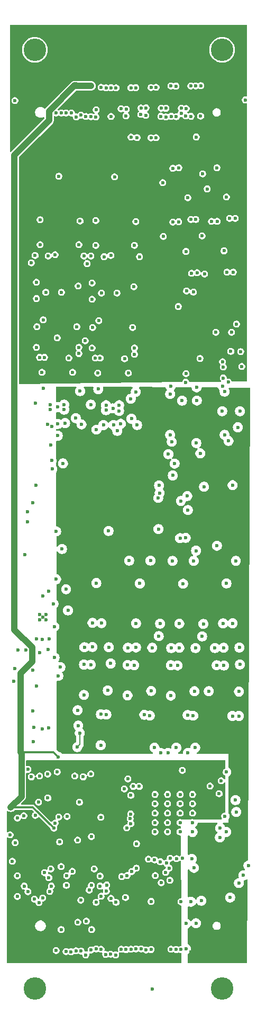
<source format=gbr>
%TF.GenerationSoftware,KiCad,Pcbnew,9.0.6-9.0.6~ubuntu22.04.1*%
%TF.CreationDate,2026-01-05T14:55:19-05:00*%
%TF.ProjectId,psc_daughter_brd,7073635f-6461-4756-9768-7465725f6272,rev?*%
%TF.SameCoordinates,Original*%
%TF.FileFunction,Copper,L8,Inr*%
%TF.FilePolarity,Positive*%
%FSLAX46Y46*%
G04 Gerber Fmt 4.6, Leading zero omitted, Abs format (unit mm)*
G04 Created by KiCad (PCBNEW 9.0.6-9.0.6~ubuntu22.04.1) date 2026-01-05 14:55:19*
%MOMM*%
%LPD*%
G01*
G04 APERTURE LIST*
%TA.AperFunction,ComponentPad*%
%ADD10C,3.600000*%
%TD*%
%TA.AperFunction,ViaPad*%
%ADD11C,0.600000*%
%TD*%
%TA.AperFunction,Conductor*%
%ADD12C,1.000000*%
%TD*%
%TA.AperFunction,Conductor*%
%ADD13C,0.300000*%
%TD*%
%TA.AperFunction,Conductor*%
%ADD14C,0.200000*%
%TD*%
G04 APERTURE END LIST*
D10*
%TO.N,GND*%
%TO.C,MT2*%
X145000000Y-187000000D03*
%TD*%
%TO.N,GND*%
%TO.C,MT4*%
X175000000Y-37000000D03*
%TD*%
%TO.N,GND*%
%TO.C,MT3*%
X175000000Y-187000000D03*
%TD*%
%TO.N,GND*%
%TO.C,MT1*%
X145000000Y-37000000D03*
%TD*%
D11*
%TO.N,GND*%
X160962500Y-85662500D03*
X164250000Y-159000000D03*
X174675000Y-161375000D03*
X165175000Y-47625000D03*
X169981500Y-64125000D03*
X176481500Y-82125000D03*
X143800000Y-110800000D03*
X153970000Y-152730000D03*
X165581500Y-66825000D03*
X164881500Y-106625000D03*
X170250000Y-156000000D03*
X167650000Y-180800000D03*
X160910000Y-135343150D03*
X160750000Y-154725000D03*
X154662500Y-86262500D03*
X155062500Y-88662500D03*
X168250000Y-156000000D03*
X148621500Y-94100700D03*
X153945000Y-135268150D03*
X171450000Y-86325000D03*
X168130000Y-128700000D03*
X163600000Y-180800000D03*
X156062500Y-70062500D03*
X166725000Y-90750000D03*
X150000000Y-123200000D03*
X162800000Y-180850000D03*
X155600000Y-43000000D03*
X147050000Y-152750000D03*
X170480000Y-167730000D03*
X175275000Y-135400000D03*
X154800000Y-173250000D03*
X147500000Y-94500000D03*
X153362500Y-71162500D03*
X170360000Y-143420000D03*
X169175000Y-47575000D03*
X155450000Y-170650000D03*
X170800000Y-176600000D03*
X168600000Y-152150000D03*
X175180000Y-89450000D03*
X147080000Y-156580000D03*
X156400000Y-93800000D03*
X151950000Y-145000000D03*
X170250000Y-160500000D03*
X174510000Y-155880000D03*
X177950000Y-85225000D03*
X159340000Y-155120000D03*
X148400000Y-121600000D03*
X170150000Y-166300000D03*
X152846500Y-69948300D03*
X178125000Y-87625000D03*
X158500000Y-94700000D03*
X164981500Y-107825000D03*
X146350000Y-91100000D03*
X156400000Y-94600000D03*
X158850000Y-180750000D03*
X156450000Y-143230000D03*
X144800000Y-145250000D03*
X156400000Y-43075000D03*
X147146500Y-69948300D03*
X157762500Y-57300000D03*
X167845000Y-135385000D03*
X171781500Y-66725000D03*
X169500000Y-110550000D03*
X160642500Y-81362500D03*
X164250000Y-162000000D03*
X164750000Y-108625000D03*
X171550000Y-47600000D03*
X142200000Y-172300000D03*
X158500000Y-93800000D03*
X161362500Y-96962500D03*
X165160000Y-149370000D03*
X152865000Y-140098150D03*
X170775000Y-42775000D03*
X163410000Y-143410000D03*
X170250000Y-157500000D03*
X175375000Y-98525000D03*
X172581500Y-59225000D03*
X168380000Y-109100000D03*
X177825000Y-135225000D03*
X170850000Y-99850000D03*
X174150000Y-116250000D03*
X162000000Y-180700000D03*
X168250000Y-162000000D03*
X145775000Y-127275000D03*
X152246500Y-91548300D03*
X143300000Y-170650000D03*
X175681500Y-60525000D03*
X174825000Y-153825000D03*
X168250000Y-157500000D03*
X166925000Y-99650000D03*
X156665000Y-139398150D03*
X168670000Y-166210000D03*
X146200000Y-131200000D03*
X166800000Y-180750000D03*
X148600000Y-152400000D03*
X155662500Y-75862500D03*
X151562500Y-95862500D03*
X145846500Y-64148300D03*
X168575000Y-93075000D03*
X161175000Y-43050000D03*
X143375000Y-117700000D03*
X164400000Y-43000000D03*
X169400000Y-108300000D03*
X161975000Y-47325000D03*
X178700000Y-45000000D03*
X177185000Y-118665000D03*
X147280000Y-131170000D03*
X147675000Y-102650000D03*
X149500000Y-103100000D03*
X144446500Y-71048300D03*
X152462500Y-96862500D03*
X169500000Y-149390000D03*
X170675000Y-148535000D03*
X152046500Y-85548300D03*
X151046500Y-88548300D03*
X168250000Y-159000000D03*
X147650000Y-170650000D03*
X154162500Y-76862500D03*
X177825000Y-94750000D03*
X173281500Y-64425000D03*
X165075000Y-166750000D03*
X157175000Y-43050000D03*
X147575000Y-100125000D03*
X155242500Y-80262500D03*
X161162500Y-91662500D03*
X149200000Y-167550000D03*
X166000000Y-47725000D03*
X153150000Y-181650000D03*
X166250000Y-162000000D03*
X155462500Y-86262500D03*
X161162500Y-64462500D03*
X147500000Y-93700000D03*
X177125000Y-156900000D03*
X175625000Y-152425000D03*
X154050000Y-170550000D03*
X160862500Y-74862500D03*
X161811000Y-122293950D03*
X164150000Y-148525000D03*
X166250000Y-159000000D03*
X163175000Y-166350000D03*
X149700000Y-94500000D03*
X152246500Y-64348300D03*
X148400000Y-180950000D03*
X166775000Y-42775000D03*
X145326500Y-81248300D03*
X164250000Y-160500000D03*
X169481500Y-60625000D03*
X145746500Y-86148300D03*
X157162500Y-69862500D03*
X170565000Y-139515000D03*
X166650000Y-166200000D03*
X161195000Y-128658150D03*
X148250000Y-160600000D03*
X169181500Y-69225000D03*
X154775000Y-47725000D03*
X148110000Y-129190000D03*
X149350000Y-116775000D03*
X166250000Y-157500000D03*
X168400000Y-180800000D03*
X146825000Y-127275000D03*
X146280000Y-127670000D03*
X170250000Y-159000000D03*
X175056500Y-86850000D03*
X177500000Y-97325000D03*
X145750000Y-128075000D03*
X170250000Y-162000000D03*
X157130000Y-135080000D03*
X161195000Y-132508150D03*
X169281500Y-75525000D03*
X147175000Y-123500000D03*
X142200000Y-169000000D03*
X159600000Y-47550000D03*
X158000000Y-173250000D03*
X166765000Y-140215000D03*
X148950000Y-163600000D03*
X170000000Y-173150000D03*
X160400000Y-180750000D03*
X171650000Y-173000000D03*
X154762500Y-64262500D03*
X150446500Y-86248300D03*
X146146500Y-88548300D03*
X161300000Y-163880000D03*
X167575000Y-42800000D03*
X151726500Y-81248300D03*
X154500000Y-167900000D03*
X157500000Y-94300000D03*
X168130000Y-132550000D03*
X146746500Y-75748300D03*
X149200000Y-177600000D03*
X159600000Y-180800000D03*
X164845000Y-130708150D03*
X166320000Y-149390000D03*
X166250000Y-160500000D03*
X165045000Y-128708150D03*
X168425000Y-47175000D03*
X144650000Y-142650000D03*
X167081500Y-105025000D03*
X148246500Y-69748300D03*
X169975000Y-42775000D03*
X169200000Y-176650000D03*
X155675000Y-128625000D03*
X172850000Y-139500000D03*
X175235000Y-132565000D03*
X158000000Y-43075000D03*
X166381500Y-101625000D03*
X148846500Y-57200000D03*
X161762500Y-70062500D03*
X164250000Y-157500000D03*
X171575000Y-42725000D03*
X166250000Y-156000000D03*
X170950000Y-93050000D03*
X169150000Y-115000000D03*
X163630000Y-139473150D03*
X167381500Y-103125000D03*
X171881500Y-56825000D03*
X168746000Y-122335800D03*
X160375000Y-43050000D03*
X151850000Y-142550000D03*
X154846000Y-122218950D03*
X170081500Y-72725000D03*
X154825000Y-46600000D03*
X145046500Y-69848300D03*
X175685000Y-122290000D03*
X167081500Y-64525000D03*
X177685000Y-139565000D03*
X154230000Y-128583150D03*
X168400000Y-173150000D03*
X167081500Y-55925000D03*
X161200000Y-180700000D03*
X163600000Y-43025000D03*
X171780000Y-130750000D03*
X176181500Y-63925000D03*
X170885000Y-90935000D03*
X154000000Y-180850000D03*
X153962500Y-69962500D03*
X145200000Y-106575000D03*
X177250000Y-158800000D03*
X154242500Y-81362500D03*
X145246500Y-76748300D03*
X149700000Y-93700000D03*
X151946500Y-74748300D03*
X163800000Y-187100000D03*
X141800000Y-45100000D03*
X165481500Y-58225000D03*
X175135000Y-128665000D03*
X152400000Y-181050000D03*
X155150000Y-91225000D03*
X154800000Y-180700000D03*
X174620000Y-162880000D03*
X167981500Y-78025000D03*
X148410000Y-113960000D03*
X146250000Y-124300000D03*
X150300000Y-126600000D03*
X143850000Y-112425000D03*
X144650000Y-109400000D03*
X172181500Y-72825000D03*
X159962500Y-88662500D03*
X167650000Y-148535000D03*
X155450000Y-169050000D03*
X141400000Y-166700000D03*
X171980000Y-128750000D03*
X142200000Y-159800000D03*
X162775000Y-47475000D03*
X159830000Y-140173150D03*
X155600000Y-180750000D03*
X176665000Y-106585000D03*
X176675000Y-128650000D03*
X169200000Y-180700000D03*
X157200000Y-47650000D03*
X160370000Y-156150000D03*
X175281500Y-69125000D03*
X146800000Y-128100000D03*
X177281500Y-80825000D03*
X175781500Y-72525000D03*
X147550000Y-167900000D03*
X168250000Y-160500000D03*
X150050000Y-170550000D03*
X156800000Y-113900000D03*
X141850000Y-163700000D03*
X160362500Y-92762500D03*
X160462500Y-95962500D03*
X164250000Y-156000000D03*
X159900000Y-153525000D03*
X154230000Y-132433150D03*
X163600000Y-173100000D03*
X177685000Y-143465000D03*
X170800000Y-117050000D03*
X146546500Y-86148300D03*
X146326500Y-80148300D03*
X159362500Y-86362500D03*
%TO.N,-15V*%
X177081500Y-63925000D03*
X152930000Y-132483150D03*
X173981500Y-82125000D03*
X152865000Y-135248150D03*
X170781500Y-64125000D03*
X166830000Y-132600000D03*
X174100000Y-135350000D03*
X145246500Y-74148300D03*
X170981500Y-72625000D03*
X166650000Y-98525000D03*
X162800000Y-46275000D03*
X176781500Y-72525000D03*
X154162500Y-74262500D03*
X176375000Y-85200000D03*
X166765000Y-135365000D03*
X159895000Y-132558150D03*
X173835000Y-132615000D03*
X154762500Y-68262500D03*
X175175000Y-87700000D03*
X162000000Y-46300000D03*
X159830000Y-135323150D03*
X145846500Y-68148300D03*
X161725000Y-154725000D03*
%TO.N,+15V*%
X163795000Y-132558150D03*
X164781000Y-113594000D03*
X158162500Y-75862500D03*
X177750000Y-132525000D03*
X174161500Y-55845000D03*
X162530000Y-143273150D03*
X168031500Y-64475000D03*
X168061500Y-55845000D03*
X152046500Y-68148300D03*
X160962500Y-68262500D03*
X169465000Y-143315000D03*
X156830000Y-132483150D03*
X174181500Y-64425000D03*
X170730000Y-132600000D03*
X175000000Y-94750000D03*
X148000000Y-125550000D03*
X170381500Y-75725000D03*
X169200000Y-88750000D03*
X176635000Y-143465000D03*
X173050000Y-154675000D03*
X168250000Y-115050000D03*
X158800000Y-46400000D03*
X159625000Y-46512500D03*
X145300000Y-131125000D03*
X149246500Y-75748300D03*
X155565000Y-143198150D03*
X176000000Y-99500000D03*
%TO.N,+3.3V*%
X156350000Y-181600000D03*
X167675000Y-166275000D03*
X171500000Y-101500000D03*
X157950000Y-181650000D03*
X160370000Y-160680000D03*
X157150000Y-181550000D03*
X169175000Y-90125000D03*
X160342902Y-159128077D03*
%TO.N,+5.0V*%
X143250000Y-167850000D03*
X143936079Y-156399252D03*
X153700000Y-169750000D03*
X150150000Y-167800000D03*
X165950000Y-181350000D03*
X148650000Y-154900000D03*
X160360000Y-162000000D03*
X165150000Y-152100000D03*
X165150000Y-181300000D03*
X164350000Y-181250000D03*
X174520000Y-156880000D03*
X143900000Y-169850000D03*
X160290000Y-156930000D03*
X169650000Y-152075000D03*
X166650000Y-151970000D03*
%TO.N,+1V8*%
X153700000Y-171300000D03*
%TO.N,/DAC/syncn*%
X157175000Y-172625000D03*
X179200000Y-167375000D03*
X175960000Y-90100000D03*
%TO.N,/Isolated Digital IO/dout_iso_gnd*%
X148050000Y-161400000D03*
X152400000Y-42750000D03*
X154000000Y-42750000D03*
X151600000Y-42700000D03*
X153200000Y-42750000D03*
X148700000Y-150000000D03*
%TO.N,/Isolated Digital IO/dout0_iso*%
X145600000Y-157250000D03*
X145060000Y-159350000D03*
%TO.N,/Isolated Digital IO/dout1_iso*%
X148832600Y-159600000D03*
X142300000Y-132900000D03*
X143550000Y-132950000D03*
X145800000Y-133350000D03*
%TO.N,/Isolated Digital IO/dout2_iso*%
X141800000Y-135850000D03*
X144650000Y-136100000D03*
X146198200Y-145498200D03*
X144770000Y-147600000D03*
%TO.N,/Isolated Digital IO/dout3_iso*%
X147200000Y-145400000D03*
X141600000Y-137900000D03*
X145300000Y-138650000D03*
%TO.N,/Isolated Digital IO/din_iso_gnd*%
X143900000Y-152000000D03*
X150000000Y-47100000D03*
X148400000Y-47100000D03*
X150850000Y-47100000D03*
X141050000Y-162450000D03*
X154050000Y-162750000D03*
X149250000Y-47100000D03*
%TO.N,/Isolated Digital IO/din1_iso*%
X155561700Y-159650000D03*
X148175000Y-134150000D03*
X153175000Y-47650000D03*
%TO.N,/Isolated Digital IO/din0_iso*%
X153974528Y-47677570D03*
X152150000Y-157250000D03*
X147100000Y-132800000D03*
X151850000Y-163300000D03*
%TO.N,/Isolated Digital IO/din3_iso*%
X151627245Y-47729199D03*
X148750000Y-137075505D03*
X155550000Y-148150000D03*
%TO.N,/Isolated Digital IO/din2_iso*%
X152374220Y-47442784D03*
X151790000Y-148440000D03*
X152200000Y-146200000D03*
X149100000Y-135650000D03*
%TO.N,/DAC/sclk*%
X178400000Y-168925000D03*
X155600000Y-172275000D03*
X175056500Y-90750000D03*
%TO.N,/DAC/sdin*%
X177675000Y-170175000D03*
X175381500Y-91625000D03*
X156450000Y-171450000D03*
%TO.N,/FPGA connector/dout1*%
X145650000Y-173300000D03*
%TO.N,/FPGA connector/din3*%
X154100000Y-177600000D03*
%TO.N,/FPGA connector/dout3*%
X147400000Y-171500000D03*
%TO.N,/FPGA connector/mon_reset*%
X160275000Y-159875000D03*
%TO.N,/FPGA connector/din1*%
X152350000Y-172900000D03*
%TO.N,/FPGA connector/mon_fs*%
X159710000Y-161370000D03*
%TO.N,/FPGA connector/dout2*%
X146250000Y-172550000D03*
%TO.N,/FPGA connector/din0*%
X151875000Y-176425000D03*
%TO.N,/FPGA connector/mon_convert*%
X176275000Y-172475000D03*
X175375000Y-159475000D03*
X159525000Y-172475000D03*
%TO.N,/DCCT ADCs/dcct_sck*%
X160525000Y-168350000D03*
X165950000Y-168475000D03*
X148675000Y-96800000D03*
X157600000Y-96950000D03*
X154850000Y-97700000D03*
%TO.N,/FPGA connector/mon_sdo*%
X164175000Y-166475000D03*
%TO.N,/FPGA connector/din2*%
X153250000Y-176250000D03*
%TO.N,/DCCT ADCs/dcct_cnv*%
X159750000Y-168975000D03*
X164275000Y-168975000D03*
X155975000Y-96975000D03*
X147050000Y-96825000D03*
%TO.N,/FPGA connector/mon_busy*%
X175625000Y-162000000D03*
%TO.N,/FPGA connector/mon_sclk*%
X166075000Y-167000000D03*
%TO.N,/DCCT ADCs/dcct_busy*%
X156500000Y-170475000D03*
X165225000Y-170125000D03*
X147750000Y-97225000D03*
%TO.N,/FPGA connector/dout0*%
X144925001Y-172750000D03*
%TO.N,/Monitor ADCs/monitor_ignd+*%
X167045000Y-118675000D03*
%TO.N,/Monitor ADCs/monitor_ignd-*%
X170445000Y-118675000D03*
%TO.N,/DAC/dac_out+*%
X163600000Y-51075000D03*
%TO.N,/DAC/dac_vout-*%
X164400000Y-51050000D03*
%TO.N,/Monitor ADCs/monitor_spare+*%
X160110000Y-118633150D03*
%TO.N,/Monitor ADCs/monitor_spare-*%
X163510000Y-118633150D03*
%TO.N,/Monitor ADCs/monitor_vout+*%
X160400000Y-50950000D03*
%TO.N,/Monitor ADCs/monitor_vout-*%
X161350000Y-51025000D03*
%TO.N,Net-(U12-BUF_INP)*%
X172081500Y-106825000D03*
%TO.N,+5.3VA*%
X154162500Y-84662500D03*
X145246500Y-84548300D03*
X165225000Y-46325000D03*
X147800000Y-104000000D03*
X166000000Y-46350000D03*
%TO.N,-5.3VA*%
X169225000Y-46375000D03*
X160962500Y-84662500D03*
X152046500Y-84548300D03*
X168450000Y-46350000D03*
%TO.N,+2.5V*%
X158662502Y-91562502D03*
X170000000Y-181200000D03*
X170800000Y-181200000D03*
X171600000Y-181200000D03*
X149746502Y-91448302D03*
%TO.N,+1.8V*%
X158762500Y-96762500D03*
X143900000Y-171550000D03*
X150800000Y-181150000D03*
X150000000Y-181100000D03*
X166650000Y-92025000D03*
X151600000Y-181000000D03*
X149846500Y-96648300D03*
%TO.N,/DCCT ADCs/dcct1-*%
X170850000Y-50925000D03*
%TO.N,/DCCT ADCs/dcct1+*%
X170000000Y-47625000D03*
%TO.N,/DCCT ADCs/DCCT Channel 1/adc_vref*%
X145100000Y-93500000D03*
X153950000Y-93700000D03*
%TO.N,/DCCT ADCs/DCCT Channel 1/drv_vref*%
X153062500Y-83487500D03*
X148575000Y-83025000D03*
%TO.N,Net-(U39-VISO)*%
X143240000Y-159400000D03*
%TO.N,Net-(U42-VISO)*%
X150160000Y-159530000D03*
%TO.N,/DCCT ADCs/dcct0-*%
X167650000Y-47700000D03*
%TO.N,/DCCT ADCs/dcct0+*%
X166825000Y-47625000D03*
%TO.N,/DCCT ADCs/dcct1_sdo*%
X158200000Y-97900000D03*
X161250000Y-167775000D03*
X166510000Y-167775000D03*
%TO.N,/DCCT ADCs/dcct0_sdo*%
X166625000Y-169725000D03*
X148675000Y-98675000D03*
X158900000Y-169125000D03*
%TO.N,Net-(U38-B4Y)*%
X145750000Y-153050000D03*
X147250000Y-169300000D03*
%TO.N,Net-(U38-B3Y)*%
X146550000Y-168500000D03*
X144450000Y-153200000D03*
%TO.N,Net-(U41-A3)*%
X151400000Y-153050000D03*
X151000000Y-168300000D03*
%TO.N,Net-(U41-A4)*%
X150100000Y-169000000D03*
X152750000Y-153200000D03*
%TD*%
D12*
%TO.N,/Isolated Digital IO/dout_iso_gnd*%
X142851000Y-149451000D02*
X142851000Y-156349000D01*
X144551000Y-134783372D02*
X142700000Y-136634372D01*
D13*
X148700000Y-150000000D02*
X148000000Y-149300000D01*
D12*
X154000000Y-42750000D02*
X153200000Y-42750000D01*
X141700000Y-53850000D02*
X141700000Y-129665629D01*
X147266000Y-48284000D02*
X141700000Y-53850000D01*
X144551000Y-132516629D02*
X144551000Y-134783372D01*
X142700000Y-149300000D02*
X142851000Y-149451000D01*
X153200000Y-42750000D02*
X152400000Y-42750000D01*
X147266000Y-46818372D02*
X147266000Y-48284000D01*
D13*
X148050000Y-161400000D02*
X144700000Y-158050000D01*
D12*
X151600000Y-42700000D02*
X151384372Y-42700000D01*
X151384372Y-42700000D02*
X147266000Y-46818372D01*
X142700000Y-136634372D02*
X142700000Y-149300000D01*
X152400000Y-42750000D02*
X151650000Y-42750000D01*
X141700000Y-129665629D02*
X144551000Y-132516629D01*
D13*
X148000000Y-149300000D02*
X142700000Y-149300000D01*
D12*
X151650000Y-42750000D02*
X151600000Y-42700000D01*
D13*
X144700000Y-158050000D02*
X141150000Y-158050000D01*
D12*
X142851000Y-156349000D02*
X141150000Y-158050000D01*
D14*
%TO.N,/Isolated Digital IO/din2_iso*%
X151790000Y-148440000D02*
X152200000Y-148030000D01*
X152200000Y-148030000D02*
X152200000Y-146200000D01*
%TD*%
%TA.AperFunction,Conductor*%
%TO.N,+2.5V*%
G36*
X151548408Y-90815773D02*
G01*
X151615314Y-90835899D01*
X151660719Y-90889003D01*
X151670207Y-90958226D01*
X151640764Y-91021589D01*
X151635272Y-91027448D01*
X151624715Y-91038005D01*
X151624710Y-91038011D01*
X151537109Y-91169114D01*
X151537102Y-91169127D01*
X151476764Y-91314798D01*
X151476761Y-91314810D01*
X151446000Y-91469453D01*
X151446000Y-91627146D01*
X151476761Y-91781789D01*
X151476764Y-91781801D01*
X151537102Y-91927472D01*
X151537109Y-91927485D01*
X151624710Y-92058588D01*
X151624713Y-92058592D01*
X151736207Y-92170086D01*
X151736211Y-92170089D01*
X151867314Y-92257690D01*
X151867327Y-92257697D01*
X151982166Y-92305264D01*
X152013003Y-92318037D01*
X152167653Y-92348799D01*
X152167656Y-92348800D01*
X152167658Y-92348800D01*
X152325344Y-92348800D01*
X152325345Y-92348799D01*
X152479997Y-92318037D01*
X152623731Y-92258501D01*
X152625672Y-92257697D01*
X152625672Y-92257696D01*
X152625679Y-92257694D01*
X152756789Y-92170089D01*
X152868289Y-92058589D01*
X152955894Y-91927479D01*
X153016237Y-91781797D01*
X153047000Y-91627142D01*
X153047000Y-91469458D01*
X153047000Y-91469455D01*
X153046999Y-91469453D01*
X153016237Y-91314803D01*
X153015976Y-91314172D01*
X152955897Y-91169127D01*
X152955890Y-91169114D01*
X152868289Y-91038011D01*
X152868286Y-91038007D01*
X152867004Y-91036725D01*
X152866546Y-91035887D01*
X152864424Y-91033301D01*
X152864914Y-91032898D01*
X152833519Y-90975402D01*
X152838503Y-90905710D01*
X152880375Y-90849777D01*
X152945839Y-90825360D01*
X152955478Y-90825047D01*
X154261769Y-90833657D01*
X154328677Y-90853783D01*
X154374082Y-90906887D01*
X154383570Y-90976110D01*
X154381445Y-90985526D01*
X154381451Y-90985528D01*
X154349500Y-91146153D01*
X154349500Y-91303846D01*
X154380261Y-91458489D01*
X154380264Y-91458501D01*
X154440602Y-91604172D01*
X154440609Y-91604185D01*
X154528210Y-91735288D01*
X154528213Y-91735292D01*
X154639707Y-91846786D01*
X154639711Y-91846789D01*
X154770814Y-91934390D01*
X154770827Y-91934397D01*
X154911732Y-91992761D01*
X154916503Y-91994737D01*
X155071153Y-92025499D01*
X155071156Y-92025500D01*
X155071158Y-92025500D01*
X155228844Y-92025500D01*
X155228845Y-92025499D01*
X155383497Y-91994737D01*
X155529179Y-91934394D01*
X155660289Y-91846789D01*
X155771789Y-91735289D01*
X155859394Y-91604179D01*
X155919737Y-91458497D01*
X155950500Y-91303842D01*
X155950500Y-91146158D01*
X155950500Y-91146155D01*
X155928730Y-91036715D01*
X155920150Y-90993580D01*
X155926377Y-90923990D01*
X155969239Y-90868813D01*
X156035129Y-90845568D01*
X156042531Y-90845394D01*
X160519482Y-90874901D01*
X160586387Y-90895026D01*
X160631792Y-90948130D01*
X160641280Y-91017353D01*
X160611837Y-91080716D01*
X160606343Y-91086578D01*
X160540710Y-91152211D01*
X160453109Y-91283314D01*
X160453102Y-91283327D01*
X160392764Y-91428998D01*
X160392761Y-91429010D01*
X160362000Y-91583653D01*
X160362000Y-91741346D01*
X160377047Y-91816994D01*
X160370820Y-91886586D01*
X160327956Y-91941763D01*
X160279622Y-91962802D01*
X160129008Y-91992761D01*
X160128998Y-91992764D01*
X159983327Y-92053102D01*
X159983314Y-92053109D01*
X159852211Y-92140710D01*
X159852207Y-92140713D01*
X159740713Y-92252207D01*
X159740710Y-92252211D01*
X159653109Y-92383314D01*
X159653102Y-92383327D01*
X159592764Y-92528998D01*
X159592761Y-92529010D01*
X159562000Y-92683653D01*
X159562000Y-92841346D01*
X159592761Y-92995989D01*
X159592764Y-92996001D01*
X159653102Y-93141672D01*
X159653109Y-93141685D01*
X159740710Y-93272788D01*
X159740713Y-93272792D01*
X159852207Y-93384286D01*
X159852211Y-93384289D01*
X159983314Y-93471890D01*
X159983327Y-93471897D01*
X160110862Y-93524723D01*
X160129003Y-93532237D01*
X160270024Y-93560288D01*
X160283653Y-93562999D01*
X160283656Y-93563000D01*
X160283658Y-93563000D01*
X160441344Y-93563000D01*
X160441345Y-93562999D01*
X160595997Y-93532237D01*
X160741679Y-93471894D01*
X160872789Y-93384289D01*
X160984289Y-93272789D01*
X161071894Y-93141679D01*
X161132172Y-92996153D01*
X167774500Y-92996153D01*
X167774500Y-93153846D01*
X167805261Y-93308489D01*
X167805264Y-93308501D01*
X167865602Y-93454172D01*
X167865609Y-93454185D01*
X167953210Y-93585288D01*
X167953213Y-93585292D01*
X168064707Y-93696786D01*
X168064711Y-93696789D01*
X168195814Y-93784390D01*
X168195827Y-93784397D01*
X168341498Y-93844735D01*
X168341503Y-93844737D01*
X168496153Y-93875499D01*
X168496156Y-93875500D01*
X168496158Y-93875500D01*
X168653844Y-93875500D01*
X168653845Y-93875499D01*
X168808497Y-93844737D01*
X168954179Y-93784394D01*
X169085289Y-93696789D01*
X169196789Y-93585289D01*
X169284394Y-93454179D01*
X169344737Y-93308497D01*
X169375500Y-93153842D01*
X169375500Y-92996158D01*
X169375500Y-92996155D01*
X169375499Y-92996153D01*
X169374128Y-92989257D01*
X169370527Y-92971153D01*
X170149500Y-92971153D01*
X170149500Y-93128846D01*
X170180261Y-93283489D01*
X170180264Y-93283501D01*
X170240602Y-93429172D01*
X170240609Y-93429185D01*
X170328210Y-93560288D01*
X170328213Y-93560292D01*
X170439707Y-93671786D01*
X170439711Y-93671789D01*
X170570814Y-93759390D01*
X170570827Y-93759397D01*
X170716498Y-93819735D01*
X170716503Y-93819737D01*
X170842176Y-93844735D01*
X170871153Y-93850499D01*
X170871156Y-93850500D01*
X170871158Y-93850500D01*
X171028844Y-93850500D01*
X171028845Y-93850499D01*
X171183497Y-93819737D01*
X171329179Y-93759394D01*
X171460289Y-93671789D01*
X171571789Y-93560289D01*
X171659394Y-93429179D01*
X171662854Y-93420827D01*
X171680832Y-93377422D01*
X171719737Y-93283497D01*
X171750500Y-93128842D01*
X171750500Y-92971158D01*
X171750500Y-92971155D01*
X171750499Y-92971153D01*
X171724709Y-92841498D01*
X171719737Y-92816503D01*
X171710721Y-92794737D01*
X171659397Y-92670827D01*
X171659390Y-92670814D01*
X171571789Y-92539711D01*
X171571786Y-92539707D01*
X171460292Y-92428213D01*
X171460288Y-92428210D01*
X171329185Y-92340609D01*
X171329172Y-92340602D01*
X171183501Y-92280264D01*
X171183489Y-92280261D01*
X171028845Y-92249500D01*
X171028842Y-92249500D01*
X170871158Y-92249500D01*
X170871155Y-92249500D01*
X170716510Y-92280261D01*
X170716498Y-92280264D01*
X170570827Y-92340602D01*
X170570814Y-92340609D01*
X170439711Y-92428210D01*
X170439707Y-92428213D01*
X170328213Y-92539707D01*
X170328210Y-92539711D01*
X170240609Y-92670814D01*
X170240602Y-92670827D01*
X170180264Y-92816498D01*
X170180261Y-92816510D01*
X170149500Y-92971153D01*
X169370527Y-92971153D01*
X169344738Y-92841508D01*
X169344737Y-92841507D01*
X169344737Y-92841503D01*
X169344670Y-92841342D01*
X169284397Y-92695827D01*
X169284390Y-92695814D01*
X169196789Y-92564711D01*
X169196786Y-92564707D01*
X169085292Y-92453213D01*
X169085288Y-92453210D01*
X168954185Y-92365609D01*
X168954172Y-92365602D01*
X168808501Y-92305264D01*
X168808489Y-92305261D01*
X168653845Y-92274500D01*
X168653842Y-92274500D01*
X168496158Y-92274500D01*
X168496155Y-92274500D01*
X168341510Y-92305261D01*
X168341498Y-92305264D01*
X168195827Y-92365602D01*
X168195814Y-92365609D01*
X168064711Y-92453210D01*
X168064707Y-92453213D01*
X167953213Y-92564707D01*
X167953210Y-92564711D01*
X167865609Y-92695814D01*
X167865602Y-92695827D01*
X167805264Y-92841498D01*
X167805261Y-92841510D01*
X167774500Y-92996153D01*
X161132172Y-92996153D01*
X161132237Y-92995997D01*
X161137178Y-92971158D01*
X161138229Y-92965875D01*
X161138229Y-92965874D01*
X161163000Y-92841344D01*
X161163000Y-92683655D01*
X161147952Y-92608006D01*
X161154179Y-92538414D01*
X161197042Y-92483237D01*
X161245377Y-92462197D01*
X161395997Y-92432237D01*
X161514092Y-92383321D01*
X161541672Y-92371897D01*
X161541672Y-92371896D01*
X161541679Y-92371894D01*
X161672789Y-92284289D01*
X161784289Y-92172789D01*
X161871894Y-92041679D01*
X161932237Y-91895997D01*
X161963000Y-91741342D01*
X161963000Y-91583658D01*
X161963000Y-91583655D01*
X161962999Y-91583653D01*
X161949285Y-91514707D01*
X161932237Y-91429003D01*
X161932235Y-91428998D01*
X161871897Y-91283327D01*
X161871890Y-91283314D01*
X161784289Y-91152211D01*
X161784286Y-91152207D01*
X161727201Y-91095122D01*
X161693716Y-91033799D01*
X161698700Y-90964107D01*
X161740572Y-90908174D01*
X161806036Y-90883757D01*
X161815684Y-90883444D01*
X165842777Y-90909986D01*
X165909684Y-90930112D01*
X165955089Y-90983216D01*
X165956519Y-90986530D01*
X166015604Y-91129176D01*
X166015609Y-91129185D01*
X166103210Y-91260288D01*
X166105233Y-91262311D01*
X166105955Y-91263633D01*
X166107076Y-91264999D01*
X166106817Y-91265211D01*
X166138723Y-91323631D01*
X166133744Y-91393323D01*
X166105241Y-91437680D01*
X166028210Y-91514711D01*
X165940609Y-91645814D01*
X165940602Y-91645827D01*
X165880264Y-91791498D01*
X165880261Y-91791510D01*
X165849500Y-91946153D01*
X165849500Y-92103846D01*
X165880261Y-92258489D01*
X165880264Y-92258501D01*
X165940602Y-92404172D01*
X165940609Y-92404185D01*
X166028210Y-92535288D01*
X166028213Y-92535292D01*
X166139707Y-92646786D01*
X166139711Y-92646789D01*
X166270814Y-92734390D01*
X166270827Y-92734397D01*
X166416498Y-92794735D01*
X166416503Y-92794737D01*
X166525963Y-92816510D01*
X166571153Y-92825499D01*
X166571156Y-92825500D01*
X166571158Y-92825500D01*
X166728844Y-92825500D01*
X166728845Y-92825499D01*
X166883497Y-92794737D01*
X167029179Y-92734394D01*
X167160289Y-92646789D01*
X167271789Y-92535289D01*
X167359394Y-92404179D01*
X167419737Y-92258497D01*
X167450500Y-92103842D01*
X167450500Y-91946158D01*
X167450500Y-91946155D01*
X167450499Y-91946153D01*
X167430734Y-91846789D01*
X167419737Y-91791503D01*
X167415713Y-91781789D01*
X167359397Y-91645827D01*
X167359390Y-91645814D01*
X167271789Y-91514711D01*
X167271786Y-91514707D01*
X167269759Y-91512680D01*
X167269036Y-91511356D01*
X167267924Y-91510001D01*
X167268180Y-91509790D01*
X167236274Y-91451357D01*
X167241258Y-91381665D01*
X167269758Y-91337319D01*
X167346789Y-91260289D01*
X167434394Y-91129179D01*
X167488673Y-90998135D01*
X167532511Y-90943736D01*
X167598804Y-90921670D01*
X167604001Y-90921594D01*
X169968303Y-90937177D01*
X170035211Y-90957303D01*
X170080616Y-91010407D01*
X170089102Y-91036982D01*
X170115261Y-91168491D01*
X170115264Y-91168501D01*
X170175602Y-91314172D01*
X170175609Y-91314185D01*
X170263210Y-91445288D01*
X170263213Y-91445292D01*
X170374707Y-91556786D01*
X170374711Y-91556789D01*
X170505814Y-91644390D01*
X170505827Y-91644397D01*
X170649342Y-91703842D01*
X170651503Y-91704737D01*
X170805092Y-91735288D01*
X170806153Y-91735499D01*
X170806156Y-91735500D01*
X170806158Y-91735500D01*
X170963844Y-91735500D01*
X170963845Y-91735499D01*
X171118497Y-91704737D01*
X171231166Y-91658067D01*
X171264172Y-91644397D01*
X171264172Y-91644396D01*
X171264179Y-91644394D01*
X171395289Y-91556789D01*
X171506789Y-91445289D01*
X171594394Y-91314179D01*
X171654737Y-91168497D01*
X171678495Y-91049058D01*
X171710878Y-90987150D01*
X171771594Y-90952576D01*
X171800917Y-90949256D01*
X174197085Y-90965049D01*
X174263991Y-90985174D01*
X174309396Y-91038278D01*
X174310826Y-91041592D01*
X174347104Y-91129175D01*
X174347109Y-91129185D01*
X174434710Y-91260288D01*
X174434713Y-91260292D01*
X174546204Y-91371783D01*
X174548479Y-91373650D01*
X174549350Y-91374929D01*
X174550518Y-91376097D01*
X174550296Y-91376318D01*
X174587815Y-91431395D01*
X174591435Y-91493696D01*
X174581000Y-91546159D01*
X174581000Y-91703846D01*
X174611761Y-91858489D01*
X174611764Y-91858501D01*
X174672102Y-92004172D01*
X174672109Y-92004185D01*
X174759710Y-92135288D01*
X174759713Y-92135292D01*
X174871207Y-92246786D01*
X174871211Y-92246789D01*
X175002314Y-92334390D01*
X175002327Y-92334397D01*
X175147998Y-92394735D01*
X175148003Y-92394737D01*
X175302653Y-92425499D01*
X175302656Y-92425500D01*
X175302658Y-92425500D01*
X175460344Y-92425500D01*
X175460345Y-92425499D01*
X175614997Y-92394737D01*
X175745682Y-92340606D01*
X175760672Y-92334397D01*
X175760672Y-92334396D01*
X175760679Y-92334394D01*
X175891789Y-92246789D01*
X176003289Y-92135289D01*
X176090894Y-92004179D01*
X176095624Y-91992761D01*
X176151235Y-91858501D01*
X176151237Y-91858497D01*
X176182000Y-91703842D01*
X176182000Y-91546158D01*
X176182000Y-91546155D01*
X176181999Y-91546153D01*
X176174766Y-91509790D01*
X176151237Y-91391503D01*
X176114927Y-91303842D01*
X176090897Y-91245827D01*
X176090890Y-91245814D01*
X176040748Y-91170772D01*
X176019870Y-91104095D01*
X176038354Y-91036715D01*
X176090333Y-90990024D01*
X176144661Y-90977885D01*
X179376150Y-90999183D01*
X179443054Y-91019308D01*
X179488459Y-91072412D01*
X179499326Y-91123853D01*
X179089783Y-166479650D01*
X179069735Y-166546581D01*
X179016683Y-166592049D01*
X178989978Y-166600593D01*
X178966507Y-166605261D01*
X178966498Y-166605264D01*
X178820827Y-166665602D01*
X178820814Y-166665609D01*
X178689711Y-166753210D01*
X178689707Y-166753213D01*
X178578213Y-166864707D01*
X178578210Y-166864711D01*
X178490609Y-166995814D01*
X178490602Y-166995827D01*
X178430264Y-167141498D01*
X178430261Y-167141510D01*
X178399500Y-167296153D01*
X178399500Y-167453846D01*
X178430261Y-167608489D01*
X178430264Y-167608501D01*
X178490602Y-167754172D01*
X178490609Y-167754185D01*
X178578210Y-167885288D01*
X178578213Y-167885292D01*
X178612444Y-167919523D01*
X178645929Y-167980846D01*
X178640945Y-168050538D01*
X178599073Y-168106471D01*
X178533609Y-168130888D01*
X178500575Y-168128822D01*
X178478844Y-168124500D01*
X178478842Y-168124500D01*
X178321158Y-168124500D01*
X178321155Y-168124500D01*
X178166510Y-168155261D01*
X178166498Y-168155264D01*
X178020827Y-168215602D01*
X178020814Y-168215609D01*
X177889711Y-168303210D01*
X177889707Y-168303213D01*
X177778213Y-168414707D01*
X177778210Y-168414711D01*
X177690609Y-168545814D01*
X177690602Y-168545827D01*
X177630264Y-168691498D01*
X177630261Y-168691510D01*
X177599500Y-168846153D01*
X177599500Y-169003846D01*
X177624364Y-169128842D01*
X177630263Y-169158497D01*
X177649045Y-169203842D01*
X177652506Y-169212196D01*
X177659975Y-169281666D01*
X177628700Y-169344145D01*
X177568611Y-169379797D01*
X177562137Y-169381266D01*
X177441508Y-169405261D01*
X177441498Y-169405264D01*
X177295827Y-169465602D01*
X177295814Y-169465609D01*
X177164711Y-169553210D01*
X177164707Y-169553213D01*
X177053213Y-169664707D01*
X177053210Y-169664711D01*
X176965609Y-169795814D01*
X176965602Y-169795827D01*
X176905264Y-169941498D01*
X176905261Y-169941510D01*
X176874500Y-170096153D01*
X176874500Y-170253846D01*
X176905261Y-170408489D01*
X176905264Y-170408501D01*
X176965602Y-170554172D01*
X176965609Y-170554185D01*
X177053210Y-170685288D01*
X177053213Y-170685292D01*
X177164707Y-170796786D01*
X177164711Y-170796789D01*
X177295814Y-170884390D01*
X177295827Y-170884397D01*
X177383764Y-170920821D01*
X177441503Y-170944737D01*
X177596153Y-170975499D01*
X177596156Y-170975500D01*
X177596158Y-170975500D01*
X177753844Y-170975500D01*
X177753845Y-170975499D01*
X177908497Y-170944737D01*
X178054179Y-170884394D01*
X178185289Y-170796789D01*
X178296789Y-170685289D01*
X178384394Y-170554179D01*
X178444737Y-170408497D01*
X178475500Y-170253842D01*
X178475500Y-170096158D01*
X178475500Y-170096155D01*
X178475499Y-170096153D01*
X178444738Y-169941510D01*
X178444737Y-169941503D01*
X178422492Y-169887799D01*
X178415024Y-169818334D01*
X178446298Y-169755855D01*
X178506387Y-169720202D01*
X178512863Y-169718733D01*
X178548034Y-169711736D01*
X178633497Y-169694737D01*
X178779179Y-169634394D01*
X178879550Y-169567327D01*
X178946227Y-169546450D01*
X179013607Y-169564934D01*
X179060298Y-169616913D01*
X179072439Y-169671104D01*
X179000670Y-182876674D01*
X178980622Y-182943605D01*
X178927570Y-182989073D01*
X178876672Y-183000000D01*
X169624000Y-183000000D01*
X169556961Y-182980315D01*
X169511206Y-182927511D01*
X169500000Y-182876000D01*
X169500000Y-181525044D01*
X169519685Y-181458005D01*
X169572489Y-181412250D01*
X169576500Y-181410503D01*
X169579179Y-181409394D01*
X169710289Y-181321789D01*
X169821789Y-181210289D01*
X169909394Y-181079179D01*
X169969737Y-180933497D01*
X170000500Y-180778842D01*
X170000500Y-180621158D01*
X170000500Y-180621155D01*
X170000499Y-180621153D01*
X169982420Y-180530263D01*
X169969737Y-180466503D01*
X169962694Y-180449500D01*
X169909397Y-180320827D01*
X169909390Y-180320814D01*
X169821789Y-180189711D01*
X169821786Y-180189707D01*
X169710292Y-180078213D01*
X169710288Y-180078210D01*
X169579185Y-179990609D01*
X169579171Y-179990602D01*
X169576540Y-179989512D01*
X169575374Y-179988572D01*
X169573809Y-179987736D01*
X169573967Y-179987438D01*
X169522139Y-179945668D01*
X169500079Y-179879372D01*
X169500000Y-179874954D01*
X169500000Y-177475044D01*
X169519685Y-177408005D01*
X169572489Y-177362250D01*
X169576500Y-177360503D01*
X169579179Y-177359394D01*
X169710289Y-177271789D01*
X169821789Y-177160289D01*
X169885093Y-177065548D01*
X169912779Y-177024114D01*
X169914835Y-177025488D01*
X169956137Y-176983381D01*
X170024264Y-176967871D01*
X170089961Y-176991655D01*
X170119714Y-177022744D01*
X170178210Y-177110288D01*
X170178213Y-177110292D01*
X170289707Y-177221786D01*
X170289711Y-177221789D01*
X170420814Y-177309390D01*
X170420827Y-177309397D01*
X170558695Y-177366503D01*
X170566503Y-177369737D01*
X170721153Y-177400499D01*
X170721156Y-177400500D01*
X170721158Y-177400500D01*
X170878844Y-177400500D01*
X170878845Y-177400499D01*
X171033497Y-177369737D01*
X171179179Y-177309394D01*
X171310289Y-177221789D01*
X171421789Y-177110289D01*
X171451684Y-177065548D01*
X173434499Y-177065548D01*
X173460073Y-177194113D01*
X173460075Y-177194119D01*
X173510242Y-177315233D01*
X173583070Y-177424229D01*
X173583076Y-177424236D01*
X173675763Y-177516923D01*
X173675770Y-177516929D01*
X173784766Y-177589757D01*
X173784767Y-177589757D01*
X173784768Y-177589758D01*
X173905881Y-177639925D01*
X173905885Y-177639925D01*
X173905886Y-177639926D01*
X174034451Y-177665500D01*
X174034454Y-177665500D01*
X174165548Y-177665500D01*
X174252044Y-177648294D01*
X174294119Y-177639925D01*
X174415232Y-177589758D01*
X174524231Y-177516928D01*
X174616928Y-177424231D01*
X174689758Y-177315232D01*
X174739925Y-177194119D01*
X174751805Y-177134394D01*
X174765500Y-177065548D01*
X174765500Y-176934451D01*
X174739926Y-176805886D01*
X174739925Y-176805885D01*
X174739925Y-176805881D01*
X174689758Y-176684768D01*
X174689157Y-176683869D01*
X174616929Y-176575770D01*
X174616923Y-176575763D01*
X174524236Y-176483076D01*
X174524229Y-176483070D01*
X174415233Y-176410242D01*
X174294119Y-176360075D01*
X174294113Y-176360073D01*
X174165548Y-176334500D01*
X174165546Y-176334500D01*
X174034454Y-176334500D01*
X174034452Y-176334500D01*
X173905886Y-176360073D01*
X173905880Y-176360075D01*
X173784766Y-176410242D01*
X173675770Y-176483070D01*
X173675763Y-176483076D01*
X173583076Y-176575763D01*
X173583070Y-176575770D01*
X173510242Y-176684766D01*
X173460075Y-176805880D01*
X173460073Y-176805886D01*
X173434500Y-176934451D01*
X173434500Y-176934454D01*
X173434500Y-177065546D01*
X173434500Y-177065548D01*
X173434499Y-177065548D01*
X171451684Y-177065548D01*
X171509394Y-176979179D01*
X171509395Y-176979176D01*
X171509397Y-176979173D01*
X171550098Y-176880910D01*
X171550098Y-176880909D01*
X171569737Y-176833497D01*
X171600500Y-176678842D01*
X171600500Y-176521158D01*
X171600500Y-176521155D01*
X171600499Y-176521153D01*
X171592924Y-176483070D01*
X171569737Y-176366503D01*
X171569735Y-176366498D01*
X171509397Y-176220827D01*
X171509390Y-176220814D01*
X171421789Y-176089711D01*
X171421786Y-176089707D01*
X171310292Y-175978213D01*
X171310288Y-175978210D01*
X171179185Y-175890609D01*
X171179172Y-175890602D01*
X171033501Y-175830264D01*
X171033489Y-175830261D01*
X170878845Y-175799500D01*
X170878842Y-175799500D01*
X170721158Y-175799500D01*
X170721155Y-175799500D01*
X170566510Y-175830261D01*
X170566498Y-175830264D01*
X170420827Y-175890602D01*
X170420814Y-175890609D01*
X170289711Y-175978210D01*
X170289707Y-175978213D01*
X170178213Y-176089707D01*
X170178210Y-176089711D01*
X170087221Y-176225886D01*
X170085180Y-176224522D01*
X170043767Y-176266670D01*
X169975627Y-176282121D01*
X169909951Y-176258280D01*
X169880285Y-176227255D01*
X169821789Y-176139711D01*
X169821786Y-176139707D01*
X169710292Y-176028213D01*
X169710288Y-176028210D01*
X169579185Y-175940609D01*
X169579171Y-175940602D01*
X169576540Y-175939512D01*
X169575374Y-175938572D01*
X169573809Y-175937736D01*
X169573967Y-175937438D01*
X169522139Y-175895668D01*
X169500079Y-175829372D01*
X169500000Y-175824954D01*
X169500000Y-173994927D01*
X169519685Y-173927888D01*
X169572489Y-173882133D01*
X169641647Y-173872189D01*
X169671450Y-173880365D01*
X169766503Y-173919737D01*
X169921153Y-173950499D01*
X169921156Y-173950500D01*
X169921158Y-173950500D01*
X170078844Y-173950500D01*
X170078845Y-173950499D01*
X170233497Y-173919737D01*
X170379179Y-173859394D01*
X170510289Y-173771789D01*
X170621789Y-173660289D01*
X170709394Y-173529179D01*
X170747452Y-173437296D01*
X170791291Y-173382896D01*
X170857584Y-173360830D01*
X170925284Y-173378108D01*
X170965114Y-173415859D01*
X171028213Y-173510292D01*
X171139707Y-173621786D01*
X171139711Y-173621789D01*
X171270814Y-173709390D01*
X171270827Y-173709397D01*
X171393693Y-173760289D01*
X171416503Y-173769737D01*
X171571153Y-173800499D01*
X171571156Y-173800500D01*
X171571158Y-173800500D01*
X171728844Y-173800500D01*
X171728845Y-173800499D01*
X171883497Y-173769737D01*
X172029179Y-173709394D01*
X172160289Y-173621789D01*
X172271789Y-173510289D01*
X172359394Y-173379179D01*
X172419737Y-173233497D01*
X172450500Y-173078842D01*
X172450500Y-172921158D01*
X172450500Y-172921155D01*
X172450499Y-172921153D01*
X172437177Y-172854179D01*
X172419737Y-172766503D01*
X172419735Y-172766498D01*
X172359397Y-172620827D01*
X172359390Y-172620814D01*
X172271789Y-172489711D01*
X172271786Y-172489707D01*
X172178232Y-172396153D01*
X175474500Y-172396153D01*
X175474500Y-172553846D01*
X175505261Y-172708489D01*
X175505264Y-172708501D01*
X175565602Y-172854172D01*
X175565609Y-172854185D01*
X175653210Y-172985288D01*
X175653213Y-172985292D01*
X175764707Y-173096786D01*
X175764711Y-173096789D01*
X175895814Y-173184390D01*
X175895827Y-173184397D01*
X176041498Y-173244735D01*
X176041503Y-173244737D01*
X176196153Y-173275499D01*
X176196156Y-173275500D01*
X176196158Y-173275500D01*
X176353844Y-173275500D01*
X176353845Y-173275499D01*
X176508497Y-173244737D01*
X176654179Y-173184394D01*
X176785289Y-173096789D01*
X176896789Y-172985289D01*
X176984394Y-172854179D01*
X177044737Y-172708497D01*
X177075500Y-172553842D01*
X177075500Y-172396158D01*
X177075500Y-172396155D01*
X177075499Y-172396153D01*
X177063481Y-172335737D01*
X177044737Y-172241503D01*
X177040081Y-172230263D01*
X176984397Y-172095827D01*
X176984390Y-172095814D01*
X176896789Y-171964711D01*
X176896786Y-171964707D01*
X176785292Y-171853213D01*
X176785288Y-171853210D01*
X176654185Y-171765609D01*
X176654172Y-171765602D01*
X176508501Y-171705264D01*
X176508489Y-171705261D01*
X176353845Y-171674500D01*
X176353842Y-171674500D01*
X176196158Y-171674500D01*
X176196155Y-171674500D01*
X176041510Y-171705261D01*
X176041498Y-171705264D01*
X175895827Y-171765602D01*
X175895814Y-171765609D01*
X175764711Y-171853210D01*
X175764707Y-171853213D01*
X175653213Y-171964707D01*
X175653210Y-171964711D01*
X175565609Y-172095814D01*
X175565602Y-172095827D01*
X175505264Y-172241498D01*
X175505261Y-172241510D01*
X175474500Y-172396153D01*
X172178232Y-172396153D01*
X172160292Y-172378213D01*
X172160288Y-172378210D01*
X172029185Y-172290609D01*
X172029172Y-172290602D01*
X171883501Y-172230264D01*
X171883489Y-172230261D01*
X171728845Y-172199500D01*
X171728842Y-172199500D01*
X171571158Y-172199500D01*
X171571155Y-172199500D01*
X171416510Y-172230261D01*
X171416498Y-172230264D01*
X171270827Y-172290602D01*
X171270814Y-172290609D01*
X171139711Y-172378210D01*
X171139707Y-172378213D01*
X171028213Y-172489707D01*
X171028210Y-172489711D01*
X170940609Y-172620814D01*
X170940604Y-172620823D01*
X170902548Y-172712701D01*
X170858707Y-172767104D01*
X170792413Y-172789169D01*
X170724714Y-172771890D01*
X170684885Y-172734139D01*
X170621789Y-172639711D01*
X170621786Y-172639707D01*
X170510292Y-172528213D01*
X170510288Y-172528210D01*
X170379185Y-172440609D01*
X170379172Y-172440602D01*
X170233501Y-172380264D01*
X170233489Y-172380261D01*
X170078845Y-172349500D01*
X170078842Y-172349500D01*
X169921158Y-172349500D01*
X169921155Y-172349500D01*
X169766510Y-172380261D01*
X169766507Y-172380262D01*
X169766506Y-172380262D01*
X169766503Y-172380263D01*
X169685410Y-172413852D01*
X169671452Y-172419634D01*
X169601982Y-172427102D01*
X169539503Y-172395826D01*
X169503851Y-172335737D01*
X169500000Y-172305072D01*
X169500000Y-168079267D01*
X169519685Y-168012228D01*
X169572489Y-167966473D01*
X169641647Y-167956529D01*
X169705203Y-167985554D01*
X169738561Y-168031815D01*
X169770602Y-168109173D01*
X169770609Y-168109185D01*
X169858210Y-168240288D01*
X169858213Y-168240292D01*
X169969707Y-168351786D01*
X169969711Y-168351789D01*
X170100814Y-168439390D01*
X170100827Y-168439397D01*
X170209461Y-168484394D01*
X170246503Y-168499737D01*
X170401153Y-168530499D01*
X170401156Y-168530500D01*
X170401158Y-168530500D01*
X170558844Y-168530500D01*
X170558845Y-168530499D01*
X170713497Y-168499737D01*
X170859179Y-168439394D01*
X170990289Y-168351789D01*
X171101789Y-168240289D01*
X171189394Y-168109179D01*
X171249737Y-167963497D01*
X171280500Y-167808842D01*
X171280500Y-167651158D01*
X171280500Y-167651155D01*
X171280499Y-167651153D01*
X171272014Y-167608497D01*
X171249737Y-167496503D01*
X171232068Y-167453846D01*
X171189397Y-167350827D01*
X171189390Y-167350814D01*
X171101789Y-167219711D01*
X171101786Y-167219707D01*
X170990292Y-167108213D01*
X170990288Y-167108210D01*
X170859185Y-167020609D01*
X170859175Y-167020604D01*
X170819613Y-167004217D01*
X170765210Y-166960376D01*
X170743145Y-166894082D01*
X170760424Y-166826382D01*
X170771215Y-166810988D01*
X170771782Y-166810295D01*
X170771789Y-166810289D01*
X170859394Y-166679179D01*
X170919737Y-166533497D01*
X170950500Y-166378842D01*
X170950500Y-166221158D01*
X170950500Y-166221155D01*
X170950499Y-166221153D01*
X170919737Y-166066503D01*
X170909010Y-166040606D01*
X170859397Y-165920827D01*
X170859390Y-165920814D01*
X170771789Y-165789711D01*
X170771786Y-165789707D01*
X170660292Y-165678213D01*
X170660288Y-165678210D01*
X170529185Y-165590609D01*
X170529172Y-165590602D01*
X170383501Y-165530264D01*
X170383489Y-165530261D01*
X170228845Y-165499500D01*
X170228842Y-165499500D01*
X170071158Y-165499500D01*
X170071155Y-165499500D01*
X169916510Y-165530261D01*
X169916498Y-165530264D01*
X169770827Y-165590602D01*
X169770816Y-165590608D01*
X169692890Y-165642677D01*
X169626213Y-165663554D01*
X169558833Y-165645069D01*
X169512143Y-165593090D01*
X169500000Y-165539574D01*
X169500000Y-162681441D01*
X169519685Y-162614402D01*
X169572489Y-162568647D01*
X169641647Y-162558703D01*
X169705203Y-162587728D01*
X169711681Y-162593760D01*
X169739707Y-162621786D01*
X169739711Y-162621789D01*
X169870814Y-162709390D01*
X169870827Y-162709397D01*
X170016498Y-162769735D01*
X170016503Y-162769737D01*
X170166131Y-162799500D01*
X170171153Y-162800499D01*
X170171156Y-162800500D01*
X170171158Y-162800500D01*
X170328844Y-162800500D01*
X170328845Y-162800499D01*
X170483497Y-162769737D01*
X170629179Y-162709394D01*
X170760289Y-162621789D01*
X170871789Y-162510289D01*
X170959394Y-162379179D01*
X171019737Y-162233497D01*
X171050500Y-162078842D01*
X171050500Y-161921158D01*
X171050500Y-161921155D01*
X171050499Y-161921153D01*
X171043365Y-161885288D01*
X171019737Y-161766503D01*
X170964645Y-161633497D01*
X170959397Y-161620827D01*
X170959390Y-161620814D01*
X170871789Y-161489711D01*
X170871786Y-161489707D01*
X170760292Y-161378213D01*
X170760284Y-161378207D01*
X170722712Y-161353102D01*
X170677906Y-161299490D01*
X170669199Y-161230165D01*
X170699353Y-161167138D01*
X170722712Y-161146898D01*
X170758548Y-161122952D01*
X170760289Y-161121789D01*
X170871789Y-161010289D01*
X170959394Y-160879179D01*
X170965389Y-160864707D01*
X171011571Y-160753211D01*
X171019737Y-160733497D01*
X171045463Y-160604165D01*
X171046330Y-160599809D01*
X171078715Y-160537898D01*
X171139431Y-160503323D01*
X171167947Y-160500000D01*
X174134894Y-160500000D01*
X174201933Y-160519685D01*
X174247688Y-160572489D01*
X174257632Y-160641647D01*
X174228607Y-160705203D01*
X174203785Y-160727102D01*
X174164711Y-160753210D01*
X174164707Y-160753213D01*
X174053213Y-160864707D01*
X174053210Y-160864711D01*
X173965609Y-160995814D01*
X173965602Y-160995827D01*
X173905264Y-161141498D01*
X173905261Y-161141510D01*
X173874500Y-161296153D01*
X173874500Y-161453846D01*
X173905261Y-161608489D01*
X173905264Y-161608501D01*
X173965602Y-161754172D01*
X173965609Y-161754185D01*
X174053210Y-161885288D01*
X174053213Y-161885292D01*
X174164707Y-161996786D01*
X174164711Y-161996789D01*
X174178530Y-162006023D01*
X174223335Y-162059635D01*
X174232042Y-162128960D01*
X174201887Y-162191988D01*
X174178530Y-162212227D01*
X174109711Y-162258210D01*
X174109707Y-162258213D01*
X173998213Y-162369707D01*
X173998210Y-162369711D01*
X173910609Y-162500814D01*
X173910602Y-162500827D01*
X173850264Y-162646498D01*
X173850261Y-162646510D01*
X173819500Y-162801153D01*
X173819500Y-162958846D01*
X173850261Y-163113489D01*
X173850264Y-163113501D01*
X173910602Y-163259172D01*
X173910609Y-163259185D01*
X173998210Y-163390288D01*
X173998213Y-163390292D01*
X174109707Y-163501786D01*
X174109711Y-163501789D01*
X174240814Y-163589390D01*
X174240827Y-163589397D01*
X174378695Y-163646503D01*
X174386503Y-163649737D01*
X174532823Y-163678842D01*
X174541153Y-163680499D01*
X174541156Y-163680500D01*
X174541158Y-163680500D01*
X174698844Y-163680500D01*
X174698845Y-163680499D01*
X174853497Y-163649737D01*
X174999179Y-163589394D01*
X175130289Y-163501789D01*
X175241789Y-163390289D01*
X175329394Y-163259179D01*
X175389737Y-163113497D01*
X175420500Y-162958842D01*
X175420500Y-162924500D01*
X175440185Y-162857461D01*
X175492989Y-162811706D01*
X175544500Y-162800500D01*
X175703844Y-162800500D01*
X175703845Y-162800499D01*
X175858497Y-162769737D01*
X176004179Y-162709394D01*
X176135289Y-162621789D01*
X176246789Y-162510289D01*
X176334394Y-162379179D01*
X176394737Y-162233497D01*
X176425500Y-162078842D01*
X176425500Y-161921158D01*
X176425500Y-161921155D01*
X176425499Y-161921153D01*
X176418365Y-161885288D01*
X176394737Y-161766503D01*
X176339645Y-161633497D01*
X176334397Y-161620827D01*
X176334390Y-161620814D01*
X176246789Y-161489711D01*
X176246786Y-161489707D01*
X176135292Y-161378213D01*
X176135288Y-161378210D01*
X176004185Y-161290609D01*
X176004172Y-161290602D01*
X175858501Y-161230264D01*
X175858489Y-161230261D01*
X175703845Y-161199500D01*
X175703842Y-161199500D01*
X175551614Y-161199500D01*
X175484575Y-161179815D01*
X175438820Y-161127011D01*
X175437053Y-161122952D01*
X175384397Y-160995827D01*
X175384390Y-160995814D01*
X175296789Y-160864711D01*
X175296786Y-160864707D01*
X175185292Y-160753213D01*
X175185288Y-160753210D01*
X175146215Y-160727102D01*
X175101410Y-160673490D01*
X175092703Y-160604165D01*
X175122858Y-160541137D01*
X175182301Y-160504418D01*
X175215106Y-160500000D01*
X176000000Y-160500000D01*
X176000000Y-160018098D01*
X176019685Y-159951059D01*
X176020898Y-159949207D01*
X176068336Y-159878211D01*
X176084394Y-159854179D01*
X176144737Y-159708497D01*
X176175500Y-159553842D01*
X176175500Y-159396158D01*
X176175500Y-159396155D01*
X176175499Y-159396153D01*
X176155677Y-159296503D01*
X176144737Y-159241503D01*
X176084394Y-159095821D01*
X176084387Y-159095810D01*
X176020898Y-159000791D01*
X176015247Y-158982746D01*
X176005023Y-158966836D01*
X176000571Y-158935874D01*
X176000020Y-158934114D01*
X176000000Y-158931901D01*
X176000000Y-158721153D01*
X176449500Y-158721153D01*
X176449500Y-158878846D01*
X176480261Y-159033489D01*
X176480264Y-159033501D01*
X176540602Y-159179172D01*
X176540609Y-159179185D01*
X176628210Y-159310288D01*
X176628213Y-159310292D01*
X176739707Y-159421786D01*
X176739711Y-159421789D01*
X176870814Y-159509390D01*
X176870827Y-159509397D01*
X177016498Y-159569735D01*
X177016503Y-159569737D01*
X177171153Y-159600499D01*
X177171156Y-159600500D01*
X177171158Y-159600500D01*
X177328844Y-159600500D01*
X177328845Y-159600499D01*
X177483497Y-159569737D01*
X177629179Y-159509394D01*
X177760289Y-159421789D01*
X177871789Y-159310289D01*
X177959394Y-159179179D01*
X178019737Y-159033497D01*
X178050500Y-158878842D01*
X178050500Y-158721158D01*
X178050500Y-158721155D01*
X178050499Y-158721153D01*
X178041219Y-158674500D01*
X178019737Y-158566503D01*
X178019735Y-158566498D01*
X177959397Y-158420827D01*
X177959390Y-158420814D01*
X177871789Y-158289711D01*
X177871786Y-158289707D01*
X177760292Y-158178213D01*
X177760288Y-158178210D01*
X177629185Y-158090609D01*
X177629172Y-158090602D01*
X177483501Y-158030264D01*
X177483489Y-158030261D01*
X177328845Y-157999500D01*
X177328842Y-157999500D01*
X177171158Y-157999500D01*
X177171155Y-157999500D01*
X177016510Y-158030261D01*
X177016498Y-158030264D01*
X176870827Y-158090602D01*
X176870814Y-158090609D01*
X176739711Y-158178210D01*
X176739707Y-158178213D01*
X176628213Y-158289707D01*
X176628210Y-158289711D01*
X176540609Y-158420814D01*
X176540602Y-158420827D01*
X176480264Y-158566498D01*
X176480261Y-158566510D01*
X176449500Y-158721153D01*
X176000000Y-158721153D01*
X176000000Y-156821153D01*
X176324500Y-156821153D01*
X176324500Y-156978846D01*
X176355261Y-157133489D01*
X176355264Y-157133501D01*
X176415602Y-157279172D01*
X176415609Y-157279185D01*
X176503210Y-157410288D01*
X176503213Y-157410292D01*
X176614707Y-157521786D01*
X176614711Y-157521789D01*
X176745814Y-157609390D01*
X176745827Y-157609397D01*
X176843218Y-157649737D01*
X176891503Y-157669737D01*
X177042322Y-157699737D01*
X177046153Y-157700499D01*
X177046156Y-157700500D01*
X177046158Y-157700500D01*
X177203844Y-157700500D01*
X177203845Y-157700499D01*
X177358497Y-157669737D01*
X177504179Y-157609394D01*
X177635289Y-157521789D01*
X177746789Y-157410289D01*
X177834394Y-157279179D01*
X177894737Y-157133497D01*
X177925500Y-156978842D01*
X177925500Y-156821158D01*
X177925500Y-156821155D01*
X177925499Y-156821153D01*
X177909299Y-156739711D01*
X177894737Y-156666503D01*
X177871901Y-156611371D01*
X177834397Y-156520827D01*
X177834390Y-156520814D01*
X177746789Y-156389711D01*
X177746786Y-156389707D01*
X177635292Y-156278213D01*
X177635288Y-156278210D01*
X177504185Y-156190609D01*
X177504172Y-156190602D01*
X177358501Y-156130264D01*
X177358489Y-156130261D01*
X177203845Y-156099500D01*
X177203842Y-156099500D01*
X177046158Y-156099500D01*
X177046155Y-156099500D01*
X176891510Y-156130261D01*
X176891498Y-156130264D01*
X176745827Y-156190602D01*
X176745814Y-156190609D01*
X176614711Y-156278210D01*
X176614707Y-156278213D01*
X176503213Y-156389707D01*
X176503210Y-156389711D01*
X176415609Y-156520814D01*
X176415602Y-156520827D01*
X176355264Y-156666498D01*
X176355261Y-156666510D01*
X176324500Y-156821153D01*
X176000000Y-156821153D01*
X176000000Y-153203465D01*
X176019685Y-153136426D01*
X176055107Y-153100364D01*
X176135289Y-153046789D01*
X176246789Y-152935289D01*
X176334394Y-152804179D01*
X176394737Y-152658497D01*
X176425500Y-152503842D01*
X176425500Y-152346158D01*
X176425500Y-152346155D01*
X176425499Y-152346153D01*
X176418009Y-152308497D01*
X176394737Y-152191503D01*
X176384382Y-152166503D01*
X176334397Y-152045827D01*
X176334390Y-152045814D01*
X176246789Y-151914711D01*
X176246786Y-151914707D01*
X176135292Y-151803213D01*
X176055108Y-151749635D01*
X176010304Y-151696022D01*
X176000000Y-151646533D01*
X176000000Y-149500000D01*
X171060482Y-149500000D01*
X170993443Y-149480315D01*
X170947688Y-149427511D01*
X170937744Y-149358353D01*
X170966769Y-149294797D01*
X171013029Y-149261439D01*
X171033571Y-149252929D01*
X171054179Y-149244394D01*
X171185289Y-149156789D01*
X171296789Y-149045289D01*
X171384394Y-148914179D01*
X171444737Y-148768497D01*
X171475500Y-148613842D01*
X171475500Y-148456158D01*
X171475500Y-148456155D01*
X171475499Y-148456153D01*
X171464074Y-148398716D01*
X171444737Y-148301503D01*
X171440593Y-148291498D01*
X171384397Y-148155827D01*
X171384390Y-148155814D01*
X171296789Y-148024711D01*
X171296786Y-148024707D01*
X171185292Y-147913213D01*
X171185288Y-147913210D01*
X171054185Y-147825609D01*
X171054172Y-147825602D01*
X170908501Y-147765264D01*
X170908489Y-147765261D01*
X170753845Y-147734500D01*
X170753842Y-147734500D01*
X170596158Y-147734500D01*
X170596155Y-147734500D01*
X170441510Y-147765261D01*
X170441498Y-147765264D01*
X170295827Y-147825602D01*
X170295814Y-147825609D01*
X170164711Y-147913210D01*
X170164707Y-147913213D01*
X170053213Y-148024707D01*
X170053210Y-148024711D01*
X169965609Y-148155814D01*
X169965602Y-148155827D01*
X169905264Y-148301498D01*
X169905261Y-148301510D01*
X169874500Y-148456153D01*
X169874500Y-148497215D01*
X169854815Y-148564254D01*
X169802011Y-148610009D01*
X169732853Y-148619953D01*
X169726309Y-148618832D01*
X169578846Y-148589500D01*
X169578842Y-148589500D01*
X169421158Y-148589500D01*
X169421155Y-148589500D01*
X169266510Y-148620261D01*
X169266498Y-148620264D01*
X169120827Y-148680602D01*
X169120814Y-148680609D01*
X168989711Y-148768210D01*
X168989707Y-148768213D01*
X168878213Y-148879707D01*
X168878210Y-148879711D01*
X168790609Y-149010814D01*
X168790602Y-149010827D01*
X168730264Y-149156498D01*
X168730261Y-149156510D01*
X168699500Y-149311153D01*
X168699500Y-149376000D01*
X168679815Y-149443039D01*
X168627011Y-149488794D01*
X168575500Y-149500000D01*
X168035482Y-149500000D01*
X167968443Y-149480315D01*
X167922688Y-149427511D01*
X167912744Y-149358353D01*
X167941769Y-149294797D01*
X167988029Y-149261439D01*
X168008571Y-149252929D01*
X168029179Y-149244394D01*
X168160289Y-149156789D01*
X168271789Y-149045289D01*
X168359394Y-148914179D01*
X168419737Y-148768497D01*
X168450500Y-148613842D01*
X168450500Y-148456158D01*
X168450500Y-148456155D01*
X168450499Y-148456153D01*
X168439074Y-148398716D01*
X168419737Y-148301503D01*
X168415593Y-148291498D01*
X168359397Y-148155827D01*
X168359390Y-148155814D01*
X168271789Y-148024711D01*
X168271786Y-148024707D01*
X168160292Y-147913213D01*
X168160288Y-147913210D01*
X168029185Y-147825609D01*
X168029172Y-147825602D01*
X167883501Y-147765264D01*
X167883489Y-147765261D01*
X167728845Y-147734500D01*
X167728842Y-147734500D01*
X167571158Y-147734500D01*
X167571155Y-147734500D01*
X167416510Y-147765261D01*
X167416498Y-147765264D01*
X167270827Y-147825602D01*
X167270814Y-147825609D01*
X167139711Y-147913210D01*
X167139707Y-147913213D01*
X167028213Y-148024707D01*
X167028210Y-148024711D01*
X166940609Y-148155814D01*
X166940602Y-148155827D01*
X166880264Y-148301498D01*
X166880261Y-148301510D01*
X166849500Y-148456153D01*
X166849500Y-148557291D01*
X166829815Y-148624330D01*
X166777011Y-148670085D01*
X166707853Y-148680029D01*
X166678048Y-148671853D01*
X166649397Y-148659985D01*
X166553497Y-148620263D01*
X166553492Y-148620262D01*
X166553489Y-148620261D01*
X166398845Y-148589500D01*
X166398842Y-148589500D01*
X166241158Y-148589500D01*
X166241155Y-148589500D01*
X166086510Y-148620261D01*
X166086498Y-148620264D01*
X165940827Y-148680602D01*
X165940816Y-148680608D01*
X165822735Y-148759507D01*
X165756057Y-148780384D01*
X165688677Y-148761899D01*
X165675496Y-148751469D01*
X165674999Y-148752076D01*
X165670288Y-148748210D01*
X165539185Y-148660609D01*
X165539172Y-148660602D01*
X165393501Y-148600264D01*
X165393489Y-148600261D01*
X165238845Y-148569500D01*
X165238842Y-148569500D01*
X165081158Y-148569500D01*
X165075066Y-148569500D01*
X165075066Y-148566791D01*
X165017864Y-148555865D01*
X164967216Y-148507734D01*
X164952260Y-148452103D01*
X164951097Y-148452218D01*
X164950500Y-148446163D01*
X164950500Y-148446158D01*
X164919737Y-148291503D01*
X164907430Y-148261790D01*
X164859397Y-148145827D01*
X164859390Y-148145814D01*
X164771789Y-148014711D01*
X164771786Y-148014707D01*
X164660292Y-147903213D01*
X164660288Y-147903210D01*
X164529185Y-147815609D01*
X164529172Y-147815602D01*
X164383501Y-147755264D01*
X164383489Y-147755261D01*
X164228845Y-147724500D01*
X164228842Y-147724500D01*
X164071158Y-147724500D01*
X164071155Y-147724500D01*
X163916510Y-147755261D01*
X163916498Y-147755264D01*
X163770827Y-147815602D01*
X163770814Y-147815609D01*
X163639711Y-147903210D01*
X163639707Y-147903213D01*
X163528213Y-148014707D01*
X163528210Y-148014711D01*
X163440609Y-148145814D01*
X163440602Y-148145827D01*
X163380264Y-148291498D01*
X163380261Y-148291510D01*
X163349500Y-148446153D01*
X163349500Y-148603846D01*
X163380261Y-148758489D01*
X163380264Y-148758501D01*
X163440602Y-148904172D01*
X163440609Y-148904185D01*
X163528210Y-149035288D01*
X163528213Y-149035292D01*
X163639707Y-149146786D01*
X163639711Y-149146789D01*
X163770814Y-149234390D01*
X163770827Y-149234397D01*
X163836113Y-149261439D01*
X163890517Y-149305279D01*
X163912582Y-149371573D01*
X163895303Y-149439273D01*
X163844166Y-149486884D01*
X163788661Y-149500000D01*
X149383441Y-149500000D01*
X149316402Y-149480315D01*
X149295760Y-149463681D01*
X149210292Y-149378213D01*
X149210288Y-149378210D01*
X149079185Y-149290609D01*
X149079172Y-149290602D01*
X148933501Y-149230264D01*
X148933489Y-149230261D01*
X148866420Y-149216920D01*
X148804509Y-149184535D01*
X148802930Y-149182984D01*
X148535133Y-148915187D01*
X148501648Y-148853864D01*
X148498814Y-148827731D01*
X148497991Y-148361153D01*
X150989500Y-148361153D01*
X150989500Y-148518846D01*
X151020261Y-148673489D01*
X151020264Y-148673501D01*
X151080602Y-148819172D01*
X151080609Y-148819185D01*
X151168210Y-148950288D01*
X151168213Y-148950292D01*
X151279707Y-149061786D01*
X151279711Y-149061789D01*
X151410814Y-149149390D01*
X151410827Y-149149397D01*
X151556129Y-149209582D01*
X151556503Y-149209737D01*
X151711153Y-149240499D01*
X151711156Y-149240500D01*
X151711158Y-149240500D01*
X151868844Y-149240500D01*
X151868845Y-149240499D01*
X152023497Y-149209737D01*
X152169179Y-149149394D01*
X152300289Y-149061789D01*
X152411789Y-148950289D01*
X152499394Y-148819179D01*
X152559737Y-148673497D01*
X152590500Y-148518842D01*
X152590500Y-148518840D01*
X152590637Y-148518152D01*
X152623021Y-148456241D01*
X152624497Y-148454737D01*
X152680520Y-148398716D01*
X152759577Y-148261784D01*
X152800501Y-148109057D01*
X152800501Y-148071153D01*
X154749500Y-148071153D01*
X154749500Y-148228846D01*
X154780261Y-148383489D01*
X154780264Y-148383501D01*
X154840602Y-148529172D01*
X154840609Y-148529185D01*
X154928210Y-148660288D01*
X154928213Y-148660292D01*
X155039707Y-148771786D01*
X155039711Y-148771789D01*
X155170814Y-148859390D01*
X155170827Y-148859397D01*
X155303099Y-148914185D01*
X155316503Y-148919737D01*
X155470092Y-148950288D01*
X155471153Y-148950499D01*
X155471156Y-148950500D01*
X155471158Y-148950500D01*
X155628844Y-148950500D01*
X155628845Y-148950499D01*
X155783497Y-148919737D01*
X155929179Y-148859394D01*
X156060289Y-148771789D01*
X156171789Y-148660289D01*
X156259394Y-148529179D01*
X156263962Y-148518152D01*
X156289642Y-148456153D01*
X156319737Y-148383497D01*
X156350500Y-148228842D01*
X156350500Y-148071158D01*
X156350500Y-148071155D01*
X156350499Y-148071153D01*
X156326587Y-147950942D01*
X156319737Y-147916503D01*
X156318374Y-147913213D01*
X156259397Y-147770827D01*
X156259390Y-147770814D01*
X156171789Y-147639711D01*
X156171786Y-147639707D01*
X156060292Y-147528213D01*
X156060288Y-147528210D01*
X155929185Y-147440609D01*
X155929172Y-147440602D01*
X155783501Y-147380264D01*
X155783489Y-147380261D01*
X155628845Y-147349500D01*
X155628842Y-147349500D01*
X155471158Y-147349500D01*
X155471155Y-147349500D01*
X155316510Y-147380261D01*
X155316498Y-147380264D01*
X155170827Y-147440602D01*
X155170814Y-147440609D01*
X155039711Y-147528210D01*
X155039707Y-147528213D01*
X154928213Y-147639707D01*
X154928210Y-147639711D01*
X154840609Y-147770814D01*
X154840602Y-147770827D01*
X154780264Y-147916498D01*
X154780261Y-147916510D01*
X154749500Y-148071153D01*
X152800501Y-148071153D01*
X152800501Y-147950942D01*
X152800500Y-147950938D01*
X152800500Y-146779765D01*
X152820185Y-146712726D01*
X152821398Y-146710874D01*
X152909390Y-146579185D01*
X152909390Y-146579184D01*
X152909394Y-146579179D01*
X152969737Y-146433497D01*
X153000500Y-146278842D01*
X153000500Y-146121158D01*
X153000500Y-146121155D01*
X153000499Y-146121153D01*
X152969738Y-145966510D01*
X152969737Y-145966503D01*
X152909397Y-145820828D01*
X152909397Y-145820827D01*
X152909390Y-145820814D01*
X152821789Y-145689711D01*
X152821786Y-145689707D01*
X152710292Y-145578213D01*
X152710286Y-145578208D01*
X152686263Y-145562156D01*
X152641458Y-145508543D01*
X152632752Y-145439218D01*
X152652053Y-145390164D01*
X152659394Y-145379179D01*
X152719737Y-145233497D01*
X152750500Y-145078842D01*
X152750500Y-144921158D01*
X152750500Y-144921155D01*
X152750499Y-144921153D01*
X152719738Y-144766510D01*
X152719737Y-144766503D01*
X152719735Y-144766498D01*
X152659397Y-144620827D01*
X152659390Y-144620814D01*
X152571789Y-144489711D01*
X152571786Y-144489707D01*
X152460292Y-144378213D01*
X152460288Y-144378210D01*
X152329185Y-144290609D01*
X152329172Y-144290602D01*
X152183501Y-144230264D01*
X152183489Y-144230261D01*
X152028845Y-144199500D01*
X152028842Y-144199500D01*
X151871158Y-144199500D01*
X151871155Y-144199500D01*
X151716510Y-144230261D01*
X151716498Y-144230264D01*
X151570827Y-144290602D01*
X151570814Y-144290609D01*
X151439711Y-144378210D01*
X151439707Y-144378213D01*
X151328213Y-144489707D01*
X151328210Y-144489711D01*
X151240609Y-144620814D01*
X151240602Y-144620827D01*
X151180264Y-144766498D01*
X151180261Y-144766510D01*
X151149500Y-144921153D01*
X151149500Y-145078846D01*
X151180261Y-145233489D01*
X151180264Y-145233501D01*
X151240602Y-145379172D01*
X151240609Y-145379185D01*
X151328210Y-145510288D01*
X151328213Y-145510292D01*
X151439707Y-145621786D01*
X151439712Y-145621790D01*
X151463733Y-145637840D01*
X151508539Y-145691451D01*
X151517248Y-145760776D01*
X151497950Y-145809828D01*
X151490611Y-145820812D01*
X151490602Y-145820828D01*
X151430264Y-145966498D01*
X151430261Y-145966510D01*
X151399500Y-146121153D01*
X151399500Y-146278846D01*
X151430261Y-146433489D01*
X151430264Y-146433501D01*
X151490602Y-146579172D01*
X151490609Y-146579185D01*
X151578602Y-146710874D01*
X151599480Y-146777551D01*
X151599500Y-146779765D01*
X151599500Y-147569598D01*
X151579815Y-147636637D01*
X151527011Y-147682392D01*
X151522953Y-147684159D01*
X151410824Y-147730604D01*
X151410814Y-147730609D01*
X151279711Y-147818210D01*
X151279707Y-147818213D01*
X151168213Y-147929707D01*
X151168210Y-147929711D01*
X151080609Y-148060814D01*
X151080602Y-148060827D01*
X151020264Y-148206498D01*
X151020261Y-148206510D01*
X150989500Y-148361153D01*
X148497991Y-148361153D01*
X148487607Y-142471153D01*
X151049500Y-142471153D01*
X151049500Y-142628846D01*
X151080261Y-142783489D01*
X151080264Y-142783501D01*
X151140602Y-142929172D01*
X151140609Y-142929185D01*
X151228210Y-143060288D01*
X151228213Y-143060292D01*
X151339707Y-143171786D01*
X151339711Y-143171789D01*
X151470814Y-143259390D01*
X151470827Y-143259397D01*
X151616498Y-143319735D01*
X151616503Y-143319737D01*
X151771153Y-143350499D01*
X151771156Y-143350500D01*
X151771158Y-143350500D01*
X151928844Y-143350500D01*
X151928845Y-143350499D01*
X152083497Y-143319737D01*
X152229179Y-143259394D01*
X152360289Y-143171789D01*
X152412775Y-143119303D01*
X154764500Y-143119303D01*
X154764500Y-143276996D01*
X154795261Y-143431639D01*
X154795264Y-143431651D01*
X154855602Y-143577322D01*
X154855609Y-143577335D01*
X154943210Y-143708438D01*
X154943213Y-143708442D01*
X155054707Y-143819936D01*
X155054711Y-143819939D01*
X155185814Y-143907540D01*
X155185827Y-143907547D01*
X155331498Y-143967885D01*
X155331503Y-143967887D01*
X155486153Y-143998649D01*
X155486156Y-143998650D01*
X155486158Y-143998650D01*
X155643844Y-143998650D01*
X155643845Y-143998649D01*
X155798497Y-143967887D01*
X155904033Y-143924173D01*
X155931698Y-143912714D01*
X156001167Y-143905245D01*
X156048040Y-143924173D01*
X156070819Y-143939393D01*
X156070822Y-143939395D01*
X156174985Y-143982540D01*
X156216503Y-143999737D01*
X156357926Y-144027868D01*
X156371153Y-144030499D01*
X156371156Y-144030500D01*
X156371158Y-144030500D01*
X156528844Y-144030500D01*
X156528845Y-144030499D01*
X156683497Y-143999737D01*
X156829179Y-143939394D01*
X156960289Y-143851789D01*
X157071789Y-143740289D01*
X157159394Y-143609179D01*
X157219737Y-143463497D01*
X157250500Y-143308842D01*
X157250500Y-143194303D01*
X161729500Y-143194303D01*
X161729500Y-143351996D01*
X161760261Y-143506639D01*
X161760264Y-143506651D01*
X161820602Y-143652322D01*
X161820609Y-143652335D01*
X161908210Y-143783438D01*
X161908213Y-143783442D01*
X162019707Y-143894936D01*
X162019711Y-143894939D01*
X162150814Y-143982540D01*
X162150827Y-143982547D01*
X162291061Y-144040633D01*
X162296503Y-144042887D01*
X162415007Y-144066459D01*
X162451153Y-144073649D01*
X162451156Y-144073650D01*
X162451158Y-144073650D01*
X162608844Y-144073650D01*
X162608845Y-144073649D01*
X162763497Y-144042887D01*
X162796603Y-144029173D01*
X162866071Y-144021705D01*
X162912946Y-144040633D01*
X163030814Y-144119390D01*
X163030827Y-144119397D01*
X163163611Y-144174397D01*
X163176503Y-144179737D01*
X163275858Y-144199500D01*
X163331153Y-144210499D01*
X163331156Y-144210500D01*
X163331158Y-144210500D01*
X163488844Y-144210500D01*
X163488845Y-144210499D01*
X163643497Y-144179737D01*
X163756166Y-144133067D01*
X163789172Y-144119397D01*
X163789172Y-144119396D01*
X163789179Y-144119394D01*
X163920289Y-144031789D01*
X164031789Y-143920289D01*
X164119394Y-143789179D01*
X164179737Y-143643497D01*
X164210500Y-143488842D01*
X164210500Y-143331158D01*
X164210500Y-143331155D01*
X164210499Y-143331153D01*
X164195204Y-143254257D01*
X164191603Y-143236153D01*
X168664500Y-143236153D01*
X168664500Y-143393846D01*
X168695261Y-143548489D01*
X168695264Y-143548501D01*
X168755602Y-143694172D01*
X168755609Y-143694185D01*
X168843210Y-143825288D01*
X168843213Y-143825292D01*
X168954707Y-143936786D01*
X168954711Y-143936789D01*
X169085814Y-144024390D01*
X169085827Y-144024397D01*
X169200941Y-144072078D01*
X169231503Y-144084737D01*
X169386153Y-144115499D01*
X169386156Y-144115500D01*
X169386158Y-144115500D01*
X169543844Y-144115500D01*
X169543845Y-144115499D01*
X169698497Y-144084737D01*
X169770288Y-144054999D01*
X169839756Y-144047531D01*
X169886631Y-144066459D01*
X169980814Y-144129390D01*
X169980827Y-144129397D01*
X170102363Y-144179738D01*
X170126503Y-144189737D01*
X170281153Y-144220499D01*
X170281156Y-144220500D01*
X170281158Y-144220500D01*
X170438844Y-144220500D01*
X170438845Y-144220499D01*
X170593497Y-144189737D01*
X170739179Y-144129394D01*
X170870289Y-144041789D01*
X170981789Y-143930289D01*
X171069394Y-143799179D01*
X171129737Y-143653497D01*
X171160500Y-143498842D01*
X171160500Y-143386153D01*
X175834500Y-143386153D01*
X175834500Y-143543846D01*
X175865261Y-143698489D01*
X175865264Y-143698501D01*
X175925602Y-143844172D01*
X175925609Y-143844185D01*
X176013210Y-143975288D01*
X176013213Y-143975292D01*
X176124707Y-144086786D01*
X176124711Y-144086789D01*
X176255814Y-144174390D01*
X176255827Y-144174397D01*
X176390704Y-144230264D01*
X176401503Y-144234737D01*
X176556153Y-144265499D01*
X176556156Y-144265500D01*
X176556158Y-144265500D01*
X176713844Y-144265500D01*
X176713845Y-144265499D01*
X176868497Y-144234737D01*
X177014179Y-144174394D01*
X177091109Y-144122991D01*
X177157786Y-144102113D01*
X177225166Y-144120597D01*
X177228891Y-144122991D01*
X177305821Y-144174394D01*
X177305823Y-144174395D01*
X177305827Y-144174397D01*
X177440704Y-144230264D01*
X177451503Y-144234737D01*
X177606153Y-144265499D01*
X177606156Y-144265500D01*
X177606158Y-144265500D01*
X177763844Y-144265500D01*
X177763845Y-144265499D01*
X177918497Y-144234737D01*
X178064179Y-144174394D01*
X178195289Y-144086789D01*
X178306789Y-143975289D01*
X178394394Y-143844179D01*
X178454737Y-143698497D01*
X178485500Y-143543842D01*
X178485500Y-143386158D01*
X178485500Y-143386155D01*
X178485499Y-143386153D01*
X178472288Y-143319737D01*
X178454737Y-143231503D01*
X178454735Y-143231498D01*
X178394397Y-143085827D01*
X178394390Y-143085814D01*
X178306789Y-142954711D01*
X178306786Y-142954707D01*
X178195292Y-142843213D01*
X178195288Y-142843210D01*
X178064185Y-142755609D01*
X178064172Y-142755602D01*
X177918501Y-142695264D01*
X177918489Y-142695261D01*
X177763845Y-142664500D01*
X177763842Y-142664500D01*
X177606158Y-142664500D01*
X177606155Y-142664500D01*
X177451510Y-142695261D01*
X177451498Y-142695264D01*
X177305827Y-142755602D01*
X177305809Y-142755612D01*
X177228890Y-142807008D01*
X177162213Y-142827886D01*
X177094833Y-142809401D01*
X177091110Y-142807008D01*
X177014190Y-142755612D01*
X177014172Y-142755602D01*
X176868501Y-142695264D01*
X176868489Y-142695261D01*
X176713845Y-142664500D01*
X176713842Y-142664500D01*
X176556158Y-142664500D01*
X176556155Y-142664500D01*
X176401510Y-142695261D01*
X176401498Y-142695264D01*
X176255827Y-142755602D01*
X176255814Y-142755609D01*
X176124711Y-142843210D01*
X176124707Y-142843213D01*
X176013213Y-142954707D01*
X176013210Y-142954711D01*
X175925609Y-143085814D01*
X175925602Y-143085827D01*
X175865264Y-143231498D01*
X175865261Y-143231510D01*
X175834500Y-143386153D01*
X171160500Y-143386153D01*
X171160500Y-143341158D01*
X171160500Y-143341155D01*
X171160499Y-143341153D01*
X171147737Y-143276996D01*
X171129737Y-143186503D01*
X171115097Y-143151158D01*
X171069397Y-143040827D01*
X171069390Y-143040814D01*
X170981789Y-142909711D01*
X170981786Y-142909707D01*
X170870292Y-142798213D01*
X170870288Y-142798210D01*
X170739185Y-142710609D01*
X170739172Y-142710602D01*
X170593501Y-142650264D01*
X170593489Y-142650261D01*
X170438845Y-142619500D01*
X170438842Y-142619500D01*
X170281158Y-142619500D01*
X170281155Y-142619500D01*
X170126511Y-142650260D01*
X170126506Y-142650262D01*
X170126504Y-142650262D01*
X170126503Y-142650263D01*
X170099512Y-142661443D01*
X170054710Y-142680000D01*
X169985241Y-142687467D01*
X169938369Y-142668540D01*
X169844190Y-142605612D01*
X169844172Y-142605602D01*
X169698501Y-142545264D01*
X169698489Y-142545261D01*
X169543845Y-142514500D01*
X169543842Y-142514500D01*
X169386158Y-142514500D01*
X169386155Y-142514500D01*
X169231510Y-142545261D01*
X169231498Y-142545264D01*
X169085827Y-142605602D01*
X169085814Y-142605609D01*
X168954711Y-142693210D01*
X168954707Y-142693213D01*
X168843213Y-142804707D01*
X168843210Y-142804711D01*
X168755609Y-142935814D01*
X168755602Y-142935827D01*
X168695264Y-143081498D01*
X168695261Y-143081510D01*
X168664500Y-143236153D01*
X164191603Y-143236153D01*
X164179738Y-143176508D01*
X164179737Y-143176507D01*
X164179737Y-143176503D01*
X164140385Y-143081498D01*
X164119397Y-143030827D01*
X164119390Y-143030814D01*
X164031789Y-142899711D01*
X164031786Y-142899707D01*
X163920292Y-142788213D01*
X163920288Y-142788210D01*
X163789185Y-142700609D01*
X163789172Y-142700602D01*
X163643501Y-142640264D01*
X163643489Y-142640261D01*
X163488845Y-142609500D01*
X163488842Y-142609500D01*
X163331158Y-142609500D01*
X163331155Y-142609500D01*
X163176511Y-142640260D01*
X163176506Y-142640262D01*
X163176504Y-142640262D01*
X163176503Y-142640263D01*
X163176501Y-142640264D01*
X163143393Y-142653977D01*
X163073923Y-142661443D01*
X163027053Y-142642516D01*
X162909185Y-142563759D01*
X162909172Y-142563752D01*
X162763501Y-142503414D01*
X162763489Y-142503411D01*
X162608845Y-142472650D01*
X162608842Y-142472650D01*
X162451158Y-142472650D01*
X162451155Y-142472650D01*
X162296510Y-142503411D01*
X162296498Y-142503414D01*
X162150827Y-142563752D01*
X162150814Y-142563759D01*
X162019711Y-142651360D01*
X162019707Y-142651363D01*
X161908213Y-142762857D01*
X161908210Y-142762861D01*
X161820609Y-142893964D01*
X161820602Y-142893977D01*
X161760264Y-143039648D01*
X161760261Y-143039660D01*
X161729500Y-143194303D01*
X157250500Y-143194303D01*
X157250500Y-143151158D01*
X157250500Y-143151155D01*
X157250499Y-143151153D01*
X157237505Y-143085827D01*
X157219737Y-142996503D01*
X157206547Y-142964660D01*
X157159397Y-142850827D01*
X157159390Y-142850814D01*
X157071789Y-142719711D01*
X157071786Y-142719707D01*
X156960292Y-142608213D01*
X156960288Y-142608210D01*
X156829185Y-142520609D01*
X156829172Y-142520602D01*
X156683501Y-142460264D01*
X156683489Y-142460261D01*
X156528845Y-142429500D01*
X156528842Y-142429500D01*
X156371158Y-142429500D01*
X156371155Y-142429500D01*
X156216510Y-142460261D01*
X156216498Y-142460264D01*
X156083301Y-142515436D01*
X156013832Y-142522905D01*
X155966958Y-142503976D01*
X155944179Y-142488756D01*
X155944175Y-142488754D01*
X155944171Y-142488752D01*
X155798501Y-142428414D01*
X155798489Y-142428411D01*
X155643845Y-142397650D01*
X155643842Y-142397650D01*
X155486158Y-142397650D01*
X155486155Y-142397650D01*
X155331510Y-142428411D01*
X155331498Y-142428414D01*
X155185827Y-142488752D01*
X155185814Y-142488759D01*
X155054711Y-142576360D01*
X155054707Y-142576363D01*
X154943213Y-142687857D01*
X154943210Y-142687861D01*
X154855609Y-142818964D01*
X154855602Y-142818977D01*
X154795264Y-142964648D01*
X154795261Y-142964660D01*
X154764500Y-143119303D01*
X152412775Y-143119303D01*
X152471789Y-143060289D01*
X152559394Y-142929179D01*
X152619737Y-142783497D01*
X152650500Y-142628842D01*
X152650500Y-142471158D01*
X152650500Y-142471155D01*
X152650499Y-142471153D01*
X152619738Y-142316510D01*
X152619737Y-142316503D01*
X152619735Y-142316498D01*
X152559397Y-142170827D01*
X152559390Y-142170814D01*
X152471789Y-142039711D01*
X152471786Y-142039707D01*
X152360292Y-141928213D01*
X152360288Y-141928210D01*
X152229185Y-141840609D01*
X152229172Y-141840602D01*
X152083501Y-141780264D01*
X152083489Y-141780261D01*
X151928845Y-141749500D01*
X151928842Y-141749500D01*
X151771158Y-141749500D01*
X151771155Y-141749500D01*
X151616510Y-141780261D01*
X151616498Y-141780264D01*
X151470827Y-141840602D01*
X151470814Y-141840609D01*
X151339711Y-141928210D01*
X151339707Y-141928213D01*
X151228213Y-142039707D01*
X151228210Y-142039711D01*
X151140609Y-142170814D01*
X151140602Y-142170827D01*
X151080264Y-142316498D01*
X151080261Y-142316510D01*
X151049500Y-142471153D01*
X148487607Y-142471153D01*
X148483284Y-140019303D01*
X152064500Y-140019303D01*
X152064500Y-140176996D01*
X152095261Y-140331639D01*
X152095264Y-140331651D01*
X152155602Y-140477322D01*
X152155609Y-140477335D01*
X152243210Y-140608438D01*
X152243213Y-140608442D01*
X152354707Y-140719936D01*
X152354711Y-140719939D01*
X152485814Y-140807540D01*
X152485827Y-140807547D01*
X152631498Y-140867885D01*
X152631503Y-140867887D01*
X152786153Y-140898649D01*
X152786156Y-140898650D01*
X152786158Y-140898650D01*
X152943844Y-140898650D01*
X152943845Y-140898649D01*
X153098497Y-140867887D01*
X153244179Y-140807544D01*
X153375289Y-140719939D01*
X153486789Y-140608439D01*
X153574394Y-140477329D01*
X153634737Y-140331647D01*
X153665500Y-140176992D01*
X153665500Y-140019308D01*
X153665500Y-140019305D01*
X153665499Y-140019303D01*
X153649657Y-139939660D01*
X153634737Y-139864653D01*
X153622797Y-139835827D01*
X153574397Y-139718977D01*
X153574390Y-139718964D01*
X153486789Y-139587861D01*
X153486786Y-139587857D01*
X153375292Y-139476363D01*
X153375288Y-139476360D01*
X153285429Y-139416318D01*
X153244185Y-139388759D01*
X153244172Y-139388752D01*
X153098501Y-139328414D01*
X153098489Y-139328411D01*
X153052701Y-139319303D01*
X155864500Y-139319303D01*
X155864500Y-139476996D01*
X155895261Y-139631639D01*
X155895264Y-139631651D01*
X155955602Y-139777322D01*
X155955609Y-139777335D01*
X156043210Y-139908438D01*
X156043213Y-139908442D01*
X156154707Y-140019936D01*
X156154711Y-140019939D01*
X156285814Y-140107540D01*
X156285827Y-140107547D01*
X156431498Y-140167885D01*
X156431503Y-140167887D01*
X156586153Y-140198649D01*
X156586156Y-140198650D01*
X156586158Y-140198650D01*
X156743844Y-140198650D01*
X156743845Y-140198649D01*
X156898497Y-140167887D01*
X157044179Y-140107544D01*
X157063996Y-140094303D01*
X159029500Y-140094303D01*
X159029500Y-140251996D01*
X159060261Y-140406639D01*
X159060264Y-140406651D01*
X159120602Y-140552322D01*
X159120609Y-140552335D01*
X159208210Y-140683438D01*
X159208213Y-140683442D01*
X159319707Y-140794936D01*
X159319711Y-140794939D01*
X159450814Y-140882540D01*
X159450827Y-140882547D01*
X159596498Y-140942885D01*
X159596503Y-140942887D01*
X159751153Y-140973649D01*
X159751156Y-140973650D01*
X159751158Y-140973650D01*
X159908844Y-140973650D01*
X159908845Y-140973649D01*
X160063497Y-140942887D01*
X160209179Y-140882544D01*
X160340289Y-140794939D01*
X160451789Y-140683439D01*
X160539394Y-140552329D01*
X160599737Y-140406647D01*
X160630500Y-140251992D01*
X160630500Y-140094308D01*
X160630500Y-140094305D01*
X160630499Y-140094303D01*
X160608447Y-139983442D01*
X160599737Y-139939653D01*
X160586808Y-139908439D01*
X160539397Y-139793977D01*
X160539390Y-139793964D01*
X160451789Y-139662861D01*
X160451786Y-139662857D01*
X160340292Y-139551363D01*
X160340288Y-139551360D01*
X160250429Y-139491318D01*
X160209185Y-139463759D01*
X160209172Y-139463752D01*
X160063501Y-139403414D01*
X160063489Y-139403411D01*
X160017701Y-139394303D01*
X162829500Y-139394303D01*
X162829500Y-139551996D01*
X162860261Y-139706639D01*
X162860264Y-139706651D01*
X162920602Y-139852322D01*
X162920609Y-139852335D01*
X163008210Y-139983438D01*
X163008213Y-139983442D01*
X163119707Y-140094936D01*
X163119711Y-140094939D01*
X163250814Y-140182540D01*
X163250827Y-140182547D01*
X163396498Y-140242885D01*
X163396503Y-140242887D01*
X163531476Y-140269735D01*
X163551153Y-140273649D01*
X163551156Y-140273650D01*
X163551158Y-140273650D01*
X163708844Y-140273650D01*
X163708845Y-140273649D01*
X163863497Y-140242887D01*
X164009179Y-140182544D01*
X164078608Y-140136153D01*
X165964500Y-140136153D01*
X165964500Y-140293846D01*
X165995261Y-140448489D01*
X165995264Y-140448501D01*
X166055602Y-140594172D01*
X166055609Y-140594185D01*
X166143210Y-140725288D01*
X166143213Y-140725292D01*
X166254707Y-140836786D01*
X166254711Y-140836789D01*
X166385814Y-140924390D01*
X166385827Y-140924397D01*
X166504734Y-140973649D01*
X166531503Y-140984737D01*
X166686153Y-141015499D01*
X166686156Y-141015500D01*
X166686158Y-141015500D01*
X166843844Y-141015500D01*
X166843845Y-141015499D01*
X166998497Y-140984737D01*
X167144179Y-140924394D01*
X167275289Y-140836789D01*
X167386789Y-140725289D01*
X167474394Y-140594179D01*
X167534737Y-140448497D01*
X167565500Y-140293842D01*
X167565500Y-140136158D01*
X167565500Y-140136155D01*
X167565499Y-140136153D01*
X167543447Y-140025292D01*
X167534737Y-139981503D01*
X167534735Y-139981498D01*
X167474397Y-139835827D01*
X167474390Y-139835814D01*
X167386789Y-139704711D01*
X167386786Y-139704707D01*
X167275292Y-139593213D01*
X167275288Y-139593210D01*
X167185429Y-139533168D01*
X167144185Y-139505609D01*
X167144172Y-139505602D01*
X166998501Y-139445264D01*
X166998489Y-139445261D01*
X166952701Y-139436153D01*
X169764500Y-139436153D01*
X169764500Y-139593846D01*
X169795261Y-139748489D01*
X169795264Y-139748501D01*
X169855602Y-139894172D01*
X169855609Y-139894185D01*
X169943210Y-140025288D01*
X169943213Y-140025292D01*
X170054707Y-140136786D01*
X170054711Y-140136789D01*
X170185814Y-140224390D01*
X170185827Y-140224397D01*
X170331498Y-140284735D01*
X170331503Y-140284737D01*
X170486153Y-140315499D01*
X170486156Y-140315500D01*
X170486158Y-140315500D01*
X170643844Y-140315500D01*
X170643845Y-140315499D01*
X170798497Y-140284737D01*
X170944179Y-140224394D01*
X171075289Y-140136789D01*
X171186789Y-140025289D01*
X171274394Y-139894179D01*
X171334737Y-139748497D01*
X171365500Y-139593842D01*
X171365500Y-139436158D01*
X171365500Y-139436155D01*
X171365499Y-139436154D01*
X171362516Y-139421158D01*
X171362515Y-139421153D01*
X172049500Y-139421153D01*
X172049500Y-139578846D01*
X172080261Y-139733489D01*
X172080264Y-139733501D01*
X172140602Y-139879172D01*
X172140609Y-139879185D01*
X172228210Y-140010288D01*
X172228213Y-140010292D01*
X172339707Y-140121786D01*
X172339711Y-140121789D01*
X172470814Y-140209390D01*
X172470827Y-140209397D01*
X172551683Y-140242888D01*
X172616503Y-140269737D01*
X172771153Y-140300499D01*
X172771156Y-140300500D01*
X172771158Y-140300500D01*
X172928844Y-140300500D01*
X172928845Y-140300499D01*
X173083497Y-140269737D01*
X173229179Y-140209394D01*
X173360289Y-140121789D01*
X173471789Y-140010289D01*
X173559394Y-139879179D01*
X173619737Y-139733497D01*
X173650500Y-139578842D01*
X173650500Y-139486153D01*
X176884500Y-139486153D01*
X176884500Y-139643846D01*
X176915261Y-139798489D01*
X176915264Y-139798501D01*
X176975602Y-139944172D01*
X176975609Y-139944185D01*
X177063210Y-140075288D01*
X177063213Y-140075292D01*
X177174707Y-140186786D01*
X177174711Y-140186789D01*
X177305814Y-140274390D01*
X177305827Y-140274397D01*
X177451498Y-140334735D01*
X177451503Y-140334737D01*
X177606153Y-140365499D01*
X177606156Y-140365500D01*
X177606158Y-140365500D01*
X177763844Y-140365500D01*
X177763845Y-140365499D01*
X177918497Y-140334737D01*
X178064179Y-140274394D01*
X178195289Y-140186789D01*
X178306789Y-140075289D01*
X178394394Y-139944179D01*
X178454737Y-139798497D01*
X178485500Y-139643842D01*
X178485500Y-139486158D01*
X178485500Y-139486155D01*
X178485499Y-139486153D01*
X178483551Y-139476360D01*
X178454737Y-139331503D01*
X178449686Y-139319308D01*
X178394397Y-139185827D01*
X178394390Y-139185814D01*
X178306789Y-139054711D01*
X178306786Y-139054707D01*
X178195292Y-138943213D01*
X178195288Y-138943210D01*
X178064185Y-138855609D01*
X178064172Y-138855602D01*
X177918501Y-138795264D01*
X177918489Y-138795261D01*
X177763845Y-138764500D01*
X177763842Y-138764500D01*
X177606158Y-138764500D01*
X177606155Y-138764500D01*
X177451510Y-138795261D01*
X177451498Y-138795264D01*
X177305827Y-138855602D01*
X177305814Y-138855609D01*
X177174711Y-138943210D01*
X177174707Y-138943213D01*
X177063213Y-139054707D01*
X177063210Y-139054711D01*
X176975609Y-139185814D01*
X176975602Y-139185827D01*
X176915264Y-139331498D01*
X176915261Y-139331510D01*
X176884500Y-139486153D01*
X173650500Y-139486153D01*
X173650500Y-139421158D01*
X173650500Y-139421155D01*
X173650499Y-139421153D01*
X173645159Y-139394308D01*
X173619737Y-139266503D01*
X173619735Y-139266498D01*
X173559397Y-139120827D01*
X173559390Y-139120814D01*
X173471789Y-138989711D01*
X173471786Y-138989707D01*
X173360292Y-138878213D01*
X173360288Y-138878210D01*
X173229185Y-138790609D01*
X173229172Y-138790602D01*
X173083501Y-138730264D01*
X173083489Y-138730261D01*
X172928845Y-138699500D01*
X172928842Y-138699500D01*
X172771158Y-138699500D01*
X172771155Y-138699500D01*
X172616510Y-138730261D01*
X172616498Y-138730264D01*
X172470827Y-138790602D01*
X172470814Y-138790609D01*
X172339711Y-138878210D01*
X172339707Y-138878213D01*
X172228213Y-138989707D01*
X172228210Y-138989711D01*
X172140609Y-139120814D01*
X172140602Y-139120827D01*
X172080264Y-139266498D01*
X172080261Y-139266510D01*
X172049500Y-139421153D01*
X171362515Y-139421153D01*
X171334737Y-139281503D01*
X171295102Y-139185814D01*
X171274397Y-139135827D01*
X171274390Y-139135814D01*
X171186789Y-139004711D01*
X171186786Y-139004707D01*
X171075292Y-138893213D01*
X171075288Y-138893210D01*
X170944185Y-138805609D01*
X170944172Y-138805602D01*
X170798501Y-138745264D01*
X170798489Y-138745261D01*
X170643845Y-138714500D01*
X170643842Y-138714500D01*
X170486158Y-138714500D01*
X170486155Y-138714500D01*
X170331510Y-138745261D01*
X170331498Y-138745264D01*
X170185827Y-138805602D01*
X170185814Y-138805609D01*
X170054711Y-138893210D01*
X170054707Y-138893213D01*
X169943213Y-139004707D01*
X169943210Y-139004711D01*
X169855609Y-139135814D01*
X169855602Y-139135827D01*
X169795264Y-139281498D01*
X169795261Y-139281510D01*
X169764500Y-139436153D01*
X166952701Y-139436153D01*
X166843845Y-139414500D01*
X166843842Y-139414500D01*
X166686158Y-139414500D01*
X166686155Y-139414500D01*
X166531510Y-139445261D01*
X166531498Y-139445264D01*
X166385827Y-139505602D01*
X166385814Y-139505609D01*
X166254711Y-139593210D01*
X166254707Y-139593213D01*
X166143213Y-139704707D01*
X166143210Y-139704711D01*
X166055609Y-139835814D01*
X166055602Y-139835827D01*
X165995264Y-139981498D01*
X165995261Y-139981510D01*
X165964500Y-140136153D01*
X164078608Y-140136153D01*
X164140289Y-140094939D01*
X164159940Y-140075288D01*
X164192844Y-140042385D01*
X164251786Y-139983442D01*
X164251789Y-139983439D01*
X164339394Y-139852329D01*
X164399737Y-139706647D01*
X164430500Y-139551992D01*
X164430500Y-139394308D01*
X164430500Y-139394305D01*
X164430499Y-139394303D01*
X164426192Y-139372650D01*
X164399737Y-139239653D01*
X164377439Y-139185821D01*
X164339397Y-139093977D01*
X164339390Y-139093964D01*
X164251789Y-138962861D01*
X164251786Y-138962857D01*
X164140292Y-138851363D01*
X164140288Y-138851360D01*
X164009185Y-138763759D01*
X164009172Y-138763752D01*
X163863501Y-138703414D01*
X163863489Y-138703411D01*
X163708845Y-138672650D01*
X163708842Y-138672650D01*
X163551158Y-138672650D01*
X163551155Y-138672650D01*
X163396510Y-138703411D01*
X163396498Y-138703414D01*
X163250827Y-138763752D01*
X163250814Y-138763759D01*
X163119711Y-138851360D01*
X163119707Y-138851363D01*
X163008213Y-138962857D01*
X163008210Y-138962861D01*
X162920609Y-139093964D01*
X162920602Y-139093977D01*
X162860264Y-139239648D01*
X162860261Y-139239660D01*
X162829500Y-139394303D01*
X160017701Y-139394303D01*
X159908845Y-139372650D01*
X159908842Y-139372650D01*
X159751158Y-139372650D01*
X159751155Y-139372650D01*
X159596510Y-139403411D01*
X159596498Y-139403414D01*
X159450827Y-139463752D01*
X159450814Y-139463759D01*
X159319711Y-139551360D01*
X159319707Y-139551363D01*
X159208213Y-139662857D01*
X159208210Y-139662861D01*
X159120609Y-139793964D01*
X159120602Y-139793977D01*
X159060264Y-139939648D01*
X159060261Y-139939660D01*
X159029500Y-140094303D01*
X157063996Y-140094303D01*
X157175289Y-140019939D01*
X157184940Y-140010288D01*
X157194694Y-140000535D01*
X157286786Y-139908442D01*
X157286789Y-139908439D01*
X157374394Y-139777329D01*
X157434737Y-139631647D01*
X157465500Y-139476992D01*
X157465500Y-139319308D01*
X157465500Y-139319305D01*
X157465499Y-139319303D01*
X157449657Y-139239660D01*
X157434737Y-139164653D01*
X157422797Y-139135827D01*
X157374397Y-139018977D01*
X157374390Y-139018964D01*
X157286789Y-138887861D01*
X157286786Y-138887857D01*
X157175292Y-138776363D01*
X157175288Y-138776360D01*
X157044185Y-138688759D01*
X157044172Y-138688752D01*
X156898501Y-138628414D01*
X156898489Y-138628411D01*
X156743845Y-138597650D01*
X156743842Y-138597650D01*
X156586158Y-138597650D01*
X156586155Y-138597650D01*
X156431510Y-138628411D01*
X156431498Y-138628414D01*
X156285827Y-138688752D01*
X156285814Y-138688759D01*
X156154711Y-138776360D01*
X156154707Y-138776363D01*
X156043213Y-138887857D01*
X156043210Y-138887861D01*
X155955609Y-139018964D01*
X155955602Y-139018977D01*
X155895264Y-139164648D01*
X155895261Y-139164660D01*
X155864500Y-139319303D01*
X153052701Y-139319303D01*
X152943845Y-139297650D01*
X152943842Y-139297650D01*
X152786158Y-139297650D01*
X152786155Y-139297650D01*
X152631510Y-139328411D01*
X152631498Y-139328414D01*
X152485827Y-139388752D01*
X152485814Y-139388759D01*
X152354711Y-139476360D01*
X152354707Y-139476363D01*
X152243213Y-139587857D01*
X152243210Y-139587861D01*
X152155609Y-139718964D01*
X152155602Y-139718977D01*
X152095264Y-139864648D01*
X152095261Y-139864660D01*
X152064500Y-140019303D01*
X148483284Y-140019303D01*
X148479705Y-137989230D01*
X148499271Y-137922162D01*
X148551994Y-137876314D01*
X148621135Y-137866248D01*
X148627896Y-137867400D01*
X148671155Y-137876005D01*
X148671158Y-137876005D01*
X148828844Y-137876005D01*
X148828845Y-137876004D01*
X148983497Y-137845242D01*
X149129179Y-137784899D01*
X149260289Y-137697294D01*
X149371789Y-137585794D01*
X149459394Y-137454684D01*
X149519737Y-137309002D01*
X149550500Y-137154347D01*
X149550500Y-136996663D01*
X149550500Y-136996660D01*
X149550499Y-136996658D01*
X149519738Y-136842015D01*
X149519737Y-136842008D01*
X149519735Y-136842003D01*
X149459397Y-136696332D01*
X149459390Y-136696319D01*
X149371298Y-136564480D01*
X149350420Y-136497802D01*
X149368905Y-136430422D01*
X149420883Y-136383732D01*
X149426924Y-136381038D01*
X149479179Y-136359394D01*
X149610289Y-136271789D01*
X149721789Y-136160289D01*
X149809394Y-136029179D01*
X149869737Y-135883497D01*
X149900500Y-135728842D01*
X149900500Y-135571158D01*
X149900500Y-135571155D01*
X149900499Y-135571153D01*
X149878090Y-135458497D01*
X149869737Y-135416503D01*
X149863728Y-135401996D01*
X149809397Y-135270827D01*
X149809387Y-135270809D01*
X149783528Y-135232108D01*
X149783527Y-135232107D01*
X149741562Y-135169303D01*
X152064500Y-135169303D01*
X152064500Y-135326996D01*
X152095261Y-135481639D01*
X152095264Y-135481651D01*
X152155602Y-135627322D01*
X152155609Y-135627335D01*
X152243210Y-135758438D01*
X152243213Y-135758442D01*
X152354707Y-135869936D01*
X152354711Y-135869939D01*
X152485814Y-135957540D01*
X152485827Y-135957547D01*
X152631498Y-136017885D01*
X152631503Y-136017887D01*
X152786153Y-136048649D01*
X152786156Y-136048650D01*
X152786158Y-136048650D01*
X152943844Y-136048650D01*
X152943845Y-136048649D01*
X153098497Y-136017887D01*
X153221162Y-135967078D01*
X153244172Y-135957547D01*
X153244172Y-135957546D01*
X153244179Y-135957544D01*
X153321144Y-135906117D01*
X153387820Y-135885240D01*
X153455200Y-135903724D01*
X153458913Y-135906110D01*
X153565821Y-135977544D01*
X153565823Y-135977545D01*
X153565827Y-135977547D01*
X153698611Y-136032547D01*
X153711503Y-136037887D01*
X153866153Y-136068649D01*
X153866156Y-136068650D01*
X153866158Y-136068650D01*
X154023844Y-136068650D01*
X154023845Y-136068649D01*
X154178497Y-136037887D01*
X154291166Y-135991217D01*
X154324172Y-135977547D01*
X154324172Y-135977546D01*
X154324179Y-135977544D01*
X154455289Y-135889939D01*
X154566789Y-135778439D01*
X154654394Y-135647329D01*
X154714737Y-135501647D01*
X154745500Y-135346992D01*
X154745500Y-135189308D01*
X154745500Y-135189305D01*
X154745499Y-135189303D01*
X154714738Y-135034657D01*
X154714736Y-135034651D01*
X154700861Y-135001153D01*
X156329500Y-135001153D01*
X156329500Y-135158846D01*
X156360261Y-135313489D01*
X156360264Y-135313501D01*
X156420602Y-135459172D01*
X156420609Y-135459185D01*
X156508210Y-135590288D01*
X156508213Y-135590292D01*
X156619707Y-135701786D01*
X156619711Y-135701789D01*
X156750814Y-135789390D01*
X156750827Y-135789397D01*
X156889386Y-135846789D01*
X156896503Y-135849737D01*
X156998050Y-135869936D01*
X157051153Y-135880499D01*
X157051156Y-135880500D01*
X157051158Y-135880500D01*
X157208844Y-135880500D01*
X157208845Y-135880499D01*
X157363497Y-135849737D01*
X157509179Y-135789394D01*
X157640289Y-135701789D01*
X157751789Y-135590289D01*
X157839394Y-135459179D01*
X157839677Y-135458497D01*
X157885863Y-135346992D01*
X157899737Y-135313497D01*
X157913501Y-135244303D01*
X159029500Y-135244303D01*
X159029500Y-135401996D01*
X159060261Y-135556639D01*
X159060264Y-135556651D01*
X159120602Y-135702322D01*
X159120609Y-135702335D01*
X159208210Y-135833438D01*
X159208213Y-135833442D01*
X159319707Y-135944936D01*
X159319711Y-135944939D01*
X159450814Y-136032540D01*
X159450827Y-136032547D01*
X159596498Y-136092885D01*
X159596503Y-136092887D01*
X159731476Y-136119735D01*
X159751153Y-136123649D01*
X159751156Y-136123650D01*
X159751158Y-136123650D01*
X159908844Y-136123650D01*
X159908845Y-136123649D01*
X160063497Y-136092887D01*
X160209179Y-136032544D01*
X160286144Y-135981117D01*
X160352820Y-135960240D01*
X160420200Y-135978724D01*
X160423913Y-135981110D01*
X160530821Y-136052544D01*
X160530823Y-136052545D01*
X160530827Y-136052547D01*
X160668060Y-136109390D01*
X160676503Y-136112887D01*
X160786340Y-136134735D01*
X160831153Y-136143649D01*
X160831156Y-136143650D01*
X160831158Y-136143650D01*
X160988844Y-136143650D01*
X160988845Y-136143649D01*
X161143497Y-136112887D01*
X161289179Y-136052544D01*
X161420289Y-135964939D01*
X161531789Y-135853439D01*
X161619394Y-135722329D01*
X161679737Y-135576647D01*
X161710500Y-135421992D01*
X161710500Y-135286153D01*
X165964500Y-135286153D01*
X165964500Y-135443846D01*
X165995261Y-135598489D01*
X165995264Y-135598501D01*
X166055602Y-135744172D01*
X166055609Y-135744185D01*
X166143210Y-135875288D01*
X166143213Y-135875292D01*
X166254707Y-135986786D01*
X166254711Y-135986789D01*
X166385814Y-136074390D01*
X166385827Y-136074397D01*
X166504734Y-136123649D01*
X166531503Y-136134737D01*
X166659956Y-136160288D01*
X166686153Y-136165499D01*
X166686156Y-136165500D01*
X166686158Y-136165500D01*
X166843844Y-136165500D01*
X166843845Y-136165499D01*
X166998497Y-136134737D01*
X167144179Y-136074394D01*
X167221144Y-136022967D01*
X167287820Y-136002090D01*
X167355200Y-136020574D01*
X167358913Y-136022960D01*
X167465821Y-136094394D01*
X167465823Y-136094395D01*
X167465827Y-136094397D01*
X167584734Y-136143649D01*
X167611503Y-136154737D01*
X167766153Y-136185499D01*
X167766156Y-136185500D01*
X167766158Y-136185500D01*
X167923844Y-136185500D01*
X167923845Y-136185499D01*
X168078497Y-136154737D01*
X168224179Y-136094394D01*
X168355289Y-136006789D01*
X168466789Y-135895289D01*
X168554394Y-135764179D01*
X168614737Y-135618497D01*
X168645500Y-135463842D01*
X168645500Y-135306158D01*
X168645500Y-135306155D01*
X168645499Y-135306153D01*
X168642139Y-135289257D01*
X168638538Y-135271153D01*
X173299500Y-135271153D01*
X173299500Y-135428846D01*
X173330261Y-135583489D01*
X173330264Y-135583501D01*
X173390602Y-135729172D01*
X173390609Y-135729185D01*
X173478210Y-135860288D01*
X173478213Y-135860292D01*
X173589707Y-135971786D01*
X173589711Y-135971789D01*
X173720814Y-136059390D01*
X173720827Y-136059397D01*
X173849968Y-136112888D01*
X173866503Y-136119737D01*
X173986716Y-136143649D01*
X174021153Y-136150499D01*
X174021156Y-136150500D01*
X174021158Y-136150500D01*
X174178844Y-136150500D01*
X174178845Y-136150499D01*
X174333497Y-136119737D01*
X174479179Y-136059394D01*
X174588271Y-135986501D01*
X174654948Y-135965623D01*
X174722328Y-135984107D01*
X174744843Y-136001922D01*
X174764707Y-136021786D01*
X174764711Y-136021789D01*
X174895814Y-136109390D01*
X174895827Y-136109397D01*
X175031271Y-136165499D01*
X175041503Y-136169737D01*
X175196153Y-136200499D01*
X175196156Y-136200500D01*
X175196158Y-136200500D01*
X175353844Y-136200500D01*
X175353845Y-136200499D01*
X175508497Y-136169737D01*
X175654179Y-136109394D01*
X175785289Y-136021789D01*
X175896789Y-135910289D01*
X175984394Y-135779179D01*
X175992984Y-135758442D01*
X176005102Y-135729185D01*
X176044737Y-135633497D01*
X176075500Y-135478842D01*
X176075500Y-135321158D01*
X176075500Y-135321155D01*
X176075499Y-135321153D01*
X176044739Y-135166512D01*
X176044738Y-135166509D01*
X176044737Y-135166503D01*
X176036308Y-135146153D01*
X177024500Y-135146153D01*
X177024500Y-135303846D01*
X177055261Y-135458489D01*
X177055264Y-135458501D01*
X177115602Y-135604172D01*
X177115609Y-135604185D01*
X177203210Y-135735288D01*
X177203213Y-135735292D01*
X177314707Y-135846786D01*
X177314711Y-135846789D01*
X177445814Y-135934390D01*
X177445827Y-135934397D01*
X177591498Y-135994735D01*
X177591503Y-135994737D01*
X177727487Y-136021786D01*
X177746153Y-136025499D01*
X177746156Y-136025500D01*
X177746158Y-136025500D01*
X177903844Y-136025500D01*
X177903845Y-136025499D01*
X178058497Y-135994737D01*
X178204179Y-135934394D01*
X178335289Y-135846789D01*
X178446789Y-135735289D01*
X178534394Y-135604179D01*
X178594737Y-135458497D01*
X178625500Y-135303842D01*
X178625500Y-135146158D01*
X178625500Y-135146155D01*
X178625499Y-135146153D01*
X178603320Y-135034653D01*
X178594737Y-134991503D01*
X178592386Y-134985827D01*
X178534397Y-134845827D01*
X178534390Y-134845814D01*
X178446789Y-134714711D01*
X178446786Y-134714707D01*
X178335292Y-134603213D01*
X178335288Y-134603210D01*
X178204185Y-134515609D01*
X178204172Y-134515602D01*
X178058501Y-134455264D01*
X178058489Y-134455261D01*
X177903845Y-134424500D01*
X177903842Y-134424500D01*
X177746158Y-134424500D01*
X177746155Y-134424500D01*
X177591510Y-134455261D01*
X177591498Y-134455264D01*
X177445827Y-134515602D01*
X177445814Y-134515609D01*
X177314711Y-134603210D01*
X177314707Y-134603213D01*
X177203213Y-134714707D01*
X177203210Y-134714711D01*
X177115609Y-134845814D01*
X177115602Y-134845827D01*
X177055264Y-134991498D01*
X177055261Y-134991510D01*
X177024500Y-135146153D01*
X176036308Y-135146153D01*
X175984397Y-135020827D01*
X175984390Y-135020814D01*
X175896789Y-134889711D01*
X175896786Y-134889707D01*
X175785292Y-134778213D01*
X175785288Y-134778210D01*
X175654185Y-134690609D01*
X175654172Y-134690602D01*
X175508501Y-134630264D01*
X175508489Y-134630261D01*
X175353845Y-134599500D01*
X175353842Y-134599500D01*
X175196158Y-134599500D01*
X175196155Y-134599500D01*
X175041510Y-134630261D01*
X175041498Y-134630264D01*
X174895827Y-134690602D01*
X174895816Y-134690608D01*
X174786727Y-134763499D01*
X174720050Y-134784376D01*
X174652670Y-134765891D01*
X174630156Y-134748077D01*
X174610292Y-134728213D01*
X174610288Y-134728210D01*
X174479185Y-134640609D01*
X174479172Y-134640602D01*
X174333501Y-134580264D01*
X174333489Y-134580261D01*
X174178845Y-134549500D01*
X174178842Y-134549500D01*
X174021158Y-134549500D01*
X174021155Y-134549500D01*
X173866510Y-134580261D01*
X173866498Y-134580264D01*
X173720827Y-134640602D01*
X173720814Y-134640609D01*
X173589711Y-134728210D01*
X173589707Y-134728213D01*
X173478213Y-134839707D01*
X173478210Y-134839711D01*
X173390609Y-134970814D01*
X173390602Y-134970827D01*
X173330264Y-135116498D01*
X173330261Y-135116510D01*
X173299500Y-135271153D01*
X168638538Y-135271153D01*
X168614738Y-135151508D01*
X168614737Y-135151507D01*
X168614737Y-135151503D01*
X168589116Y-135089648D01*
X168554397Y-135005827D01*
X168554390Y-135005814D01*
X168466789Y-134874711D01*
X168466786Y-134874707D01*
X168355292Y-134763213D01*
X168355288Y-134763210D01*
X168224185Y-134675609D01*
X168224172Y-134675602D01*
X168078501Y-134615264D01*
X168078489Y-134615261D01*
X167923845Y-134584500D01*
X167923842Y-134584500D01*
X167766158Y-134584500D01*
X167766155Y-134584500D01*
X167611510Y-134615261D01*
X167611498Y-134615264D01*
X167465827Y-134675602D01*
X167465816Y-134675608D01*
X167388855Y-134727032D01*
X167322178Y-134747909D01*
X167254798Y-134729424D01*
X167251074Y-134727031D01*
X167144185Y-134655609D01*
X167144172Y-134655602D01*
X166998501Y-134595264D01*
X166998489Y-134595261D01*
X166843845Y-134564500D01*
X166843842Y-134564500D01*
X166686158Y-134564500D01*
X166686155Y-134564500D01*
X166531510Y-134595261D01*
X166531498Y-134595264D01*
X166385827Y-134655602D01*
X166385814Y-134655609D01*
X166254711Y-134743210D01*
X166254707Y-134743213D01*
X166143213Y-134854707D01*
X166143210Y-134854711D01*
X166055609Y-134985814D01*
X166055602Y-134985827D01*
X165995264Y-135131498D01*
X165995261Y-135131510D01*
X165964500Y-135286153D01*
X161710500Y-135286153D01*
X161710500Y-135264308D01*
X161710500Y-135264305D01*
X161710499Y-135264303D01*
X161700498Y-135214024D01*
X161679737Y-135109653D01*
X161648673Y-135034657D01*
X161619397Y-134963977D01*
X161619390Y-134963964D01*
X161531789Y-134832861D01*
X161531786Y-134832857D01*
X161420292Y-134721363D01*
X161420288Y-134721360D01*
X161289185Y-134633759D01*
X161289172Y-134633752D01*
X161143501Y-134573414D01*
X161143489Y-134573411D01*
X160988845Y-134542650D01*
X160988842Y-134542650D01*
X160831158Y-134542650D01*
X160831155Y-134542650D01*
X160676510Y-134573411D01*
X160676498Y-134573414D01*
X160530827Y-134633752D01*
X160530816Y-134633758D01*
X160453855Y-134685182D01*
X160387178Y-134706059D01*
X160319798Y-134687574D01*
X160316074Y-134685181D01*
X160209185Y-134613759D01*
X160209172Y-134613752D01*
X160063501Y-134553414D01*
X160063489Y-134553411D01*
X159908845Y-134522650D01*
X159908842Y-134522650D01*
X159751158Y-134522650D01*
X159751155Y-134522650D01*
X159596510Y-134553411D01*
X159596498Y-134553414D01*
X159450827Y-134613752D01*
X159450814Y-134613759D01*
X159319711Y-134701360D01*
X159319707Y-134701363D01*
X159208213Y-134812857D01*
X159208210Y-134812861D01*
X159120609Y-134943964D01*
X159120602Y-134943977D01*
X159060264Y-135089648D01*
X159060261Y-135089660D01*
X159029500Y-135244303D01*
X157913501Y-135244303D01*
X157919524Y-135214024D01*
X157919524Y-135214023D01*
X157930499Y-135158846D01*
X157930500Y-135158844D01*
X157930500Y-135001155D01*
X157930499Y-135001153D01*
X157924467Y-134970827D01*
X157899737Y-134846503D01*
X157885802Y-134812861D01*
X157839397Y-134700827D01*
X157839390Y-134700814D01*
X157751789Y-134569711D01*
X157751786Y-134569707D01*
X157640292Y-134458213D01*
X157640288Y-134458210D01*
X157509185Y-134370609D01*
X157509172Y-134370602D01*
X157363501Y-134310264D01*
X157363489Y-134310261D01*
X157208845Y-134279500D01*
X157208842Y-134279500D01*
X157051158Y-134279500D01*
X157051155Y-134279500D01*
X156896510Y-134310261D01*
X156896498Y-134310264D01*
X156750827Y-134370602D01*
X156750814Y-134370609D01*
X156619711Y-134458210D01*
X156619707Y-134458213D01*
X156508213Y-134569707D01*
X156508210Y-134569711D01*
X156420609Y-134700814D01*
X156420602Y-134700827D01*
X156360264Y-134846498D01*
X156360261Y-134846510D01*
X156329500Y-135001153D01*
X154700861Y-135001153D01*
X154654397Y-134888977D01*
X154654390Y-134888964D01*
X154566789Y-134757861D01*
X154566786Y-134757857D01*
X154455292Y-134646363D01*
X154455288Y-134646360D01*
X154324185Y-134558759D01*
X154324172Y-134558752D01*
X154178501Y-134498414D01*
X154178489Y-134498411D01*
X154023845Y-134467650D01*
X154023842Y-134467650D01*
X153866158Y-134467650D01*
X153866155Y-134467650D01*
X153711510Y-134498411D01*
X153711498Y-134498414D01*
X153565827Y-134558752D01*
X153565816Y-134558758D01*
X153488855Y-134610182D01*
X153422178Y-134631059D01*
X153354798Y-134612574D01*
X153351074Y-134610181D01*
X153244185Y-134538759D01*
X153244172Y-134538752D01*
X153098501Y-134478414D01*
X153098489Y-134478411D01*
X152943845Y-134447650D01*
X152943842Y-134447650D01*
X152786158Y-134447650D01*
X152786155Y-134447650D01*
X152631510Y-134478411D01*
X152631498Y-134478414D01*
X152485827Y-134538752D01*
X152485814Y-134538759D01*
X152354711Y-134626360D01*
X152354707Y-134626363D01*
X152243213Y-134737857D01*
X152243210Y-134737861D01*
X152155609Y-134868964D01*
X152155602Y-134868977D01*
X152095264Y-135014648D01*
X152095261Y-135014660D01*
X152064500Y-135169303D01*
X149741562Y-135169303D01*
X149721789Y-135139711D01*
X149721786Y-135139707D01*
X149610292Y-135028213D01*
X149610288Y-135028210D01*
X149479185Y-134940609D01*
X149479172Y-134940602D01*
X149333501Y-134880264D01*
X149333489Y-134880261D01*
X149178845Y-134849500D01*
X149178842Y-134849500D01*
X149021158Y-134849500D01*
X149021153Y-134849500D01*
X148905804Y-134872444D01*
X148836212Y-134866217D01*
X148781035Y-134823353D01*
X148757791Y-134757463D01*
X148773859Y-134689466D01*
X148793938Y-134663140D01*
X148796789Y-134660289D01*
X148884394Y-134529179D01*
X148944737Y-134383497D01*
X148975500Y-134228842D01*
X148975500Y-134071158D01*
X148975500Y-134071155D01*
X148975499Y-134071153D01*
X148944738Y-133916510D01*
X148944737Y-133916503D01*
X148944735Y-133916498D01*
X148884397Y-133770827D01*
X148884390Y-133770814D01*
X148796789Y-133639711D01*
X148796786Y-133639707D01*
X148685292Y-133528213D01*
X148685288Y-133528210D01*
X148554185Y-133440609D01*
X148554180Y-133440607D01*
X148554179Y-133440606D01*
X148548024Y-133438056D01*
X148493622Y-133394215D01*
X148471558Y-133327921D01*
X148471480Y-133323778D01*
X148469859Y-132404303D01*
X152129500Y-132404303D01*
X152129500Y-132561996D01*
X152160261Y-132716639D01*
X152160264Y-132716651D01*
X152220602Y-132862322D01*
X152220609Y-132862335D01*
X152308210Y-132993438D01*
X152308213Y-132993442D01*
X152419707Y-133104936D01*
X152419711Y-133104939D01*
X152550814Y-133192540D01*
X152550827Y-133192547D01*
X152696498Y-133252885D01*
X152696503Y-133252887D01*
X152822176Y-133277885D01*
X152851153Y-133283649D01*
X152851156Y-133283650D01*
X152851158Y-133283650D01*
X153008844Y-133283650D01*
X153008845Y-133283649D01*
X153163497Y-133252887D01*
X153309179Y-133192544D01*
X153440289Y-133104939D01*
X153517320Y-133027907D01*
X153578641Y-132994424D01*
X153648333Y-132999408D01*
X153692680Y-133027908D01*
X153707840Y-133043068D01*
X153719712Y-133054940D01*
X153850814Y-133142540D01*
X153850827Y-133142547D01*
X153996498Y-133202885D01*
X153996503Y-133202887D01*
X154151153Y-133233649D01*
X154151156Y-133233650D01*
X154151158Y-133233650D01*
X154308844Y-133233650D01*
X154308845Y-133233649D01*
X154463497Y-133202887D01*
X154603829Y-133144760D01*
X154609172Y-133142547D01*
X154609172Y-133142546D01*
X154609179Y-133142544D01*
X154740289Y-133054939D01*
X154851789Y-132943439D01*
X154939394Y-132812329D01*
X154999737Y-132666647D01*
X155030500Y-132511992D01*
X155030500Y-132404303D01*
X156029500Y-132404303D01*
X156029500Y-132561996D01*
X156060261Y-132716639D01*
X156060264Y-132716651D01*
X156120602Y-132862322D01*
X156120609Y-132862335D01*
X156208210Y-132993438D01*
X156208213Y-132993442D01*
X156319707Y-133104936D01*
X156319711Y-133104939D01*
X156450814Y-133192540D01*
X156450827Y-133192547D01*
X156596498Y-133252885D01*
X156596503Y-133252887D01*
X156722176Y-133277885D01*
X156751153Y-133283649D01*
X156751156Y-133283650D01*
X156751158Y-133283650D01*
X156908844Y-133283650D01*
X156908845Y-133283649D01*
X157063497Y-133252887D01*
X157209179Y-133192544D01*
X157340289Y-133104939D01*
X157451789Y-132993439D01*
X157539394Y-132862329D01*
X157599737Y-132716647D01*
X157630500Y-132561992D01*
X157630500Y-132479303D01*
X159094500Y-132479303D01*
X159094500Y-132636996D01*
X159125261Y-132791639D01*
X159125264Y-132791651D01*
X159185602Y-132937322D01*
X159185609Y-132937335D01*
X159273210Y-133068438D01*
X159273213Y-133068442D01*
X159384707Y-133179936D01*
X159384711Y-133179939D01*
X159515814Y-133267540D01*
X159515827Y-133267547D01*
X159641822Y-133319735D01*
X159661503Y-133327887D01*
X159816153Y-133358649D01*
X159816156Y-133358650D01*
X159816158Y-133358650D01*
X159973844Y-133358650D01*
X159973845Y-133358649D01*
X160128497Y-133327887D01*
X160274179Y-133267544D01*
X160405289Y-133179939D01*
X160482320Y-133102907D01*
X160543641Y-133069424D01*
X160613333Y-133074408D01*
X160657680Y-133102908D01*
X160675353Y-133120581D01*
X160684712Y-133129940D01*
X160815814Y-133217540D01*
X160815827Y-133217547D01*
X160953060Y-133274390D01*
X160961503Y-133277887D01*
X161116153Y-133308649D01*
X161116156Y-133308650D01*
X161116158Y-133308650D01*
X161273844Y-133308650D01*
X161273845Y-133308649D01*
X161428497Y-133277887D01*
X161574179Y-133217544D01*
X161705289Y-133129939D01*
X161816789Y-133018439D01*
X161904394Y-132887329D01*
X161964737Y-132741647D01*
X161995500Y-132586992D01*
X161995500Y-132479303D01*
X162994500Y-132479303D01*
X162994500Y-132636996D01*
X163025261Y-132791639D01*
X163025264Y-132791651D01*
X163085602Y-132937322D01*
X163085609Y-132937335D01*
X163173210Y-133068438D01*
X163173213Y-133068442D01*
X163284707Y-133179936D01*
X163284711Y-133179939D01*
X163415814Y-133267540D01*
X163415827Y-133267547D01*
X163541822Y-133319735D01*
X163561503Y-133327887D01*
X163716153Y-133358649D01*
X163716156Y-133358650D01*
X163716158Y-133358650D01*
X163873844Y-133358650D01*
X163873845Y-133358649D01*
X164028497Y-133327887D01*
X164174179Y-133267544D01*
X164305289Y-133179939D01*
X164416789Y-133068439D01*
X164504394Y-132937329D01*
X164564737Y-132791647D01*
X164595500Y-132636992D01*
X164595500Y-132521153D01*
X166029500Y-132521153D01*
X166029500Y-132678846D01*
X166060261Y-132833489D01*
X166060264Y-132833501D01*
X166120602Y-132979172D01*
X166120609Y-132979185D01*
X166208210Y-133110288D01*
X166208213Y-133110292D01*
X166319707Y-133221786D01*
X166319711Y-133221789D01*
X166450814Y-133309390D01*
X166450827Y-133309397D01*
X166550060Y-133350500D01*
X166596503Y-133369737D01*
X166751153Y-133400499D01*
X166751156Y-133400500D01*
X166751158Y-133400500D01*
X166908844Y-133400500D01*
X166908845Y-133400499D01*
X167063497Y-133369737D01*
X167209179Y-133309394D01*
X167340289Y-133221789D01*
X167417320Y-133144757D01*
X167478641Y-133111274D01*
X167548333Y-133116258D01*
X167592680Y-133144758D01*
X167619708Y-133171786D01*
X167619712Y-133171790D01*
X167750814Y-133259390D01*
X167750827Y-133259397D01*
X167896498Y-133319735D01*
X167896503Y-133319737D01*
X168046131Y-133349500D01*
X168051153Y-133350499D01*
X168051156Y-133350500D01*
X168051158Y-133350500D01*
X168208844Y-133350500D01*
X168208845Y-133350499D01*
X168363497Y-133319737D01*
X168509179Y-133259394D01*
X168640289Y-133171789D01*
X168751789Y-133060289D01*
X168839394Y-132929179D01*
X168840621Y-132926218D01*
X168872813Y-132848497D01*
X168899737Y-132783497D01*
X168930500Y-132628842D01*
X168930500Y-132521153D01*
X169929500Y-132521153D01*
X169929500Y-132678846D01*
X169960261Y-132833489D01*
X169960264Y-132833501D01*
X170020602Y-132979172D01*
X170020609Y-132979185D01*
X170108210Y-133110288D01*
X170108213Y-133110292D01*
X170219707Y-133221786D01*
X170219711Y-133221789D01*
X170350814Y-133309390D01*
X170350827Y-133309397D01*
X170450060Y-133350500D01*
X170496503Y-133369737D01*
X170651153Y-133400499D01*
X170651156Y-133400500D01*
X170651158Y-133400500D01*
X170808844Y-133400500D01*
X170808845Y-133400499D01*
X170963497Y-133369737D01*
X171109179Y-133309394D01*
X171240289Y-133221789D01*
X171351789Y-133110289D01*
X171439394Y-132979179D01*
X171499737Y-132833497D01*
X171530500Y-132678842D01*
X171530500Y-132536153D01*
X173034500Y-132536153D01*
X173034500Y-132693846D01*
X173065261Y-132848489D01*
X173065264Y-132848501D01*
X173125602Y-132994172D01*
X173125609Y-132994185D01*
X173213210Y-133125288D01*
X173213213Y-133125292D01*
X173324707Y-133236786D01*
X173324711Y-133236789D01*
X173455814Y-133324390D01*
X173455827Y-133324397D01*
X173601498Y-133384735D01*
X173601503Y-133384737D01*
X173756153Y-133415499D01*
X173756156Y-133415500D01*
X173756158Y-133415500D01*
X173913844Y-133415500D01*
X173913845Y-133415499D01*
X174068497Y-133384737D01*
X174214179Y-133324394D01*
X174345289Y-133236789D01*
X174456789Y-133125289D01*
X174456791Y-133125285D01*
X174460653Y-133120581D01*
X174462054Y-133121731D01*
X174509110Y-133082385D01*
X174578433Y-133073661D01*
X174641468Y-133103800D01*
X174646309Y-133108388D01*
X174724707Y-133186786D01*
X174724711Y-133186789D01*
X174855814Y-133274390D01*
X174855827Y-133274397D01*
X175001498Y-133334735D01*
X175001503Y-133334737D01*
X175121716Y-133358649D01*
X175156153Y-133365499D01*
X175156156Y-133365500D01*
X175156158Y-133365500D01*
X175313844Y-133365500D01*
X175313845Y-133365499D01*
X175468497Y-133334737D01*
X175614179Y-133274394D01*
X175745289Y-133186789D01*
X175856789Y-133075289D01*
X175944394Y-132944179D01*
X176004737Y-132798497D01*
X176035500Y-132643842D01*
X176035500Y-132486158D01*
X176034137Y-132479308D01*
X176031144Y-132464259D01*
X176031144Y-132464257D01*
X176027543Y-132446153D01*
X176949500Y-132446153D01*
X176949500Y-132603846D01*
X176980261Y-132758489D01*
X176980264Y-132758501D01*
X177040602Y-132904172D01*
X177040609Y-132904185D01*
X177128210Y-133035288D01*
X177128213Y-133035292D01*
X177239707Y-133146786D01*
X177239711Y-133146789D01*
X177370814Y-133234390D01*
X177370827Y-133234397D01*
X177489734Y-133283649D01*
X177516503Y-133294737D01*
X177642176Y-133319735D01*
X177671153Y-133325499D01*
X177671156Y-133325500D01*
X177671158Y-133325500D01*
X177828844Y-133325500D01*
X177828845Y-133325499D01*
X177983497Y-133294737D01*
X178129179Y-133234394D01*
X178260289Y-133146789D01*
X178371789Y-133035289D01*
X178459394Y-132904179D01*
X178519737Y-132758497D01*
X178550500Y-132603842D01*
X178550500Y-132446158D01*
X178550500Y-132446155D01*
X178550499Y-132446153D01*
X178542174Y-132404303D01*
X178519737Y-132291503D01*
X178519735Y-132291498D01*
X178459397Y-132145827D01*
X178459390Y-132145814D01*
X178371789Y-132014711D01*
X178371786Y-132014707D01*
X178260292Y-131903213D01*
X178260288Y-131903210D01*
X178129185Y-131815609D01*
X178129172Y-131815602D01*
X177983501Y-131755264D01*
X177983489Y-131755261D01*
X177828845Y-131724500D01*
X177828842Y-131724500D01*
X177671158Y-131724500D01*
X177671155Y-131724500D01*
X177516510Y-131755261D01*
X177516498Y-131755264D01*
X177370827Y-131815602D01*
X177370814Y-131815609D01*
X177239711Y-131903210D01*
X177239707Y-131903213D01*
X177128213Y-132014707D01*
X177128210Y-132014711D01*
X177040609Y-132145814D01*
X177040602Y-132145827D01*
X176980264Y-132291498D01*
X176980261Y-132291510D01*
X176949500Y-132446153D01*
X176027543Y-132446153D01*
X176009273Y-132354308D01*
X176004737Y-132331503D01*
X175998522Y-132316498D01*
X175944397Y-132185827D01*
X175944390Y-132185814D01*
X175856789Y-132054711D01*
X175856786Y-132054707D01*
X175745292Y-131943213D01*
X175745288Y-131943210D01*
X175614185Y-131855609D01*
X175614172Y-131855602D01*
X175468501Y-131795264D01*
X175468489Y-131795261D01*
X175313845Y-131764500D01*
X175313842Y-131764500D01*
X175156158Y-131764500D01*
X175156155Y-131764500D01*
X175001510Y-131795261D01*
X175001498Y-131795264D01*
X174855827Y-131855602D01*
X174855814Y-131855609D01*
X174724711Y-131943210D01*
X174724707Y-131943213D01*
X174613213Y-132054707D01*
X174609347Y-132059419D01*
X174607952Y-132058274D01*
X174560848Y-132097632D01*
X174491522Y-132106331D01*
X174428498Y-132076169D01*
X174423690Y-132071611D01*
X174345292Y-131993213D01*
X174345288Y-131993210D01*
X174214185Y-131905609D01*
X174214172Y-131905602D01*
X174068501Y-131845264D01*
X174068489Y-131845261D01*
X173913845Y-131814500D01*
X173913842Y-131814500D01*
X173756158Y-131814500D01*
X173756155Y-131814500D01*
X173601510Y-131845261D01*
X173601498Y-131845264D01*
X173455827Y-131905602D01*
X173455814Y-131905609D01*
X173324711Y-131993210D01*
X173324707Y-131993213D01*
X173213213Y-132104707D01*
X173213210Y-132104711D01*
X173125609Y-132235814D01*
X173125602Y-132235827D01*
X173065264Y-132381498D01*
X173065261Y-132381510D01*
X173034500Y-132536153D01*
X171530500Y-132536153D01*
X171530500Y-132521158D01*
X171530500Y-132521155D01*
X171530499Y-132521153D01*
X171519182Y-132464259D01*
X171499737Y-132366503D01*
X171494686Y-132354308D01*
X171439397Y-132220827D01*
X171439390Y-132220814D01*
X171351789Y-132089711D01*
X171351786Y-132089707D01*
X171240292Y-131978213D01*
X171240288Y-131978210D01*
X171109185Y-131890609D01*
X171109172Y-131890602D01*
X170963501Y-131830264D01*
X170963489Y-131830261D01*
X170808845Y-131799500D01*
X170808842Y-131799500D01*
X170651158Y-131799500D01*
X170651155Y-131799500D01*
X170496510Y-131830261D01*
X170496498Y-131830264D01*
X170350827Y-131890602D01*
X170350814Y-131890609D01*
X170219711Y-131978210D01*
X170219707Y-131978213D01*
X170108213Y-132089707D01*
X170108210Y-132089711D01*
X170020609Y-132220814D01*
X170020602Y-132220827D01*
X169960264Y-132366498D01*
X169960261Y-132366510D01*
X169929500Y-132521153D01*
X168930500Y-132521153D01*
X168930500Y-132471158D01*
X168930500Y-132471155D01*
X168930499Y-132471153D01*
X168925527Y-132446158D01*
X168899737Y-132316503D01*
X168860102Y-132220814D01*
X168839397Y-132170827D01*
X168839390Y-132170814D01*
X168751789Y-132039711D01*
X168751786Y-132039707D01*
X168640292Y-131928213D01*
X168640288Y-131928210D01*
X168509185Y-131840609D01*
X168509172Y-131840602D01*
X168363501Y-131780264D01*
X168363489Y-131780261D01*
X168208845Y-131749500D01*
X168208842Y-131749500D01*
X168051158Y-131749500D01*
X168051155Y-131749500D01*
X167896510Y-131780261D01*
X167896498Y-131780264D01*
X167750827Y-131840602D01*
X167750814Y-131840609D01*
X167619711Y-131928210D01*
X167619707Y-131928213D01*
X167542681Y-132005240D01*
X167481358Y-132038725D01*
X167411666Y-132033741D01*
X167367319Y-132005240D01*
X167340292Y-131978213D01*
X167340288Y-131978210D01*
X167209185Y-131890609D01*
X167209172Y-131890602D01*
X167063501Y-131830264D01*
X167063489Y-131830261D01*
X166908845Y-131799500D01*
X166908842Y-131799500D01*
X166751158Y-131799500D01*
X166751155Y-131799500D01*
X166596510Y-131830261D01*
X166596498Y-131830264D01*
X166450827Y-131890602D01*
X166450814Y-131890609D01*
X166319711Y-131978210D01*
X166319707Y-131978213D01*
X166208213Y-132089707D01*
X166208210Y-132089711D01*
X166120609Y-132220814D01*
X166120602Y-132220827D01*
X166060264Y-132366498D01*
X166060261Y-132366510D01*
X166029500Y-132521153D01*
X164595500Y-132521153D01*
X164595500Y-132479308D01*
X164595500Y-132479305D01*
X164595499Y-132479303D01*
X164580580Y-132404303D01*
X164564737Y-132324653D01*
X164551004Y-132291498D01*
X164504397Y-132178977D01*
X164504390Y-132178964D01*
X164416789Y-132047861D01*
X164416786Y-132047857D01*
X164305292Y-131936363D01*
X164305288Y-131936360D01*
X164174185Y-131848759D01*
X164174172Y-131848752D01*
X164028501Y-131788414D01*
X164028489Y-131788411D01*
X163873845Y-131757650D01*
X163873842Y-131757650D01*
X163716158Y-131757650D01*
X163716155Y-131757650D01*
X163561510Y-131788411D01*
X163561498Y-131788414D01*
X163415827Y-131848752D01*
X163415814Y-131848759D01*
X163284711Y-131936360D01*
X163284707Y-131936363D01*
X163173213Y-132047857D01*
X163173210Y-132047861D01*
X163085609Y-132178964D01*
X163085602Y-132178977D01*
X163025264Y-132324648D01*
X163025261Y-132324660D01*
X162994500Y-132479303D01*
X161995500Y-132479303D01*
X161995500Y-132429308D01*
X161995500Y-132429305D01*
X161995499Y-132429303D01*
X161990527Y-132404308D01*
X161964737Y-132274653D01*
X161948655Y-132235827D01*
X161904397Y-132128977D01*
X161904390Y-132128964D01*
X161816789Y-131997861D01*
X161816786Y-131997857D01*
X161705292Y-131886363D01*
X161705288Y-131886360D01*
X161574185Y-131798759D01*
X161574172Y-131798752D01*
X161428501Y-131738414D01*
X161428489Y-131738411D01*
X161273845Y-131707650D01*
X161273842Y-131707650D01*
X161116158Y-131707650D01*
X161116155Y-131707650D01*
X160961510Y-131738411D01*
X160961498Y-131738414D01*
X160815827Y-131798752D01*
X160815814Y-131798759D01*
X160684711Y-131886360D01*
X160684707Y-131886363D01*
X160607681Y-131963390D01*
X160546358Y-131996875D01*
X160476666Y-131991891D01*
X160432319Y-131963390D01*
X160405292Y-131936363D01*
X160405288Y-131936360D01*
X160274185Y-131848759D01*
X160274172Y-131848752D01*
X160128501Y-131788414D01*
X160128489Y-131788411D01*
X159973845Y-131757650D01*
X159973842Y-131757650D01*
X159816158Y-131757650D01*
X159816155Y-131757650D01*
X159661510Y-131788411D01*
X159661498Y-131788414D01*
X159515827Y-131848752D01*
X159515814Y-131848759D01*
X159384711Y-131936360D01*
X159384707Y-131936363D01*
X159273213Y-132047857D01*
X159273210Y-132047861D01*
X159185609Y-132178964D01*
X159185602Y-132178977D01*
X159125264Y-132324648D01*
X159125261Y-132324660D01*
X159094500Y-132479303D01*
X157630500Y-132479303D01*
X157630500Y-132404308D01*
X157630500Y-132404305D01*
X157630499Y-132404303D01*
X157614657Y-132324660D01*
X157599737Y-132249653D01*
X157587797Y-132220827D01*
X157539397Y-132103977D01*
X157539390Y-132103964D01*
X157451789Y-131972861D01*
X157451786Y-131972857D01*
X157340292Y-131861363D01*
X157340288Y-131861360D01*
X157209185Y-131773759D01*
X157209172Y-131773752D01*
X157063501Y-131713414D01*
X157063489Y-131713411D01*
X156908845Y-131682650D01*
X156908842Y-131682650D01*
X156751158Y-131682650D01*
X156751155Y-131682650D01*
X156596510Y-131713411D01*
X156596498Y-131713414D01*
X156450827Y-131773752D01*
X156450814Y-131773759D01*
X156319711Y-131861360D01*
X156319707Y-131861363D01*
X156208213Y-131972857D01*
X156208210Y-131972861D01*
X156120609Y-132103964D01*
X156120602Y-132103977D01*
X156060264Y-132249648D01*
X156060261Y-132249660D01*
X156029500Y-132404303D01*
X155030500Y-132404303D01*
X155030500Y-132354308D01*
X155030500Y-132354305D01*
X155030499Y-132354303D01*
X155022979Y-132316498D01*
X154999737Y-132199653D01*
X154991170Y-132178971D01*
X154939397Y-132053977D01*
X154939390Y-132053964D01*
X154851789Y-131922861D01*
X154851786Y-131922857D01*
X154740292Y-131811363D01*
X154740288Y-131811360D01*
X154609185Y-131723759D01*
X154609172Y-131723752D01*
X154463501Y-131663414D01*
X154463489Y-131663411D01*
X154308845Y-131632650D01*
X154308842Y-131632650D01*
X154151158Y-131632650D01*
X154151155Y-131632650D01*
X153996510Y-131663411D01*
X153996498Y-131663414D01*
X153850827Y-131723752D01*
X153850814Y-131723759D01*
X153719711Y-131811360D01*
X153719707Y-131811363D01*
X153642681Y-131888390D01*
X153581358Y-131921875D01*
X153511666Y-131916891D01*
X153467319Y-131888390D01*
X153440292Y-131861363D01*
X153440288Y-131861360D01*
X153309185Y-131773759D01*
X153309172Y-131773752D01*
X153163501Y-131713414D01*
X153163489Y-131713411D01*
X153008845Y-131682650D01*
X153008842Y-131682650D01*
X152851158Y-131682650D01*
X152851155Y-131682650D01*
X152696510Y-131713411D01*
X152696498Y-131713414D01*
X152550827Y-131773752D01*
X152550814Y-131773759D01*
X152419711Y-131861360D01*
X152419707Y-131861363D01*
X152308213Y-131972857D01*
X152308210Y-131972861D01*
X152220609Y-132103964D01*
X152220602Y-132103977D01*
X152160264Y-132249648D01*
X152160261Y-132249660D01*
X152129500Y-132404303D01*
X148469859Y-132404303D01*
X148466729Y-130629303D01*
X164044500Y-130629303D01*
X164044500Y-130786996D01*
X164075261Y-130941639D01*
X164075264Y-130941651D01*
X164135602Y-131087322D01*
X164135609Y-131087335D01*
X164223210Y-131218438D01*
X164223213Y-131218442D01*
X164334707Y-131329936D01*
X164334711Y-131329939D01*
X164465814Y-131417540D01*
X164465827Y-131417547D01*
X164611498Y-131477885D01*
X164611503Y-131477887D01*
X164766153Y-131508649D01*
X164766156Y-131508650D01*
X164766158Y-131508650D01*
X164923844Y-131508650D01*
X164923845Y-131508649D01*
X165078497Y-131477887D01*
X165224179Y-131417544D01*
X165355289Y-131329939D01*
X165466789Y-131218439D01*
X165554394Y-131087329D01*
X165614737Y-130941647D01*
X165645500Y-130786992D01*
X165645500Y-130671153D01*
X170979500Y-130671153D01*
X170979500Y-130828846D01*
X171010261Y-130983489D01*
X171010264Y-130983501D01*
X171070602Y-131129172D01*
X171070609Y-131129185D01*
X171158210Y-131260288D01*
X171158213Y-131260292D01*
X171269707Y-131371786D01*
X171269711Y-131371789D01*
X171400814Y-131459390D01*
X171400827Y-131459397D01*
X171519734Y-131508649D01*
X171546503Y-131519737D01*
X171701153Y-131550499D01*
X171701156Y-131550500D01*
X171701158Y-131550500D01*
X171858844Y-131550500D01*
X171858845Y-131550499D01*
X172013497Y-131519737D01*
X172159179Y-131459394D01*
X172290289Y-131371789D01*
X172401789Y-131260289D01*
X172489394Y-131129179D01*
X172549737Y-130983497D01*
X172580500Y-130828842D01*
X172580500Y-130671158D01*
X172580500Y-130671155D01*
X172580499Y-130671153D01*
X172549738Y-130516510D01*
X172549737Y-130516503D01*
X172532400Y-130474648D01*
X172489397Y-130370827D01*
X172489390Y-130370814D01*
X172401789Y-130239711D01*
X172401786Y-130239707D01*
X172290292Y-130128213D01*
X172290288Y-130128210D01*
X172159185Y-130040609D01*
X172159172Y-130040602D01*
X172013501Y-129980264D01*
X172013489Y-129980261D01*
X171858845Y-129949500D01*
X171858842Y-129949500D01*
X171701158Y-129949500D01*
X171701155Y-129949500D01*
X171546510Y-129980261D01*
X171546498Y-129980264D01*
X171400827Y-130040602D01*
X171400814Y-130040609D01*
X171269711Y-130128210D01*
X171269707Y-130128213D01*
X171158213Y-130239707D01*
X171158210Y-130239711D01*
X171070609Y-130370814D01*
X171070602Y-130370827D01*
X171010264Y-130516498D01*
X171010261Y-130516510D01*
X170979500Y-130671153D01*
X165645500Y-130671153D01*
X165645500Y-130629308D01*
X165645500Y-130629305D01*
X165645499Y-130629303D01*
X165623063Y-130516510D01*
X165614737Y-130474653D01*
X165614735Y-130474648D01*
X165554397Y-130328977D01*
X165554390Y-130328964D01*
X165466789Y-130197861D01*
X165466786Y-130197857D01*
X165355292Y-130086363D01*
X165355288Y-130086360D01*
X165224185Y-129998759D01*
X165224172Y-129998752D01*
X165078501Y-129938414D01*
X165078489Y-129938411D01*
X164923845Y-129907650D01*
X164923842Y-129907650D01*
X164766158Y-129907650D01*
X164766155Y-129907650D01*
X164611510Y-129938411D01*
X164611498Y-129938414D01*
X164465827Y-129998752D01*
X164465814Y-129998759D01*
X164334711Y-130086360D01*
X164334707Y-130086363D01*
X164223213Y-130197857D01*
X164223210Y-130197861D01*
X164135609Y-130328964D01*
X164135602Y-130328977D01*
X164075264Y-130474648D01*
X164075261Y-130474660D01*
X164044500Y-130629303D01*
X148466729Y-130629303D01*
X148465587Y-129981652D01*
X148485153Y-129914581D01*
X148520693Y-129878336D01*
X148620289Y-129811789D01*
X148731789Y-129700289D01*
X148819394Y-129569179D01*
X148879737Y-129423497D01*
X148910500Y-129268842D01*
X148910500Y-129111158D01*
X148910500Y-129111155D01*
X148910499Y-129111153D01*
X148904139Y-129079179D01*
X148879737Y-128956503D01*
X148873585Y-128941651D01*
X148819397Y-128810827D01*
X148819390Y-128810814D01*
X148731789Y-128679711D01*
X148731786Y-128679707D01*
X148644747Y-128592668D01*
X148644743Y-128592665D01*
X148620289Y-128568211D01*
X148524645Y-128504303D01*
X153429500Y-128504303D01*
X153429500Y-128661996D01*
X153460261Y-128816639D01*
X153460264Y-128816651D01*
X153520602Y-128962322D01*
X153520609Y-128962335D01*
X153608210Y-129093438D01*
X153608213Y-129093442D01*
X153719707Y-129204936D01*
X153719711Y-129204939D01*
X153850814Y-129292540D01*
X153850827Y-129292547D01*
X153996498Y-129352885D01*
X153996503Y-129352887D01*
X154151153Y-129383649D01*
X154151156Y-129383650D01*
X154151158Y-129383650D01*
X154308844Y-129383650D01*
X154308845Y-129383649D01*
X154463497Y-129352887D01*
X154609179Y-129292544D01*
X154740289Y-129204939D01*
X154848931Y-129096296D01*
X154910252Y-129062813D01*
X154979944Y-129067797D01*
X155035878Y-129109668D01*
X155039714Y-129115089D01*
X155053212Y-129135291D01*
X155164707Y-129246786D01*
X155164711Y-129246789D01*
X155295814Y-129334390D01*
X155295827Y-129334397D01*
X155414734Y-129383649D01*
X155441503Y-129394737D01*
X155596153Y-129425499D01*
X155596156Y-129425500D01*
X155596158Y-129425500D01*
X155753844Y-129425500D01*
X155753845Y-129425499D01*
X155908497Y-129394737D01*
X156054179Y-129334394D01*
X156185289Y-129246789D01*
X156296789Y-129135289D01*
X156384394Y-129004179D01*
X156444737Y-128858497D01*
X156475500Y-128703842D01*
X156475500Y-128579303D01*
X160394500Y-128579303D01*
X160394500Y-128736996D01*
X160425261Y-128891639D01*
X160425264Y-128891651D01*
X160485602Y-129037322D01*
X160485609Y-129037335D01*
X160573210Y-129168438D01*
X160573213Y-129168442D01*
X160684707Y-129279936D01*
X160684711Y-129279939D01*
X160815814Y-129367540D01*
X160815827Y-129367547D01*
X160950914Y-129423501D01*
X160961503Y-129427887D01*
X161116153Y-129458649D01*
X161116156Y-129458650D01*
X161116158Y-129458650D01*
X161273844Y-129458650D01*
X161273845Y-129458649D01*
X161428497Y-129427887D01*
X161574179Y-129367544D01*
X161705289Y-129279939D01*
X161816789Y-129168439D01*
X161904394Y-129037329D01*
X161964737Y-128891647D01*
X161995500Y-128736992D01*
X161995500Y-128629303D01*
X164244500Y-128629303D01*
X164244500Y-128786996D01*
X164275261Y-128941639D01*
X164275264Y-128941651D01*
X164335602Y-129087322D01*
X164335609Y-129087335D01*
X164423210Y-129218438D01*
X164423213Y-129218442D01*
X164534707Y-129329936D01*
X164534711Y-129329939D01*
X164665814Y-129417540D01*
X164665827Y-129417547D01*
X164781595Y-129465499D01*
X164811503Y-129477887D01*
X164966153Y-129508649D01*
X164966156Y-129508650D01*
X164966158Y-129508650D01*
X165123844Y-129508650D01*
X165123845Y-129508649D01*
X165278497Y-129477887D01*
X165404974Y-129425499D01*
X165424172Y-129417547D01*
X165424172Y-129417546D01*
X165424179Y-129417544D01*
X165555289Y-129329939D01*
X165666789Y-129218439D01*
X165754394Y-129087329D01*
X165814737Y-128941647D01*
X165845500Y-128786992D01*
X165845500Y-128629308D01*
X165845500Y-128629305D01*
X165845499Y-128629303D01*
X165843878Y-128621153D01*
X167329500Y-128621153D01*
X167329500Y-128778846D01*
X167360261Y-128933489D01*
X167360264Y-128933501D01*
X167420602Y-129079172D01*
X167420609Y-129079185D01*
X167508210Y-129210288D01*
X167508213Y-129210292D01*
X167619707Y-129321786D01*
X167619711Y-129321789D01*
X167750814Y-129409390D01*
X167750827Y-129409397D01*
X167886271Y-129465499D01*
X167896503Y-129469737D01*
X168051153Y-129500499D01*
X168051156Y-129500500D01*
X168051158Y-129500500D01*
X168208844Y-129500500D01*
X168208845Y-129500499D01*
X168363497Y-129469737D01*
X168509179Y-129409394D01*
X168640289Y-129321789D01*
X168751789Y-129210289D01*
X168839394Y-129079179D01*
X168899737Y-128933497D01*
X168930500Y-128778842D01*
X168930500Y-128671153D01*
X171179500Y-128671153D01*
X171179500Y-128828846D01*
X171210261Y-128983489D01*
X171210264Y-128983501D01*
X171270602Y-129129172D01*
X171270609Y-129129185D01*
X171358210Y-129260288D01*
X171358213Y-129260292D01*
X171469707Y-129371786D01*
X171469711Y-129371789D01*
X171600814Y-129459390D01*
X171600827Y-129459397D01*
X171700060Y-129500500D01*
X171746503Y-129519737D01*
X171901153Y-129550499D01*
X171901156Y-129550500D01*
X171901158Y-129550500D01*
X172058844Y-129550500D01*
X172058845Y-129550499D01*
X172213497Y-129519737D01*
X172359179Y-129459394D01*
X172490289Y-129371789D01*
X172601789Y-129260289D01*
X172689394Y-129129179D01*
X172696859Y-129111158D01*
X172710102Y-129079185D01*
X172749737Y-128983497D01*
X172780500Y-128828842D01*
X172780500Y-128671158D01*
X172780500Y-128671155D01*
X172767193Y-128604258D01*
X172767193Y-128604257D01*
X172763592Y-128586153D01*
X174334500Y-128586153D01*
X174334500Y-128743846D01*
X174365261Y-128898489D01*
X174365264Y-128898501D01*
X174425602Y-129044172D01*
X174425609Y-129044185D01*
X174513210Y-129175288D01*
X174513213Y-129175292D01*
X174624707Y-129286786D01*
X174624711Y-129286789D01*
X174755814Y-129374390D01*
X174755827Y-129374397D01*
X174884968Y-129427888D01*
X174901503Y-129434737D01*
X175056153Y-129465499D01*
X175056156Y-129465500D01*
X175056158Y-129465500D01*
X175213844Y-129465500D01*
X175213845Y-129465499D01*
X175368497Y-129434737D01*
X175514179Y-129374394D01*
X175645289Y-129286789D01*
X175756789Y-129175289D01*
X175787599Y-129129179D01*
X175806909Y-129100280D01*
X175860521Y-129055474D01*
X175929846Y-129046767D01*
X175992873Y-129076921D01*
X176013113Y-129100279D01*
X176053210Y-129160288D01*
X176053213Y-129160292D01*
X176164707Y-129271786D01*
X176164711Y-129271789D01*
X176295814Y-129359390D01*
X176295827Y-129359397D01*
X176436216Y-129417547D01*
X176441503Y-129419737D01*
X176596153Y-129450499D01*
X176596156Y-129450500D01*
X176596158Y-129450500D01*
X176753844Y-129450500D01*
X176753845Y-129450499D01*
X176908497Y-129419737D01*
X177054179Y-129359394D01*
X177185289Y-129271789D01*
X177296789Y-129160289D01*
X177384394Y-129029179D01*
X177444737Y-128883497D01*
X177475500Y-128728842D01*
X177475500Y-128571158D01*
X177475500Y-128571155D01*
X177475499Y-128571153D01*
X177470527Y-128546158D01*
X177444737Y-128416503D01*
X177408483Y-128328977D01*
X177384397Y-128270827D01*
X177384390Y-128270814D01*
X177296789Y-128139711D01*
X177296786Y-128139707D01*
X177185292Y-128028213D01*
X177185288Y-128028210D01*
X177054185Y-127940609D01*
X177054172Y-127940602D01*
X176908501Y-127880264D01*
X176908489Y-127880261D01*
X176753845Y-127849500D01*
X176753842Y-127849500D01*
X176596158Y-127849500D01*
X176596155Y-127849500D01*
X176441510Y-127880261D01*
X176441498Y-127880264D01*
X176295827Y-127940602D01*
X176295814Y-127940609D01*
X176164711Y-128028210D01*
X176164707Y-128028213D01*
X176053213Y-128139707D01*
X176053208Y-128139713D01*
X176003089Y-128214721D01*
X175949477Y-128259525D01*
X175880152Y-128268232D01*
X175817125Y-128238077D01*
X175796886Y-128214720D01*
X175756789Y-128154710D01*
X175645292Y-128043213D01*
X175645288Y-128043210D01*
X175514185Y-127955609D01*
X175514172Y-127955602D01*
X175368501Y-127895264D01*
X175368489Y-127895261D01*
X175213845Y-127864500D01*
X175213842Y-127864500D01*
X175056158Y-127864500D01*
X175056155Y-127864500D01*
X174901510Y-127895261D01*
X174901498Y-127895264D01*
X174755827Y-127955602D01*
X174755814Y-127955609D01*
X174624711Y-128043210D01*
X174624707Y-128043213D01*
X174513213Y-128154707D01*
X174513210Y-128154711D01*
X174425609Y-128285814D01*
X174425602Y-128285827D01*
X174365264Y-128431498D01*
X174365261Y-128431510D01*
X174334500Y-128586153D01*
X172763592Y-128586153D01*
X172749738Y-128516510D01*
X172749737Y-128516503D01*
X172732400Y-128474648D01*
X172689397Y-128370827D01*
X172689390Y-128370814D01*
X172601789Y-128239711D01*
X172601786Y-128239707D01*
X172490292Y-128128213D01*
X172490288Y-128128210D01*
X172359185Y-128040609D01*
X172359172Y-128040602D01*
X172213501Y-127980264D01*
X172213489Y-127980261D01*
X172058845Y-127949500D01*
X172058842Y-127949500D01*
X171901158Y-127949500D01*
X171901155Y-127949500D01*
X171746510Y-127980261D01*
X171746498Y-127980264D01*
X171600827Y-128040602D01*
X171600814Y-128040609D01*
X171469711Y-128128210D01*
X171469707Y-128128213D01*
X171358213Y-128239707D01*
X171358210Y-128239711D01*
X171270609Y-128370814D01*
X171270602Y-128370827D01*
X171210264Y-128516498D01*
X171210261Y-128516510D01*
X171179500Y-128671153D01*
X168930500Y-128671153D01*
X168930500Y-128621158D01*
X168930500Y-128621155D01*
X168930499Y-128621153D01*
X168909684Y-128516510D01*
X168899737Y-128466503D01*
X168889314Y-128441340D01*
X168839397Y-128320827D01*
X168839390Y-128320814D01*
X168751789Y-128189711D01*
X168751786Y-128189707D01*
X168640292Y-128078213D01*
X168640288Y-128078210D01*
X168509185Y-127990609D01*
X168509172Y-127990602D01*
X168363501Y-127930264D01*
X168363489Y-127930261D01*
X168208845Y-127899500D01*
X168208842Y-127899500D01*
X168051158Y-127899500D01*
X168051155Y-127899500D01*
X167896510Y-127930261D01*
X167896498Y-127930264D01*
X167750827Y-127990602D01*
X167750814Y-127990609D01*
X167619711Y-128078210D01*
X167619707Y-128078213D01*
X167508213Y-128189707D01*
X167508210Y-128189711D01*
X167420609Y-128320814D01*
X167420602Y-128320827D01*
X167360264Y-128466498D01*
X167360261Y-128466510D01*
X167329500Y-128621153D01*
X165843878Y-128621153D01*
X165833933Y-128571158D01*
X165814737Y-128474653D01*
X165801663Y-128443089D01*
X165754397Y-128328977D01*
X165754390Y-128328964D01*
X165666789Y-128197861D01*
X165666786Y-128197857D01*
X165555292Y-128086363D01*
X165555288Y-128086360D01*
X165424185Y-127998759D01*
X165424172Y-127998752D01*
X165278501Y-127938414D01*
X165278489Y-127938411D01*
X165123845Y-127907650D01*
X165123842Y-127907650D01*
X164966158Y-127907650D01*
X164966155Y-127907650D01*
X164811510Y-127938411D01*
X164811498Y-127938414D01*
X164665827Y-127998752D01*
X164665814Y-127998759D01*
X164534711Y-128086360D01*
X164534707Y-128086363D01*
X164423213Y-128197857D01*
X164423210Y-128197861D01*
X164335609Y-128328964D01*
X164335602Y-128328977D01*
X164275264Y-128474648D01*
X164275261Y-128474660D01*
X164244500Y-128629303D01*
X161995500Y-128629303D01*
X161995500Y-128579308D01*
X161995500Y-128579305D01*
X161995499Y-128579303D01*
X161988905Y-128546153D01*
X161964737Y-128424653D01*
X161961359Y-128416498D01*
X161904397Y-128278977D01*
X161904390Y-128278964D01*
X161816789Y-128147861D01*
X161816786Y-128147857D01*
X161705292Y-128036363D01*
X161705288Y-128036360D01*
X161574185Y-127948759D01*
X161574172Y-127948752D01*
X161428501Y-127888414D01*
X161428489Y-127888411D01*
X161273845Y-127857650D01*
X161273842Y-127857650D01*
X161116158Y-127857650D01*
X161116155Y-127857650D01*
X160961510Y-127888411D01*
X160961498Y-127888414D01*
X160815827Y-127948752D01*
X160815814Y-127948759D01*
X160684711Y-128036360D01*
X160684707Y-128036363D01*
X160573213Y-128147857D01*
X160573210Y-128147861D01*
X160485609Y-128278964D01*
X160485602Y-128278977D01*
X160425264Y-128424648D01*
X160425261Y-128424660D01*
X160394500Y-128579303D01*
X156475500Y-128579303D01*
X156475500Y-128546158D01*
X156475500Y-128546155D01*
X156475499Y-128546153D01*
X156461278Y-128474660D01*
X156444737Y-128391503D01*
X156436170Y-128370821D01*
X156384397Y-128245827D01*
X156384390Y-128245814D01*
X156296789Y-128114711D01*
X156296786Y-128114707D01*
X156185292Y-128003213D01*
X156185288Y-128003210D01*
X156054185Y-127915609D01*
X156054172Y-127915602D01*
X155908501Y-127855264D01*
X155908489Y-127855261D01*
X155753845Y-127824500D01*
X155753842Y-127824500D01*
X155596158Y-127824500D01*
X155596155Y-127824500D01*
X155441510Y-127855261D01*
X155441498Y-127855264D01*
X155295827Y-127915602D01*
X155295814Y-127915609D01*
X155164711Y-128003210D01*
X155056069Y-128111852D01*
X154994746Y-128145336D01*
X154925054Y-128140352D01*
X154869121Y-128098480D01*
X154865285Y-128093059D01*
X154851790Y-128072862D01*
X154851786Y-128072857D01*
X154740292Y-127961363D01*
X154740288Y-127961360D01*
X154609185Y-127873759D01*
X154609172Y-127873752D01*
X154463501Y-127813414D01*
X154463489Y-127813411D01*
X154308845Y-127782650D01*
X154308842Y-127782650D01*
X154151158Y-127782650D01*
X154151155Y-127782650D01*
X153996510Y-127813411D01*
X153996498Y-127813414D01*
X153850827Y-127873752D01*
X153850814Y-127873759D01*
X153719711Y-127961360D01*
X153719707Y-127961363D01*
X153608213Y-128072857D01*
X153608210Y-128072861D01*
X153520609Y-128203964D01*
X153520602Y-128203977D01*
X153460264Y-128349648D01*
X153460261Y-128349660D01*
X153429500Y-128504303D01*
X148524645Y-128504303D01*
X148515740Y-128498353D01*
X148513611Y-128496797D01*
X148493887Y-128471061D01*
X148473097Y-128446184D01*
X148472449Y-128443089D01*
X148471109Y-128441340D01*
X148470468Y-128433615D01*
X148462793Y-128396917D01*
X148459486Y-126521153D01*
X149499500Y-126521153D01*
X149499500Y-126678846D01*
X149530261Y-126833489D01*
X149530264Y-126833501D01*
X149590602Y-126979172D01*
X149590609Y-126979185D01*
X149678210Y-127110288D01*
X149678213Y-127110292D01*
X149789707Y-127221786D01*
X149789711Y-127221789D01*
X149920814Y-127309390D01*
X149920827Y-127309397D01*
X150066498Y-127369735D01*
X150066503Y-127369737D01*
X150221153Y-127400499D01*
X150221156Y-127400500D01*
X150221158Y-127400500D01*
X150378844Y-127400500D01*
X150378845Y-127400499D01*
X150533497Y-127369737D01*
X150679179Y-127309394D01*
X150810289Y-127221789D01*
X150921789Y-127110289D01*
X151009394Y-126979179D01*
X151069737Y-126833497D01*
X151100500Y-126678842D01*
X151100500Y-126521158D01*
X151100500Y-126521155D01*
X151100499Y-126521153D01*
X151069738Y-126366510D01*
X151069737Y-126366503D01*
X151069735Y-126366498D01*
X151009397Y-126220827D01*
X151009390Y-126220814D01*
X150921789Y-126089711D01*
X150921786Y-126089707D01*
X150810292Y-125978213D01*
X150810288Y-125978210D01*
X150679185Y-125890609D01*
X150679172Y-125890602D01*
X150533501Y-125830264D01*
X150533489Y-125830261D01*
X150378845Y-125799500D01*
X150378842Y-125799500D01*
X150221158Y-125799500D01*
X150221155Y-125799500D01*
X150066510Y-125830261D01*
X150066498Y-125830264D01*
X149920827Y-125890602D01*
X149920814Y-125890609D01*
X149789711Y-125978210D01*
X149789707Y-125978213D01*
X149678213Y-126089707D01*
X149678210Y-126089711D01*
X149590609Y-126220814D01*
X149590602Y-126220827D01*
X149530264Y-126366498D01*
X149530261Y-126366510D01*
X149499500Y-126521153D01*
X148459486Y-126521153D01*
X148459048Y-126272523D01*
X148478615Y-126205451D01*
X148506612Y-126176900D01*
X148505585Y-126175649D01*
X148510283Y-126171792D01*
X148510289Y-126171789D01*
X148621789Y-126060289D01*
X148709394Y-125929179D01*
X148769737Y-125783497D01*
X148800500Y-125628842D01*
X148800500Y-125471158D01*
X148800500Y-125471155D01*
X148800499Y-125471153D01*
X148769738Y-125316510D01*
X148769737Y-125316503D01*
X148769735Y-125316498D01*
X148709397Y-125170827D01*
X148709390Y-125170814D01*
X148621789Y-125039711D01*
X148621786Y-125039707D01*
X148510294Y-124928215D01*
X148505585Y-124924351D01*
X148506604Y-124923108D01*
X148466798Y-124875472D01*
X148456498Y-124826214D01*
X148453493Y-123121153D01*
X149199500Y-123121153D01*
X149199500Y-123278846D01*
X149230261Y-123433489D01*
X149230264Y-123433501D01*
X149290602Y-123579172D01*
X149290609Y-123579185D01*
X149378210Y-123710288D01*
X149378213Y-123710292D01*
X149489707Y-123821786D01*
X149489711Y-123821789D01*
X149620814Y-123909390D01*
X149620827Y-123909397D01*
X149766498Y-123969735D01*
X149766503Y-123969737D01*
X149921153Y-124000499D01*
X149921156Y-124000500D01*
X149921158Y-124000500D01*
X150078844Y-124000500D01*
X150078845Y-124000499D01*
X150233497Y-123969737D01*
X150379179Y-123909394D01*
X150510289Y-123821789D01*
X150621789Y-123710289D01*
X150709394Y-123579179D01*
X150769737Y-123433497D01*
X150800500Y-123278842D01*
X150800500Y-123121158D01*
X150800500Y-123121155D01*
X150800499Y-123121153D01*
X150794402Y-123090500D01*
X150769737Y-122966503D01*
X150766045Y-122957589D01*
X150709397Y-122820827D01*
X150709390Y-122820814D01*
X150621789Y-122689711D01*
X150621786Y-122689707D01*
X150510292Y-122578213D01*
X150510288Y-122578210D01*
X150379185Y-122490609D01*
X150379172Y-122490602D01*
X150233501Y-122430264D01*
X150233489Y-122430261D01*
X150078845Y-122399500D01*
X150078842Y-122399500D01*
X149921158Y-122399500D01*
X149921155Y-122399500D01*
X149766510Y-122430261D01*
X149766498Y-122430264D01*
X149620827Y-122490602D01*
X149620814Y-122490609D01*
X149489711Y-122578210D01*
X149489707Y-122578213D01*
X149378213Y-122689707D01*
X149378210Y-122689711D01*
X149290609Y-122820814D01*
X149290602Y-122820827D01*
X149230264Y-122966498D01*
X149230261Y-122966510D01*
X149199500Y-123121153D01*
X148453493Y-123121153D01*
X148452732Y-122689707D01*
X148452411Y-122507740D01*
X148471978Y-122440666D01*
X148524701Y-122394818D01*
X148552211Y-122385905D01*
X148633497Y-122369737D01*
X148779179Y-122309394D01*
X148910289Y-122221789D01*
X148991975Y-122140103D01*
X154045500Y-122140103D01*
X154045500Y-122297796D01*
X154076261Y-122452439D01*
X154076264Y-122452451D01*
X154136602Y-122598122D01*
X154136609Y-122598135D01*
X154224210Y-122729238D01*
X154224213Y-122729242D01*
X154335707Y-122840736D01*
X154335711Y-122840739D01*
X154466814Y-122928340D01*
X154466827Y-122928347D01*
X154612498Y-122988685D01*
X154612503Y-122988687D01*
X154767153Y-123019449D01*
X154767156Y-123019450D01*
X154767158Y-123019450D01*
X154924844Y-123019450D01*
X154924845Y-123019449D01*
X155079497Y-122988687D01*
X155225179Y-122928344D01*
X155356289Y-122840739D01*
X155467789Y-122729239D01*
X155555394Y-122598129D01*
X155615737Y-122452447D01*
X155646500Y-122297792D01*
X155646500Y-122215103D01*
X161010500Y-122215103D01*
X161010500Y-122372796D01*
X161041261Y-122527439D01*
X161041264Y-122527451D01*
X161101602Y-122673122D01*
X161101609Y-122673135D01*
X161189210Y-122804238D01*
X161189213Y-122804242D01*
X161300707Y-122915736D01*
X161300711Y-122915739D01*
X161431814Y-123003340D01*
X161431827Y-123003347D01*
X161567962Y-123059735D01*
X161577503Y-123063687D01*
X161712295Y-123090499D01*
X161732153Y-123094449D01*
X161732156Y-123094450D01*
X161732158Y-123094450D01*
X161889844Y-123094450D01*
X161889845Y-123094449D01*
X162044497Y-123063687D01*
X162190179Y-123003344D01*
X162321289Y-122915739D01*
X162432789Y-122804239D01*
X162520394Y-122673129D01*
X162580737Y-122527447D01*
X162611500Y-122372792D01*
X162611500Y-122256953D01*
X167945500Y-122256953D01*
X167945500Y-122414646D01*
X167976261Y-122569289D01*
X167976264Y-122569301D01*
X168036602Y-122714972D01*
X168036609Y-122714985D01*
X168124210Y-122846088D01*
X168124213Y-122846092D01*
X168235707Y-122957586D01*
X168235711Y-122957589D01*
X168366814Y-123045190D01*
X168366827Y-123045197D01*
X168476200Y-123090500D01*
X168512503Y-123105537D01*
X168667153Y-123136299D01*
X168667156Y-123136300D01*
X168667158Y-123136300D01*
X168824844Y-123136300D01*
X168824845Y-123136299D01*
X168979497Y-123105537D01*
X169125179Y-123045194D01*
X169256289Y-122957589D01*
X169367789Y-122846089D01*
X169455394Y-122714979D01*
X169515737Y-122569297D01*
X169546500Y-122414642D01*
X169546500Y-122256958D01*
X169540990Y-122229256D01*
X169540990Y-122229253D01*
X169537390Y-122211153D01*
X174884500Y-122211153D01*
X174884500Y-122368846D01*
X174915261Y-122523489D01*
X174915264Y-122523501D01*
X174975602Y-122669172D01*
X174975609Y-122669185D01*
X175063210Y-122800288D01*
X175063213Y-122800292D01*
X175174707Y-122911786D01*
X175174711Y-122911789D01*
X175305814Y-122999390D01*
X175305827Y-122999397D01*
X175416400Y-123045197D01*
X175451503Y-123059737D01*
X175606153Y-123090499D01*
X175606156Y-123090500D01*
X175606158Y-123090500D01*
X175763844Y-123090500D01*
X175763845Y-123090499D01*
X175918497Y-123059737D01*
X176054643Y-123003344D01*
X176064172Y-122999397D01*
X176064172Y-122999396D01*
X176064179Y-122999394D01*
X176195289Y-122911789D01*
X176306789Y-122800289D01*
X176394394Y-122669179D01*
X176454737Y-122523497D01*
X176485500Y-122368842D01*
X176485500Y-122211158D01*
X176485500Y-122211155D01*
X176485499Y-122211153D01*
X176471367Y-122140108D01*
X176454737Y-122056503D01*
X176454735Y-122056498D01*
X176394397Y-121910827D01*
X176394390Y-121910814D01*
X176306789Y-121779711D01*
X176306786Y-121779707D01*
X176195292Y-121668213D01*
X176195288Y-121668210D01*
X176064185Y-121580609D01*
X176064172Y-121580602D01*
X175918501Y-121520264D01*
X175918489Y-121520261D01*
X175763845Y-121489500D01*
X175763842Y-121489500D01*
X175606158Y-121489500D01*
X175606155Y-121489500D01*
X175451510Y-121520261D01*
X175451498Y-121520264D01*
X175305827Y-121580602D01*
X175305814Y-121580609D01*
X175174711Y-121668210D01*
X175174707Y-121668213D01*
X175063213Y-121779707D01*
X175063210Y-121779711D01*
X174975609Y-121910814D01*
X174975602Y-121910827D01*
X174915264Y-122056498D01*
X174915261Y-122056510D01*
X174884500Y-122211153D01*
X169537390Y-122211153D01*
X169515738Y-122102308D01*
X169515737Y-122102307D01*
X169515737Y-122102303D01*
X169515735Y-122102298D01*
X169455397Y-121956627D01*
X169455390Y-121956614D01*
X169367789Y-121825511D01*
X169367786Y-121825507D01*
X169256292Y-121714013D01*
X169256288Y-121714010D01*
X169125185Y-121626409D01*
X169125172Y-121626402D01*
X168979501Y-121566064D01*
X168979489Y-121566061D01*
X168824845Y-121535300D01*
X168824842Y-121535300D01*
X168667158Y-121535300D01*
X168667155Y-121535300D01*
X168512510Y-121566061D01*
X168512498Y-121566064D01*
X168366827Y-121626402D01*
X168366814Y-121626409D01*
X168235711Y-121714010D01*
X168235707Y-121714013D01*
X168124213Y-121825507D01*
X168124210Y-121825511D01*
X168036609Y-121956614D01*
X168036602Y-121956627D01*
X167976264Y-122102298D01*
X167976261Y-122102310D01*
X167945500Y-122256953D01*
X162611500Y-122256953D01*
X162611500Y-122215108D01*
X162611500Y-122215105D01*
X162611499Y-122215103D01*
X162596580Y-122140103D01*
X162580737Y-122060453D01*
X162549674Y-121985460D01*
X162520397Y-121914777D01*
X162520390Y-121914764D01*
X162432789Y-121783661D01*
X162432786Y-121783657D01*
X162321292Y-121672163D01*
X162321288Y-121672160D01*
X162190185Y-121584559D01*
X162190172Y-121584552D01*
X162044501Y-121524214D01*
X162044489Y-121524211D01*
X161889845Y-121493450D01*
X161889842Y-121493450D01*
X161732158Y-121493450D01*
X161732155Y-121493450D01*
X161577510Y-121524211D01*
X161577498Y-121524214D01*
X161431827Y-121584552D01*
X161431814Y-121584559D01*
X161300711Y-121672160D01*
X161300707Y-121672163D01*
X161189213Y-121783657D01*
X161189210Y-121783661D01*
X161101609Y-121914764D01*
X161101602Y-121914777D01*
X161041264Y-122060448D01*
X161041261Y-122060460D01*
X161010500Y-122215103D01*
X155646500Y-122215103D01*
X155646500Y-122140108D01*
X155646500Y-122140105D01*
X155646499Y-122140103D01*
X155630657Y-122060460D01*
X155615737Y-121985453D01*
X155603797Y-121956627D01*
X155555397Y-121839777D01*
X155555390Y-121839764D01*
X155467789Y-121708661D01*
X155467786Y-121708657D01*
X155356292Y-121597163D01*
X155356288Y-121597160D01*
X155225185Y-121509559D01*
X155225172Y-121509552D01*
X155079501Y-121449214D01*
X155079489Y-121449211D01*
X154924845Y-121418450D01*
X154924842Y-121418450D01*
X154767158Y-121418450D01*
X154767155Y-121418450D01*
X154612510Y-121449211D01*
X154612498Y-121449214D01*
X154466827Y-121509552D01*
X154466814Y-121509559D01*
X154335711Y-121597160D01*
X154335707Y-121597163D01*
X154224213Y-121708657D01*
X154224210Y-121708661D01*
X154136609Y-121839764D01*
X154136602Y-121839777D01*
X154076264Y-121985448D01*
X154076261Y-121985460D01*
X154045500Y-122140103D01*
X148991975Y-122140103D01*
X149021789Y-122110289D01*
X149055089Y-122060453D01*
X149109390Y-121979185D01*
X149109390Y-121979184D01*
X149109394Y-121979179D01*
X149169737Y-121833497D01*
X149200500Y-121678842D01*
X149200500Y-121521158D01*
X149200500Y-121521155D01*
X149200499Y-121521153D01*
X149169738Y-121366510D01*
X149169737Y-121366503D01*
X149169735Y-121366498D01*
X149109397Y-121220827D01*
X149109390Y-121220814D01*
X149021789Y-121089711D01*
X149021786Y-121089707D01*
X148910292Y-120978213D01*
X148910288Y-120978210D01*
X148779185Y-120890609D01*
X148779172Y-120890602D01*
X148633501Y-120830264D01*
X148633491Y-120830261D01*
X148549017Y-120813458D01*
X148487106Y-120781073D01*
X148452532Y-120720357D01*
X148449209Y-120692065D01*
X148445440Y-118554303D01*
X159309500Y-118554303D01*
X159309500Y-118711996D01*
X159340261Y-118866639D01*
X159340264Y-118866651D01*
X159400602Y-119012322D01*
X159400609Y-119012335D01*
X159488210Y-119143438D01*
X159488213Y-119143442D01*
X159599707Y-119254936D01*
X159599711Y-119254939D01*
X159730814Y-119342540D01*
X159730827Y-119342547D01*
X159876498Y-119402885D01*
X159876503Y-119402887D01*
X160031153Y-119433649D01*
X160031156Y-119433650D01*
X160031158Y-119433650D01*
X160188844Y-119433650D01*
X160188845Y-119433649D01*
X160343497Y-119402887D01*
X160489179Y-119342544D01*
X160620289Y-119254939D01*
X160731789Y-119143439D01*
X160819394Y-119012329D01*
X160879737Y-118866647D01*
X160910500Y-118711992D01*
X160910500Y-118554308D01*
X160910500Y-118554305D01*
X160910499Y-118554303D01*
X162709500Y-118554303D01*
X162709500Y-118711996D01*
X162740261Y-118866639D01*
X162740264Y-118866651D01*
X162800602Y-119012322D01*
X162800609Y-119012335D01*
X162888210Y-119143438D01*
X162888213Y-119143442D01*
X162999707Y-119254936D01*
X162999711Y-119254939D01*
X163130814Y-119342540D01*
X163130827Y-119342547D01*
X163276498Y-119402885D01*
X163276503Y-119402887D01*
X163431153Y-119433649D01*
X163431156Y-119433650D01*
X163431158Y-119433650D01*
X163588844Y-119433650D01*
X163588845Y-119433649D01*
X163743497Y-119402887D01*
X163889179Y-119342544D01*
X164020289Y-119254939D01*
X164131789Y-119143439D01*
X164219394Y-119012329D01*
X164279737Y-118866647D01*
X164310500Y-118711992D01*
X164310500Y-118596153D01*
X166244500Y-118596153D01*
X166244500Y-118753846D01*
X166275261Y-118908489D01*
X166275264Y-118908501D01*
X166335602Y-119054172D01*
X166335609Y-119054185D01*
X166423210Y-119185288D01*
X166423213Y-119185292D01*
X166534707Y-119296786D01*
X166534711Y-119296789D01*
X166665814Y-119384390D01*
X166665827Y-119384397D01*
X166787363Y-119434738D01*
X166811503Y-119444737D01*
X166966153Y-119475499D01*
X166966156Y-119475500D01*
X166966158Y-119475500D01*
X167123844Y-119475500D01*
X167123845Y-119475499D01*
X167278497Y-119444737D01*
X167424179Y-119384394D01*
X167555289Y-119296789D01*
X167666789Y-119185289D01*
X167754394Y-119054179D01*
X167814737Y-118908497D01*
X167845500Y-118753842D01*
X167845500Y-118596158D01*
X167845500Y-118596155D01*
X167845499Y-118596153D01*
X169644500Y-118596153D01*
X169644500Y-118753846D01*
X169675261Y-118908489D01*
X169675264Y-118908501D01*
X169735602Y-119054172D01*
X169735609Y-119054185D01*
X169823210Y-119185288D01*
X169823213Y-119185292D01*
X169934707Y-119296786D01*
X169934711Y-119296789D01*
X170065814Y-119384390D01*
X170065827Y-119384397D01*
X170187363Y-119434738D01*
X170211503Y-119444737D01*
X170366153Y-119475499D01*
X170366156Y-119475500D01*
X170366158Y-119475500D01*
X170523844Y-119475500D01*
X170523845Y-119475499D01*
X170678497Y-119444737D01*
X170824179Y-119384394D01*
X170955289Y-119296789D01*
X171066789Y-119185289D01*
X171154394Y-119054179D01*
X171214737Y-118908497D01*
X171245500Y-118753842D01*
X171245500Y-118596158D01*
X171243510Y-118586153D01*
X176384500Y-118586153D01*
X176384500Y-118743846D01*
X176415261Y-118898489D01*
X176415264Y-118898501D01*
X176475602Y-119044172D01*
X176475609Y-119044185D01*
X176563210Y-119175288D01*
X176563213Y-119175292D01*
X176674707Y-119286786D01*
X176674711Y-119286789D01*
X176805814Y-119374390D01*
X176805827Y-119374397D01*
X176948876Y-119433649D01*
X176951503Y-119434737D01*
X177106153Y-119465499D01*
X177106156Y-119465500D01*
X177106158Y-119465500D01*
X177263844Y-119465500D01*
X177263845Y-119465499D01*
X177418497Y-119434737D01*
X177531166Y-119388067D01*
X177564172Y-119374397D01*
X177564172Y-119374396D01*
X177564179Y-119374394D01*
X177695289Y-119286789D01*
X177806789Y-119175289D01*
X177894394Y-119044179D01*
X177954737Y-118898497D01*
X177985500Y-118743842D01*
X177985500Y-118586158D01*
X177985500Y-118586155D01*
X177985499Y-118586153D01*
X177979164Y-118554303D01*
X177954737Y-118431503D01*
X177941547Y-118399660D01*
X177894397Y-118285827D01*
X177894390Y-118285814D01*
X177806789Y-118154711D01*
X177806786Y-118154707D01*
X177695292Y-118043213D01*
X177695288Y-118043210D01*
X177564185Y-117955609D01*
X177564172Y-117955602D01*
X177418501Y-117895264D01*
X177418489Y-117895261D01*
X177263845Y-117864500D01*
X177263842Y-117864500D01*
X177106158Y-117864500D01*
X177106155Y-117864500D01*
X176951510Y-117895261D01*
X176951498Y-117895264D01*
X176805827Y-117955602D01*
X176805814Y-117955609D01*
X176674711Y-118043210D01*
X176674707Y-118043213D01*
X176563213Y-118154707D01*
X176563210Y-118154711D01*
X176475609Y-118285814D01*
X176475602Y-118285827D01*
X176415264Y-118431498D01*
X176415261Y-118431510D01*
X176384500Y-118586153D01*
X171243510Y-118586153D01*
X171214737Y-118441503D01*
X171197400Y-118399648D01*
X171154397Y-118295827D01*
X171154390Y-118295814D01*
X171066789Y-118164711D01*
X171066786Y-118164707D01*
X170955292Y-118053213D01*
X170955287Y-118053209D01*
X170952876Y-118051598D01*
X170951898Y-118050428D01*
X170950581Y-118049347D01*
X170950786Y-118049097D01*
X170908073Y-117997984D01*
X170899367Y-117928659D01*
X170929524Y-117865632D01*
X170988968Y-117828915D01*
X170997555Y-117826886D01*
X171033497Y-117819737D01*
X171179179Y-117759394D01*
X171310289Y-117671789D01*
X171421789Y-117560289D01*
X171509394Y-117429179D01*
X171569737Y-117283497D01*
X171600500Y-117128842D01*
X171600500Y-116971158D01*
X171600500Y-116971155D01*
X171600499Y-116971153D01*
X171580734Y-116871789D01*
X171569737Y-116816503D01*
X171519887Y-116696153D01*
X171509397Y-116670827D01*
X171509390Y-116670814D01*
X171421789Y-116539711D01*
X171421786Y-116539707D01*
X171310292Y-116428213D01*
X171310288Y-116428210D01*
X171179185Y-116340609D01*
X171179172Y-116340602D01*
X171033501Y-116280264D01*
X171033489Y-116280261D01*
X170878845Y-116249500D01*
X170878842Y-116249500D01*
X170721158Y-116249500D01*
X170721155Y-116249500D01*
X170566510Y-116280261D01*
X170566498Y-116280264D01*
X170420827Y-116340602D01*
X170420814Y-116340609D01*
X170289711Y-116428210D01*
X170289707Y-116428213D01*
X170178213Y-116539707D01*
X170178210Y-116539711D01*
X170090609Y-116670814D01*
X170090602Y-116670827D01*
X170030264Y-116816498D01*
X170030261Y-116816510D01*
X169999500Y-116971153D01*
X169999500Y-117128846D01*
X170030261Y-117283489D01*
X170030264Y-117283501D01*
X170090602Y-117429172D01*
X170090609Y-117429185D01*
X170178210Y-117560288D01*
X170178213Y-117560292D01*
X170289707Y-117671786D01*
X170289711Y-117671789D01*
X170292120Y-117673399D01*
X170293097Y-117674568D01*
X170294419Y-117675653D01*
X170294213Y-117675903D01*
X170336925Y-117727011D01*
X170345632Y-117796336D01*
X170315477Y-117859364D01*
X170256034Y-117896083D01*
X170247421Y-117898118D01*
X170211508Y-117905261D01*
X170211498Y-117905264D01*
X170065827Y-117965602D01*
X170065814Y-117965609D01*
X169934711Y-118053210D01*
X169934707Y-118053213D01*
X169823213Y-118164707D01*
X169823210Y-118164711D01*
X169735609Y-118295814D01*
X169735602Y-118295827D01*
X169675264Y-118441498D01*
X169675261Y-118441510D01*
X169644500Y-118596153D01*
X167845499Y-118596153D01*
X167814738Y-118441510D01*
X167814737Y-118441503D01*
X167797400Y-118399648D01*
X167754397Y-118295827D01*
X167754390Y-118295814D01*
X167666789Y-118164711D01*
X167666786Y-118164707D01*
X167555292Y-118053213D01*
X167555288Y-118053210D01*
X167424185Y-117965609D01*
X167424172Y-117965602D01*
X167278501Y-117905264D01*
X167278489Y-117905261D01*
X167123845Y-117874500D01*
X167123842Y-117874500D01*
X166966158Y-117874500D01*
X166966155Y-117874500D01*
X166811510Y-117905261D01*
X166811498Y-117905264D01*
X166665827Y-117965602D01*
X166665814Y-117965609D01*
X166534711Y-118053210D01*
X166534707Y-118053213D01*
X166423213Y-118164707D01*
X166423210Y-118164711D01*
X166335609Y-118295814D01*
X166335602Y-118295827D01*
X166275264Y-118441498D01*
X166275261Y-118441510D01*
X166244500Y-118596153D01*
X164310500Y-118596153D01*
X164310500Y-118554308D01*
X164310500Y-118554305D01*
X164310499Y-118554303D01*
X164288063Y-118441510D01*
X164279737Y-118399653D01*
X164279735Y-118399648D01*
X164219397Y-118253977D01*
X164219390Y-118253964D01*
X164131789Y-118122861D01*
X164131786Y-118122857D01*
X164020292Y-118011363D01*
X164020288Y-118011360D01*
X163889185Y-117923759D01*
X163889172Y-117923752D01*
X163743501Y-117863414D01*
X163743489Y-117863411D01*
X163588845Y-117832650D01*
X163588842Y-117832650D01*
X163431158Y-117832650D01*
X163431155Y-117832650D01*
X163276510Y-117863411D01*
X163276498Y-117863414D01*
X163130827Y-117923752D01*
X163130814Y-117923759D01*
X162999711Y-118011360D01*
X162999707Y-118011363D01*
X162888213Y-118122857D01*
X162888210Y-118122861D01*
X162800609Y-118253964D01*
X162800602Y-118253977D01*
X162740264Y-118399648D01*
X162740261Y-118399660D01*
X162709500Y-118554303D01*
X160910499Y-118554303D01*
X160888063Y-118441510D01*
X160879737Y-118399653D01*
X160879735Y-118399648D01*
X160819397Y-118253977D01*
X160819390Y-118253964D01*
X160731789Y-118122861D01*
X160731786Y-118122857D01*
X160620292Y-118011363D01*
X160620288Y-118011360D01*
X160489185Y-117923759D01*
X160489172Y-117923752D01*
X160343501Y-117863414D01*
X160343489Y-117863411D01*
X160188845Y-117832650D01*
X160188842Y-117832650D01*
X160031158Y-117832650D01*
X160031155Y-117832650D01*
X159876510Y-117863411D01*
X159876498Y-117863414D01*
X159730827Y-117923752D01*
X159730814Y-117923759D01*
X159599711Y-118011360D01*
X159599707Y-118011363D01*
X159488213Y-118122857D01*
X159488210Y-118122861D01*
X159400609Y-118253964D01*
X159400602Y-118253977D01*
X159340264Y-118399648D01*
X159340261Y-118399660D01*
X159309500Y-118554303D01*
X148445440Y-118554303D01*
X148443172Y-117267690D01*
X148462739Y-117200617D01*
X148515462Y-117154769D01*
X148584603Y-117144703D01*
X148648209Y-117173616D01*
X148670274Y-117198581D01*
X148728210Y-117285288D01*
X148728213Y-117285292D01*
X148839707Y-117396786D01*
X148839711Y-117396789D01*
X148970814Y-117484390D01*
X148970827Y-117484397D01*
X149116498Y-117544735D01*
X149116503Y-117544737D01*
X149271153Y-117575499D01*
X149271156Y-117575500D01*
X149271158Y-117575500D01*
X149428844Y-117575500D01*
X149428845Y-117575499D01*
X149583497Y-117544737D01*
X149729179Y-117484394D01*
X149860289Y-117396789D01*
X149971789Y-117285289D01*
X150059394Y-117154179D01*
X150119737Y-117008497D01*
X150150500Y-116853842D01*
X150150500Y-116696158D01*
X150150500Y-116696155D01*
X150150499Y-116696153D01*
X150137177Y-116629179D01*
X150119737Y-116541503D01*
X150095712Y-116483501D01*
X150059397Y-116395827D01*
X150059390Y-116395814D01*
X149971789Y-116264711D01*
X149971786Y-116264707D01*
X149878232Y-116171153D01*
X173349500Y-116171153D01*
X173349500Y-116328846D01*
X173380261Y-116483489D01*
X173380264Y-116483501D01*
X173440602Y-116629172D01*
X173440609Y-116629185D01*
X173528210Y-116760288D01*
X173528213Y-116760292D01*
X173639707Y-116871786D01*
X173639711Y-116871789D01*
X173770814Y-116959390D01*
X173770827Y-116959397D01*
X173916498Y-117019735D01*
X173916503Y-117019737D01*
X174071153Y-117050499D01*
X174071156Y-117050500D01*
X174071158Y-117050500D01*
X174228844Y-117050500D01*
X174228845Y-117050499D01*
X174383497Y-117019737D01*
X174529179Y-116959394D01*
X174660289Y-116871789D01*
X174771789Y-116760289D01*
X174859394Y-116629179D01*
X174919737Y-116483497D01*
X174950500Y-116328842D01*
X174950500Y-116171158D01*
X174950500Y-116171155D01*
X174950499Y-116171153D01*
X174919738Y-116016510D01*
X174919737Y-116016503D01*
X174915081Y-116005263D01*
X174859397Y-115870827D01*
X174859390Y-115870814D01*
X174771789Y-115739711D01*
X174771786Y-115739707D01*
X174660292Y-115628213D01*
X174660288Y-115628210D01*
X174529185Y-115540609D01*
X174529172Y-115540602D01*
X174383501Y-115480264D01*
X174383489Y-115480261D01*
X174228845Y-115449500D01*
X174228842Y-115449500D01*
X174071158Y-115449500D01*
X174071155Y-115449500D01*
X173916510Y-115480261D01*
X173916498Y-115480264D01*
X173770827Y-115540602D01*
X173770814Y-115540609D01*
X173639711Y-115628210D01*
X173639707Y-115628213D01*
X173528213Y-115739707D01*
X173528210Y-115739711D01*
X173440609Y-115870814D01*
X173440602Y-115870827D01*
X173380264Y-116016498D01*
X173380261Y-116016510D01*
X173349500Y-116171153D01*
X149878232Y-116171153D01*
X149860292Y-116153213D01*
X149860288Y-116153210D01*
X149729185Y-116065609D01*
X149729172Y-116065602D01*
X149583501Y-116005264D01*
X149583489Y-116005261D01*
X149428845Y-115974500D01*
X149428842Y-115974500D01*
X149271158Y-115974500D01*
X149271155Y-115974500D01*
X149116510Y-116005261D01*
X149116498Y-116005264D01*
X148970827Y-116065602D01*
X148970814Y-116065609D01*
X148839711Y-116153210D01*
X148839707Y-116153213D01*
X148728213Y-116264707D01*
X148728210Y-116264711D01*
X148668542Y-116354010D01*
X148614929Y-116398815D01*
X148545604Y-116407522D01*
X148482577Y-116377367D01*
X148445858Y-116317924D01*
X148441440Y-116285338D01*
X148440673Y-115850500D01*
X148439123Y-114971153D01*
X167449500Y-114971153D01*
X167449500Y-115128846D01*
X167480261Y-115283489D01*
X167480264Y-115283501D01*
X167540602Y-115429172D01*
X167540609Y-115429185D01*
X167628210Y-115560288D01*
X167628213Y-115560292D01*
X167739707Y-115671786D01*
X167739711Y-115671789D01*
X167870814Y-115759390D01*
X167870827Y-115759397D01*
X167970060Y-115800500D01*
X168016503Y-115819737D01*
X168171153Y-115850499D01*
X168171156Y-115850500D01*
X168171158Y-115850500D01*
X168328844Y-115850500D01*
X168328845Y-115850499D01*
X168483497Y-115819737D01*
X168629179Y-115759394D01*
X168674466Y-115729133D01*
X168741142Y-115708255D01*
X168790809Y-115717674D01*
X168916498Y-115769735D01*
X168916503Y-115769737D01*
X169071153Y-115800499D01*
X169071156Y-115800500D01*
X169071158Y-115800500D01*
X169228844Y-115800500D01*
X169228845Y-115800499D01*
X169383497Y-115769737D01*
X169529179Y-115709394D01*
X169660289Y-115621789D01*
X169771789Y-115510289D01*
X169859394Y-115379179D01*
X169919737Y-115233497D01*
X169950500Y-115078842D01*
X169950500Y-114921158D01*
X169950500Y-114921155D01*
X169950499Y-114921153D01*
X169919737Y-114766503D01*
X169919735Y-114766498D01*
X169859397Y-114620827D01*
X169859390Y-114620814D01*
X169771789Y-114489711D01*
X169771786Y-114489707D01*
X169660292Y-114378213D01*
X169660288Y-114378210D01*
X169529185Y-114290609D01*
X169529172Y-114290602D01*
X169383501Y-114230264D01*
X169383489Y-114230261D01*
X169228845Y-114199500D01*
X169228842Y-114199500D01*
X169071158Y-114199500D01*
X169071155Y-114199500D01*
X168916510Y-114230261D01*
X168916498Y-114230264D01*
X168770828Y-114290602D01*
X168770812Y-114290611D01*
X168725530Y-114320867D01*
X168658852Y-114341744D01*
X168609189Y-114332325D01*
X168483501Y-114280264D01*
X168483489Y-114280261D01*
X168328845Y-114249500D01*
X168328842Y-114249500D01*
X168171158Y-114249500D01*
X168171155Y-114249500D01*
X168016510Y-114280261D01*
X168016498Y-114280264D01*
X167870827Y-114340602D01*
X167870814Y-114340609D01*
X167739711Y-114428210D01*
X167739707Y-114428213D01*
X167628213Y-114539707D01*
X167628210Y-114539711D01*
X167540609Y-114670814D01*
X167540602Y-114670827D01*
X167480264Y-114816498D01*
X167480261Y-114816510D01*
X167449500Y-114971153D01*
X148439123Y-114971153D01*
X148438949Y-114872406D01*
X148458515Y-114805333D01*
X148511238Y-114759485D01*
X148538758Y-114750571D01*
X148643497Y-114729737D01*
X148756166Y-114683067D01*
X148789172Y-114669397D01*
X148789172Y-114669396D01*
X148789179Y-114669394D01*
X148920289Y-114581789D01*
X149031789Y-114470289D01*
X149119394Y-114339179D01*
X149179737Y-114193497D01*
X149210500Y-114038842D01*
X149210500Y-113881158D01*
X149210500Y-113881155D01*
X149210499Y-113881153D01*
X149202166Y-113839257D01*
X149198565Y-113821153D01*
X155999500Y-113821153D01*
X155999500Y-113978846D01*
X156030261Y-114133489D01*
X156030264Y-114133501D01*
X156090602Y-114279172D01*
X156090609Y-114279185D01*
X156178210Y-114410288D01*
X156178213Y-114410292D01*
X156289707Y-114521786D01*
X156289711Y-114521789D01*
X156420814Y-114609390D01*
X156420827Y-114609397D01*
X156565665Y-114669390D01*
X156566503Y-114669737D01*
X156721153Y-114700499D01*
X156721156Y-114700500D01*
X156721158Y-114700500D01*
X156878844Y-114700500D01*
X156878845Y-114700499D01*
X157033497Y-114669737D01*
X157151592Y-114620821D01*
X157179172Y-114609397D01*
X157179172Y-114609396D01*
X157179179Y-114609394D01*
X157310289Y-114521789D01*
X157421789Y-114410289D01*
X157509394Y-114279179D01*
X157569737Y-114133497D01*
X157600500Y-113978842D01*
X157600500Y-113821158D01*
X157600500Y-113821155D01*
X157600499Y-113821153D01*
X157581671Y-113726498D01*
X157569737Y-113666503D01*
X157569735Y-113666498D01*
X157524181Y-113556518D01*
X157509395Y-113520824D01*
X157509394Y-113520821D01*
X157509392Y-113520818D01*
X157509390Y-113520814D01*
X157505607Y-113515153D01*
X163980500Y-113515153D01*
X163980500Y-113672846D01*
X164011261Y-113827489D01*
X164011264Y-113827501D01*
X164071602Y-113973172D01*
X164071609Y-113973185D01*
X164159210Y-114104288D01*
X164159213Y-114104292D01*
X164270707Y-114215786D01*
X164270711Y-114215789D01*
X164401814Y-114303390D01*
X164401827Y-114303397D01*
X164545547Y-114362927D01*
X164547503Y-114363737D01*
X164702153Y-114394499D01*
X164702156Y-114394500D01*
X164702158Y-114394500D01*
X164859844Y-114394500D01*
X164859845Y-114394499D01*
X165014497Y-114363737D01*
X165160179Y-114303394D01*
X165291289Y-114215789D01*
X165402789Y-114104289D01*
X165490394Y-113973179D01*
X165550737Y-113827497D01*
X165581500Y-113672842D01*
X165581500Y-113515158D01*
X165581500Y-113515155D01*
X165581499Y-113515153D01*
X165550738Y-113360510D01*
X165550737Y-113360503D01*
X165541504Y-113338213D01*
X165490397Y-113214827D01*
X165490390Y-113214814D01*
X165402789Y-113083711D01*
X165402786Y-113083707D01*
X165291292Y-112972213D01*
X165291288Y-112972210D01*
X165160185Y-112884609D01*
X165160172Y-112884602D01*
X165014501Y-112824264D01*
X165014489Y-112824261D01*
X164859845Y-112793500D01*
X164859842Y-112793500D01*
X164702158Y-112793500D01*
X164702155Y-112793500D01*
X164547510Y-112824261D01*
X164547498Y-112824264D01*
X164401827Y-112884602D01*
X164401814Y-112884609D01*
X164270711Y-112972210D01*
X164270707Y-112972213D01*
X164159213Y-113083707D01*
X164159210Y-113083711D01*
X164071609Y-113214814D01*
X164071602Y-113214827D01*
X164011264Y-113360498D01*
X164011261Y-113360510D01*
X163980500Y-113515153D01*
X157505607Y-113515153D01*
X157421789Y-113389711D01*
X157421786Y-113389707D01*
X157310292Y-113278213D01*
X157310288Y-113278210D01*
X157179185Y-113190609D01*
X157179172Y-113190602D01*
X157033501Y-113130264D01*
X157033489Y-113130261D01*
X156878845Y-113099500D01*
X156878842Y-113099500D01*
X156721158Y-113099500D01*
X156721155Y-113099500D01*
X156566510Y-113130261D01*
X156566498Y-113130264D01*
X156420827Y-113190602D01*
X156420814Y-113190609D01*
X156289711Y-113278210D01*
X156289707Y-113278213D01*
X156178213Y-113389707D01*
X156178210Y-113389711D01*
X156090609Y-113520814D01*
X156090602Y-113520827D01*
X156030264Y-113666498D01*
X156030261Y-113666510D01*
X155999500Y-113821153D01*
X149198565Y-113821153D01*
X149179738Y-113726508D01*
X149179737Y-113726507D01*
X149179737Y-113726503D01*
X149157510Y-113672842D01*
X149119397Y-113580827D01*
X149119390Y-113580814D01*
X149031789Y-113449711D01*
X149031786Y-113449707D01*
X148920292Y-113338213D01*
X148920288Y-113338210D01*
X148789185Y-113250609D01*
X148789172Y-113250602D01*
X148643501Y-113190264D01*
X148643491Y-113190261D01*
X148535539Y-113168788D01*
X148473628Y-113136403D01*
X148439054Y-113075687D01*
X148435731Y-113047394D01*
X148427795Y-108546153D01*
X163949500Y-108546153D01*
X163949500Y-108703846D01*
X163980261Y-108858489D01*
X163980264Y-108858501D01*
X164040602Y-109004172D01*
X164040609Y-109004185D01*
X164128210Y-109135288D01*
X164128213Y-109135292D01*
X164239707Y-109246786D01*
X164239711Y-109246789D01*
X164370814Y-109334390D01*
X164370827Y-109334397D01*
X164516498Y-109394735D01*
X164516503Y-109394737D01*
X164671153Y-109425499D01*
X164671156Y-109425500D01*
X164671158Y-109425500D01*
X164828844Y-109425500D01*
X164828845Y-109425499D01*
X164983497Y-109394737D01*
X165129179Y-109334394D01*
X165260289Y-109246789D01*
X165371789Y-109135289D01*
X165448052Y-109021153D01*
X167579500Y-109021153D01*
X167579500Y-109178846D01*
X167610261Y-109333489D01*
X167610264Y-109333501D01*
X167670602Y-109479172D01*
X167670609Y-109479185D01*
X167758210Y-109610288D01*
X167758213Y-109610292D01*
X167869707Y-109721786D01*
X167869711Y-109721789D01*
X168000814Y-109809390D01*
X168000827Y-109809397D01*
X168110830Y-109854961D01*
X168146503Y-109869737D01*
X168301153Y-109900499D01*
X168301156Y-109900500D01*
X168301158Y-109900500D01*
X168458844Y-109900500D01*
X168458845Y-109900499D01*
X168613497Y-109869737D01*
X168759179Y-109809394D01*
X168765177Y-109805385D01*
X168831854Y-109784504D01*
X168899235Y-109802985D01*
X168945928Y-109854961D01*
X168957108Y-109923930D01*
X168929226Y-109987996D01*
X168921756Y-109996164D01*
X168878214Y-110039706D01*
X168878210Y-110039711D01*
X168790609Y-110170814D01*
X168790602Y-110170827D01*
X168730264Y-110316498D01*
X168730261Y-110316510D01*
X168699500Y-110471153D01*
X168699500Y-110628846D01*
X168730261Y-110783489D01*
X168730264Y-110783501D01*
X168790602Y-110929172D01*
X168790609Y-110929185D01*
X168878210Y-111060288D01*
X168878213Y-111060292D01*
X168989707Y-111171786D01*
X168989711Y-111171789D01*
X169120814Y-111259390D01*
X169120827Y-111259397D01*
X169266498Y-111319735D01*
X169266503Y-111319737D01*
X169421153Y-111350499D01*
X169421156Y-111350500D01*
X169421158Y-111350500D01*
X169578844Y-111350500D01*
X169578845Y-111350499D01*
X169733497Y-111319737D01*
X169879179Y-111259394D01*
X170010289Y-111171789D01*
X170121789Y-111060289D01*
X170209394Y-110929179D01*
X170269737Y-110783497D01*
X170300500Y-110628842D01*
X170300500Y-110471158D01*
X170300500Y-110471155D01*
X170300499Y-110471153D01*
X170269738Y-110316510D01*
X170269737Y-110316503D01*
X170269735Y-110316498D01*
X170209397Y-110170827D01*
X170209390Y-110170814D01*
X170121789Y-110039711D01*
X170121786Y-110039707D01*
X170010292Y-109928213D01*
X170010288Y-109928210D01*
X169879185Y-109840609D01*
X169879172Y-109840602D01*
X169733501Y-109780264D01*
X169733489Y-109780261D01*
X169578845Y-109749500D01*
X169578842Y-109749500D01*
X169421158Y-109749500D01*
X169421155Y-109749500D01*
X169266510Y-109780261D01*
X169266498Y-109780264D01*
X169120827Y-109840602D01*
X169120809Y-109840612D01*
X169114811Y-109844620D01*
X169048133Y-109865495D01*
X168980753Y-109847007D01*
X168934066Y-109795026D01*
X168922892Y-109726056D01*
X168950781Y-109661994D01*
X168958245Y-109653833D01*
X169001786Y-109610292D01*
X169001789Y-109610289D01*
X169089394Y-109479179D01*
X169149737Y-109333497D01*
X169176652Y-109198183D01*
X169209036Y-109136274D01*
X169269752Y-109101700D01*
X169314995Y-109100895D01*
X169315093Y-109099903D01*
X169321156Y-109100500D01*
X169321158Y-109100500D01*
X169478844Y-109100500D01*
X169478845Y-109100499D01*
X169633497Y-109069737D01*
X169779179Y-109009394D01*
X169910289Y-108921789D01*
X170021789Y-108810289D01*
X170109394Y-108679179D01*
X170169737Y-108533497D01*
X170200500Y-108378842D01*
X170200500Y-108221158D01*
X170200500Y-108221155D01*
X170200499Y-108221153D01*
X170179326Y-108114711D01*
X170169737Y-108066503D01*
X170169735Y-108066498D01*
X170109397Y-107920827D01*
X170109390Y-107920814D01*
X170021789Y-107789711D01*
X170021786Y-107789707D01*
X169910292Y-107678213D01*
X169910288Y-107678210D01*
X169779185Y-107590609D01*
X169779172Y-107590602D01*
X169633501Y-107530264D01*
X169633489Y-107530261D01*
X169478845Y-107499500D01*
X169478842Y-107499500D01*
X169321158Y-107499500D01*
X169321155Y-107499500D01*
X169166510Y-107530261D01*
X169166498Y-107530264D01*
X169020827Y-107590602D01*
X169020814Y-107590609D01*
X168889711Y-107678210D01*
X168889707Y-107678213D01*
X168778213Y-107789707D01*
X168778210Y-107789711D01*
X168690609Y-107920814D01*
X168690602Y-107920827D01*
X168630264Y-108066498D01*
X168630261Y-108066508D01*
X168603347Y-108201815D01*
X168570962Y-108263726D01*
X168510246Y-108298300D01*
X168465002Y-108299108D01*
X168464905Y-108300097D01*
X168458843Y-108299500D01*
X168458842Y-108299500D01*
X168301158Y-108299500D01*
X168301155Y-108299500D01*
X168146510Y-108330261D01*
X168146498Y-108330264D01*
X168000827Y-108390602D01*
X168000814Y-108390609D01*
X167869711Y-108478210D01*
X167869707Y-108478213D01*
X167758213Y-108589707D01*
X167758210Y-108589711D01*
X167670609Y-108720814D01*
X167670602Y-108720827D01*
X167610264Y-108866498D01*
X167610261Y-108866510D01*
X167579500Y-109021153D01*
X165448052Y-109021153D01*
X165459394Y-109004179D01*
X165519737Y-108858497D01*
X165550500Y-108703842D01*
X165550500Y-108546158D01*
X165550500Y-108546155D01*
X165537203Y-108479311D01*
X165543430Y-108409720D01*
X165571138Y-108367438D01*
X165603289Y-108335289D01*
X165690894Y-108204179D01*
X165751237Y-108058497D01*
X165782000Y-107903842D01*
X165782000Y-107746158D01*
X165782000Y-107746155D01*
X165781999Y-107746153D01*
X165751238Y-107591510D01*
X165751237Y-107591503D01*
X165750867Y-107590609D01*
X165690897Y-107445827D01*
X165690890Y-107445814D01*
X165603289Y-107314711D01*
X165603286Y-107314707D01*
X165543435Y-107254856D01*
X165509950Y-107193533D01*
X165514934Y-107123841D01*
X165528012Y-107098287D01*
X165590894Y-107004179D01*
X165651237Y-106858497D01*
X165673583Y-106746158D01*
X165673584Y-106746153D01*
X171281000Y-106746153D01*
X171281000Y-106903846D01*
X171311761Y-107058489D01*
X171311764Y-107058501D01*
X171372102Y-107204172D01*
X171372109Y-107204185D01*
X171459710Y-107335288D01*
X171459713Y-107335292D01*
X171571207Y-107446786D01*
X171571211Y-107446789D01*
X171702314Y-107534390D01*
X171702327Y-107534397D01*
X171838020Y-107590602D01*
X171848003Y-107594737D01*
X172002653Y-107625499D01*
X172002656Y-107625500D01*
X172002658Y-107625500D01*
X172160344Y-107625500D01*
X172160345Y-107625499D01*
X172314997Y-107594737D01*
X172460679Y-107534394D01*
X172591789Y-107446789D01*
X172703289Y-107335289D01*
X172790894Y-107204179D01*
X172851237Y-107058497D01*
X172882000Y-106903842D01*
X172882000Y-106746158D01*
X172882000Y-106746155D01*
X172881999Y-106746153D01*
X172875976Y-106715874D01*
X172851237Y-106591503D01*
X172815884Y-106506153D01*
X175864500Y-106506153D01*
X175864500Y-106663846D01*
X175895261Y-106818489D01*
X175895264Y-106818501D01*
X175955602Y-106964172D01*
X175955609Y-106964185D01*
X176043210Y-107095288D01*
X176043213Y-107095292D01*
X176154707Y-107206786D01*
X176154711Y-107206789D01*
X176285814Y-107294390D01*
X176285827Y-107294397D01*
X176384558Y-107335292D01*
X176431503Y-107354737D01*
X176586153Y-107385499D01*
X176586156Y-107385500D01*
X176586158Y-107385500D01*
X176743844Y-107385500D01*
X176743845Y-107385499D01*
X176898497Y-107354737D01*
X177044179Y-107294394D01*
X177175289Y-107206789D01*
X177286789Y-107095289D01*
X177374394Y-106964179D01*
X177434737Y-106818497D01*
X177465500Y-106663842D01*
X177465500Y-106506158D01*
X177465500Y-106506155D01*
X177465499Y-106506153D01*
X177442695Y-106391510D01*
X177434737Y-106351503D01*
X177434735Y-106351498D01*
X177374397Y-106205827D01*
X177374390Y-106205814D01*
X177286789Y-106074711D01*
X177286786Y-106074707D01*
X177175292Y-105963213D01*
X177175288Y-105963210D01*
X177044185Y-105875609D01*
X177044172Y-105875602D01*
X176898501Y-105815264D01*
X176898489Y-105815261D01*
X176743845Y-105784500D01*
X176743842Y-105784500D01*
X176586158Y-105784500D01*
X176586155Y-105784500D01*
X176431510Y-105815261D01*
X176431498Y-105815264D01*
X176285827Y-105875602D01*
X176285814Y-105875609D01*
X176154711Y-105963210D01*
X176154707Y-105963213D01*
X176043213Y-106074707D01*
X176043210Y-106074711D01*
X175955609Y-106205814D01*
X175955602Y-106205827D01*
X175895264Y-106351498D01*
X175895261Y-106351510D01*
X175864500Y-106506153D01*
X172815884Y-106506153D01*
X172811429Y-106495398D01*
X172790897Y-106445827D01*
X172790890Y-106445814D01*
X172703289Y-106314711D01*
X172703286Y-106314707D01*
X172591792Y-106203213D01*
X172591788Y-106203210D01*
X172460685Y-106115609D01*
X172460672Y-106115602D01*
X172315001Y-106055264D01*
X172314989Y-106055261D01*
X172160345Y-106024500D01*
X172160342Y-106024500D01*
X172002658Y-106024500D01*
X172002655Y-106024500D01*
X171848010Y-106055261D01*
X171847998Y-106055264D01*
X171702327Y-106115602D01*
X171702314Y-106115609D01*
X171571211Y-106203210D01*
X171571207Y-106203213D01*
X171459713Y-106314707D01*
X171459710Y-106314711D01*
X171372109Y-106445814D01*
X171372102Y-106445827D01*
X171311764Y-106591498D01*
X171311761Y-106591510D01*
X171281000Y-106746153D01*
X165673584Y-106746153D01*
X165679607Y-106715875D01*
X165679607Y-106715874D01*
X165682000Y-106703844D01*
X165682000Y-106546155D01*
X165681999Y-106546153D01*
X165662043Y-106445827D01*
X165651237Y-106391503D01*
X165651235Y-106391498D01*
X165590897Y-106245827D01*
X165590890Y-106245814D01*
X165503289Y-106114711D01*
X165503286Y-106114707D01*
X165391792Y-106003213D01*
X165391788Y-106003210D01*
X165260685Y-105915609D01*
X165260672Y-105915602D01*
X165115001Y-105855264D01*
X165114989Y-105855261D01*
X164960345Y-105824500D01*
X164960342Y-105824500D01*
X164802658Y-105824500D01*
X164802655Y-105824500D01*
X164648010Y-105855261D01*
X164647998Y-105855264D01*
X164502327Y-105915602D01*
X164502314Y-105915609D01*
X164371211Y-106003210D01*
X164371207Y-106003213D01*
X164259713Y-106114707D01*
X164259710Y-106114711D01*
X164172109Y-106245814D01*
X164172102Y-106245827D01*
X164111764Y-106391498D01*
X164111761Y-106391510D01*
X164081000Y-106546153D01*
X164081000Y-106703846D01*
X164111761Y-106858489D01*
X164111764Y-106858501D01*
X164172102Y-107004172D01*
X164172109Y-107004185D01*
X164259710Y-107135288D01*
X164259713Y-107135292D01*
X164319564Y-107195143D01*
X164353049Y-107256466D01*
X164348065Y-107326158D01*
X164334985Y-107351715D01*
X164272109Y-107445814D01*
X164272102Y-107445827D01*
X164211764Y-107591498D01*
X164211761Y-107591510D01*
X164181000Y-107746153D01*
X164181000Y-107746158D01*
X164181000Y-107903842D01*
X164181000Y-107903844D01*
X164180999Y-107903844D01*
X164194296Y-107970687D01*
X164188069Y-108040279D01*
X164160363Y-108082558D01*
X164128208Y-108114714D01*
X164040609Y-108245814D01*
X164040602Y-108245827D01*
X163980264Y-108391498D01*
X163980261Y-108391510D01*
X163949500Y-108546153D01*
X148427795Y-108546153D01*
X148421448Y-104946153D01*
X166281000Y-104946153D01*
X166281000Y-105103846D01*
X166311761Y-105258489D01*
X166311764Y-105258501D01*
X166372102Y-105404172D01*
X166372109Y-105404185D01*
X166459710Y-105535288D01*
X166459713Y-105535292D01*
X166571207Y-105646786D01*
X166571211Y-105646789D01*
X166702314Y-105734390D01*
X166702327Y-105734397D01*
X166847998Y-105794735D01*
X166848003Y-105794737D01*
X166951199Y-105815264D01*
X167002653Y-105825499D01*
X167002656Y-105825500D01*
X167002658Y-105825500D01*
X167160344Y-105825500D01*
X167160345Y-105825499D01*
X167314997Y-105794737D01*
X167460679Y-105734394D01*
X167591789Y-105646789D01*
X167703289Y-105535289D01*
X167790894Y-105404179D01*
X167851237Y-105258497D01*
X167882000Y-105103842D01*
X167882000Y-104946158D01*
X167882000Y-104946155D01*
X167881999Y-104946153D01*
X167851237Y-104791503D01*
X167817227Y-104709394D01*
X167790897Y-104645827D01*
X167790890Y-104645814D01*
X167703289Y-104514711D01*
X167703286Y-104514707D01*
X167591792Y-104403213D01*
X167591788Y-104403210D01*
X167460685Y-104315609D01*
X167460672Y-104315602D01*
X167315001Y-104255264D01*
X167314989Y-104255261D01*
X167160345Y-104224500D01*
X167160342Y-104224500D01*
X167002658Y-104224500D01*
X167002655Y-104224500D01*
X166848010Y-104255261D01*
X166847998Y-104255264D01*
X166702327Y-104315602D01*
X166702314Y-104315609D01*
X166571211Y-104403210D01*
X166571207Y-104403213D01*
X166459713Y-104514707D01*
X166459710Y-104514711D01*
X166372109Y-104645814D01*
X166372102Y-104645827D01*
X166311764Y-104791498D01*
X166311761Y-104791510D01*
X166281000Y-104946153D01*
X148421448Y-104946153D01*
X148420749Y-104549675D01*
X148440314Y-104482606D01*
X148441586Y-104480659D01*
X148509394Y-104379179D01*
X148569737Y-104233497D01*
X148600500Y-104078842D01*
X148600500Y-103921158D01*
X148600500Y-103921155D01*
X148600499Y-103921153D01*
X148595245Y-103894738D01*
X148569737Y-103766503D01*
X148551215Y-103721786D01*
X148509397Y-103620827D01*
X148509390Y-103620814D01*
X148439704Y-103516522D01*
X148418826Y-103449845D01*
X148418807Y-103447953D01*
X148418054Y-103021153D01*
X148699500Y-103021153D01*
X148699500Y-103178846D01*
X148730261Y-103333489D01*
X148730264Y-103333501D01*
X148790602Y-103479172D01*
X148790609Y-103479185D01*
X148878210Y-103610288D01*
X148878213Y-103610292D01*
X148989707Y-103721786D01*
X148989711Y-103721789D01*
X149120814Y-103809390D01*
X149120827Y-103809397D01*
X149266498Y-103869735D01*
X149266503Y-103869737D01*
X149392176Y-103894735D01*
X149421153Y-103900499D01*
X149421156Y-103900500D01*
X149421158Y-103900500D01*
X149578844Y-103900500D01*
X149578845Y-103900499D01*
X149733497Y-103869737D01*
X149879179Y-103809394D01*
X150010289Y-103721789D01*
X150121789Y-103610289D01*
X150209394Y-103479179D01*
X150269737Y-103333497D01*
X150300500Y-103178842D01*
X150300500Y-103021158D01*
X150300500Y-103021155D01*
X150300499Y-103021153D01*
X150290920Y-102972997D01*
X150269737Y-102866503D01*
X150219752Y-102745827D01*
X150209397Y-102720827D01*
X150209390Y-102720814D01*
X150121789Y-102589711D01*
X150121786Y-102589707D01*
X150010292Y-102478213D01*
X150010288Y-102478210D01*
X149879185Y-102390609D01*
X149879172Y-102390602D01*
X149733501Y-102330264D01*
X149733489Y-102330261D01*
X149578845Y-102299500D01*
X149578842Y-102299500D01*
X149421158Y-102299500D01*
X149421155Y-102299500D01*
X149266510Y-102330261D01*
X149266498Y-102330264D01*
X149120827Y-102390602D01*
X149120814Y-102390609D01*
X148989711Y-102478210D01*
X148989707Y-102478213D01*
X148878213Y-102589707D01*
X148878210Y-102589711D01*
X148790609Y-102720814D01*
X148790602Y-102720827D01*
X148730264Y-102866498D01*
X148730261Y-102866510D01*
X148699500Y-103021153D01*
X148418054Y-103021153D01*
X148417969Y-102972997D01*
X148427407Y-102925335D01*
X148444737Y-102883497D01*
X148475500Y-102728842D01*
X148475500Y-102571158D01*
X148475500Y-102571155D01*
X148475499Y-102571153D01*
X148457012Y-102478213D01*
X148444737Y-102416503D01*
X148426262Y-102371901D01*
X148416826Y-102324681D01*
X148415453Y-101546153D01*
X165581000Y-101546153D01*
X165581000Y-101703846D01*
X165611761Y-101858489D01*
X165611764Y-101858501D01*
X165672102Y-102004172D01*
X165672109Y-102004185D01*
X165759710Y-102135288D01*
X165759713Y-102135292D01*
X165871207Y-102246786D01*
X165871211Y-102246789D01*
X166002314Y-102334390D01*
X166002327Y-102334397D01*
X166083347Y-102367956D01*
X166148003Y-102394737D01*
X166257463Y-102416510D01*
X166302653Y-102425499D01*
X166302656Y-102425500D01*
X166302658Y-102425500D01*
X166460344Y-102425500D01*
X166460345Y-102425499D01*
X166614997Y-102394737D01*
X166661621Y-102375424D01*
X166731088Y-102367956D01*
X166793567Y-102399231D01*
X166829220Y-102459319D01*
X166826727Y-102529144D01*
X166796754Y-102577666D01*
X166759714Y-102614706D01*
X166759710Y-102614711D01*
X166672109Y-102745814D01*
X166672102Y-102745827D01*
X166611764Y-102891498D01*
X166611761Y-102891510D01*
X166581000Y-103046153D01*
X166581000Y-103203846D01*
X166611761Y-103358489D01*
X166611764Y-103358501D01*
X166672102Y-103504172D01*
X166672109Y-103504185D01*
X166759710Y-103635288D01*
X166759713Y-103635292D01*
X166871207Y-103746786D01*
X166871211Y-103746789D01*
X167002314Y-103834390D01*
X167002327Y-103834397D01*
X167147998Y-103894735D01*
X167148003Y-103894737D01*
X167302653Y-103925499D01*
X167302656Y-103925500D01*
X167302658Y-103925500D01*
X167460344Y-103925500D01*
X167460345Y-103925499D01*
X167614997Y-103894737D01*
X167760679Y-103834394D01*
X167891789Y-103746789D01*
X168003289Y-103635289D01*
X168090894Y-103504179D01*
X168151237Y-103358497D01*
X168182000Y-103203842D01*
X168182000Y-103046158D01*
X168182000Y-103046155D01*
X168181999Y-103046153D01*
X168177027Y-103021158D01*
X168151237Y-102891503D01*
X168151235Y-102891498D01*
X168090897Y-102745827D01*
X168090890Y-102745814D01*
X168003289Y-102614711D01*
X168003286Y-102614707D01*
X167891792Y-102503213D01*
X167891788Y-102503210D01*
X167760685Y-102415609D01*
X167760672Y-102415602D01*
X167615001Y-102355264D01*
X167614989Y-102355261D01*
X167460345Y-102324500D01*
X167460342Y-102324500D01*
X167302658Y-102324500D01*
X167302655Y-102324500D01*
X167148010Y-102355261D01*
X167148002Y-102355263D01*
X167101378Y-102374575D01*
X167031908Y-102382042D01*
X166969430Y-102350766D01*
X166933778Y-102290677D01*
X166936273Y-102220852D01*
X166966247Y-102172331D01*
X167003286Y-102135292D01*
X167003289Y-102135289D01*
X167090894Y-102004179D01*
X167151237Y-101858497D01*
X167182000Y-101703842D01*
X167182000Y-101546158D01*
X167182000Y-101546155D01*
X167181999Y-101546153D01*
X167151237Y-101391503D01*
X167099459Y-101266498D01*
X167090897Y-101245827D01*
X167090890Y-101245814D01*
X167003289Y-101114711D01*
X167003286Y-101114707D01*
X166891792Y-101003213D01*
X166891788Y-101003210D01*
X166760685Y-100915609D01*
X166760672Y-100915602D01*
X166615001Y-100855264D01*
X166614989Y-100855261D01*
X166460345Y-100824500D01*
X166460342Y-100824500D01*
X166302658Y-100824500D01*
X166302655Y-100824500D01*
X166148010Y-100855261D01*
X166147998Y-100855264D01*
X166002327Y-100915602D01*
X166002314Y-100915609D01*
X165871211Y-101003210D01*
X165871207Y-101003213D01*
X165759713Y-101114707D01*
X165759710Y-101114711D01*
X165672109Y-101245814D01*
X165672102Y-101245827D01*
X165611764Y-101391498D01*
X165611761Y-101391510D01*
X165581000Y-101546153D01*
X148415453Y-101546153D01*
X148412005Y-99590181D01*
X148431572Y-99523108D01*
X148484295Y-99477261D01*
X148553436Y-99467195D01*
X148560197Y-99468347D01*
X148596156Y-99475500D01*
X148596158Y-99475500D01*
X148753844Y-99475500D01*
X148753845Y-99475499D01*
X148908497Y-99444737D01*
X149054179Y-99384394D01*
X149185289Y-99296789D01*
X149296789Y-99185289D01*
X149384394Y-99054179D01*
X149444737Y-98908497D01*
X149475500Y-98753842D01*
X149475500Y-98596158D01*
X149475500Y-98596155D01*
X149475499Y-98596153D01*
X149450353Y-98469737D01*
X149444737Y-98441503D01*
X149431808Y-98410289D01*
X149384397Y-98295827D01*
X149384390Y-98295814D01*
X149296789Y-98164711D01*
X149296786Y-98164707D01*
X149185292Y-98053213D01*
X149185288Y-98053210D01*
X149054185Y-97965609D01*
X149054172Y-97965602D01*
X148908501Y-97905264D01*
X148908489Y-97905261D01*
X148753845Y-97874500D01*
X148753842Y-97874500D01*
X148596158Y-97874500D01*
X148556969Y-97882295D01*
X148536089Y-97880426D01*
X148515349Y-97883446D01*
X148501993Y-97877374D01*
X148487378Y-97876067D01*
X148470823Y-97863206D01*
X148451742Y-97854533D01*
X148443788Y-97842204D01*
X148432201Y-97833203D01*
X148425227Y-97813435D01*
X148413864Y-97795822D01*
X148410244Y-97770963D01*
X148408957Y-97767313D01*
X148408780Y-97760948D01*
X148408704Y-97717868D01*
X148428269Y-97650800D01*
X148429475Y-97648955D01*
X148431589Y-97645791D01*
X148485202Y-97600998D01*
X148554528Y-97592299D01*
X148558870Y-97593083D01*
X148596156Y-97600500D01*
X148596158Y-97600500D01*
X148753844Y-97600500D01*
X148753845Y-97600499D01*
X148908497Y-97569737D01*
X149043356Y-97513877D01*
X149054172Y-97509397D01*
X149054172Y-97509396D01*
X149054179Y-97509394D01*
X149185289Y-97421789D01*
X149264720Y-97342357D01*
X149326041Y-97308874D01*
X149395733Y-97313858D01*
X149421291Y-97326938D01*
X149454480Y-97349114D01*
X149467321Y-97357694D01*
X149467323Y-97357695D01*
X149467327Y-97357697D01*
X149612998Y-97418035D01*
X149613003Y-97418037D01*
X149767653Y-97448799D01*
X149767656Y-97448800D01*
X149767658Y-97448800D01*
X149925344Y-97448800D01*
X149925345Y-97448799D01*
X150079997Y-97418037D01*
X150225679Y-97357694D01*
X150356789Y-97270089D01*
X150468289Y-97158589D01*
X150555894Y-97027479D01*
X150616237Y-96881797D01*
X150647000Y-96727142D01*
X150647000Y-96569458D01*
X150647000Y-96569455D01*
X150646999Y-96569453D01*
X150636288Y-96515606D01*
X150616237Y-96414803D01*
X150598836Y-96372792D01*
X150555897Y-96269127D01*
X150555890Y-96269114D01*
X150468289Y-96138011D01*
X150468286Y-96138007D01*
X150356792Y-96026513D01*
X150356788Y-96026510D01*
X150225685Y-95938909D01*
X150225672Y-95938902D01*
X150112744Y-95892127D01*
X150079997Y-95878563D01*
X150079989Y-95878561D01*
X149925345Y-95847800D01*
X149925342Y-95847800D01*
X149767658Y-95847800D01*
X149767655Y-95847800D01*
X149613010Y-95878561D01*
X149612998Y-95878564D01*
X149467327Y-95938902D01*
X149467314Y-95938909D01*
X149336211Y-96026510D01*
X149256780Y-96105941D01*
X149195456Y-96139425D01*
X149125765Y-96134441D01*
X149100208Y-96121361D01*
X149054185Y-96090609D01*
X149054172Y-96090602D01*
X148908501Y-96030264D01*
X148908489Y-96030261D01*
X148753845Y-95999500D01*
X148753842Y-95999500D01*
X148596158Y-95999500D01*
X148553665Y-96007952D01*
X148484074Y-96001723D01*
X148428897Y-95958860D01*
X148405653Y-95892970D01*
X148405475Y-95886582D01*
X148405294Y-95783653D01*
X150762000Y-95783653D01*
X150762000Y-95941346D01*
X150792761Y-96095989D01*
X150792764Y-96096001D01*
X150853102Y-96241672D01*
X150853109Y-96241685D01*
X150940710Y-96372788D01*
X150940713Y-96372792D01*
X151052207Y-96484286D01*
X151052211Y-96484289D01*
X151183314Y-96571890D01*
X151183327Y-96571897D01*
X151288859Y-96615609D01*
X151329003Y-96632237D01*
X151483653Y-96662999D01*
X151483656Y-96663000D01*
X151538000Y-96663000D01*
X151605039Y-96682685D01*
X151650794Y-96735489D01*
X151662000Y-96787000D01*
X151662000Y-96941346D01*
X151692761Y-97095989D01*
X151692764Y-97096001D01*
X151753102Y-97241672D01*
X151753109Y-97241685D01*
X151840710Y-97372788D01*
X151840713Y-97372792D01*
X151952207Y-97484286D01*
X151952211Y-97484289D01*
X152083314Y-97571890D01*
X152083327Y-97571897D01*
X152228998Y-97632235D01*
X152229003Y-97632237D01*
X152365530Y-97659394D01*
X152383653Y-97662999D01*
X152383656Y-97663000D01*
X152383658Y-97663000D01*
X152541344Y-97663000D01*
X152541345Y-97662999D01*
X152695997Y-97632237D01*
X152722756Y-97621153D01*
X154049500Y-97621153D01*
X154049500Y-97778846D01*
X154080261Y-97933489D01*
X154080264Y-97933501D01*
X154140602Y-98079172D01*
X154140609Y-98079185D01*
X154228210Y-98210288D01*
X154228213Y-98210292D01*
X154339707Y-98321786D01*
X154339711Y-98321789D01*
X154470814Y-98409390D01*
X154470827Y-98409397D01*
X154616498Y-98469735D01*
X154616503Y-98469737D01*
X154771153Y-98500499D01*
X154771156Y-98500500D01*
X154771158Y-98500500D01*
X154928844Y-98500500D01*
X154928845Y-98500499D01*
X155083497Y-98469737D01*
X155229179Y-98409394D01*
X155360289Y-98321789D01*
X155471789Y-98210289D01*
X155559394Y-98079179D01*
X155619737Y-97933497D01*
X155636298Y-97850240D01*
X155668682Y-97788329D01*
X155729398Y-97753755D01*
X155782107Y-97752814D01*
X155896155Y-97775500D01*
X155896158Y-97775500D01*
X156053844Y-97775500D01*
X156053845Y-97775499D01*
X156208497Y-97744737D01*
X156354179Y-97684394D01*
X156485289Y-97596789D01*
X156596789Y-97485289D01*
X156671960Y-97372788D01*
X156684389Y-97354187D01*
X156684390Y-97354184D01*
X156684394Y-97354179D01*
X156684396Y-97354172D01*
X156685933Y-97351298D01*
X156687142Y-97350066D01*
X156687779Y-97349114D01*
X156687959Y-97349234D01*
X156734890Y-97301447D01*
X156803025Y-97285978D01*
X156868708Y-97309801D01*
X156898401Y-97340846D01*
X156978210Y-97460288D01*
X156978213Y-97460292D01*
X157089707Y-97571786D01*
X157089711Y-97571789D01*
X157220814Y-97659390D01*
X157220827Y-97659397D01*
X157322952Y-97701698D01*
X157377356Y-97745538D01*
X157399421Y-97811833D01*
X157399500Y-97816259D01*
X157399500Y-97978846D01*
X157430261Y-98133489D01*
X157430264Y-98133501D01*
X157490602Y-98279172D01*
X157490609Y-98279185D01*
X157578210Y-98410288D01*
X157578213Y-98410292D01*
X157689707Y-98521786D01*
X157689711Y-98521789D01*
X157820814Y-98609390D01*
X157820827Y-98609397D01*
X157966498Y-98669735D01*
X157966503Y-98669737D01*
X158121153Y-98700499D01*
X158121156Y-98700500D01*
X158121158Y-98700500D01*
X158278844Y-98700500D01*
X158278845Y-98700499D01*
X158433497Y-98669737D01*
X158577769Y-98609978D01*
X158579172Y-98609397D01*
X158579172Y-98609396D01*
X158579179Y-98609394D01*
X158710289Y-98521789D01*
X158785925Y-98446153D01*
X165849500Y-98446153D01*
X165849500Y-98603846D01*
X165880261Y-98758489D01*
X165880264Y-98758501D01*
X165940602Y-98904172D01*
X165940609Y-98904185D01*
X166028210Y-99035288D01*
X166028213Y-99035292D01*
X166139707Y-99146786D01*
X166139712Y-99146790D01*
X166154777Y-99156856D01*
X166199583Y-99210467D01*
X166208292Y-99279792D01*
X166200449Y-99307411D01*
X166155264Y-99416498D01*
X166155261Y-99416510D01*
X166124500Y-99571153D01*
X166124500Y-99728846D01*
X166155261Y-99883489D01*
X166155264Y-99883501D01*
X166215602Y-100029172D01*
X166215609Y-100029185D01*
X166303210Y-100160288D01*
X166303213Y-100160292D01*
X166414707Y-100271786D01*
X166414711Y-100271789D01*
X166545814Y-100359390D01*
X166545827Y-100359397D01*
X166691498Y-100419735D01*
X166691503Y-100419737D01*
X166846153Y-100450499D01*
X166846156Y-100450500D01*
X166846158Y-100450500D01*
X167003844Y-100450500D01*
X167003845Y-100450499D01*
X167158497Y-100419737D01*
X167304179Y-100359394D01*
X167435289Y-100271789D01*
X167546789Y-100160289D01*
X167634394Y-100029179D01*
X167694737Y-99883497D01*
X167717083Y-99771158D01*
X167717084Y-99771153D01*
X170049500Y-99771153D01*
X170049500Y-99928846D01*
X170080261Y-100083489D01*
X170080264Y-100083501D01*
X170140602Y-100229172D01*
X170140609Y-100229185D01*
X170228210Y-100360288D01*
X170228213Y-100360292D01*
X170339707Y-100471786D01*
X170339711Y-100471789D01*
X170470814Y-100559390D01*
X170470827Y-100559397D01*
X170616498Y-100619735D01*
X170616503Y-100619737D01*
X170771153Y-100650499D01*
X170771156Y-100650500D01*
X170921731Y-100650500D01*
X170988770Y-100670185D01*
X171034525Y-100722989D01*
X171044469Y-100792147D01*
X171015444Y-100855703D01*
X170994373Y-100874292D01*
X170994419Y-100874347D01*
X170992880Y-100875609D01*
X170990621Y-100877603D01*
X170989708Y-100878212D01*
X170878213Y-100989707D01*
X170878210Y-100989711D01*
X170790609Y-101120814D01*
X170790602Y-101120827D01*
X170730264Y-101266498D01*
X170730261Y-101266510D01*
X170699500Y-101421153D01*
X170699500Y-101578846D01*
X170730261Y-101733489D01*
X170730264Y-101733501D01*
X170790602Y-101879172D01*
X170790609Y-101879185D01*
X170878210Y-102010288D01*
X170878213Y-102010292D01*
X170989707Y-102121786D01*
X170989711Y-102121789D01*
X171120814Y-102209390D01*
X171120827Y-102209397D01*
X171211101Y-102246789D01*
X171266503Y-102269737D01*
X171371775Y-102290677D01*
X171421153Y-102300499D01*
X171421156Y-102300500D01*
X171421158Y-102300500D01*
X171578844Y-102300500D01*
X171578845Y-102300499D01*
X171733497Y-102269737D01*
X171879179Y-102209394D01*
X172010289Y-102121789D01*
X172121789Y-102010289D01*
X172209394Y-101879179D01*
X172269737Y-101733497D01*
X172300500Y-101578842D01*
X172300500Y-101421158D01*
X172300500Y-101421155D01*
X172300499Y-101421153D01*
X172269738Y-101266510D01*
X172269737Y-101266503D01*
X172261170Y-101245821D01*
X172209397Y-101120827D01*
X172209390Y-101120814D01*
X172121789Y-100989711D01*
X172121786Y-100989707D01*
X172010292Y-100878213D01*
X172010288Y-100878210D01*
X171879185Y-100790609D01*
X171879172Y-100790602D01*
X171733501Y-100730264D01*
X171733489Y-100730261D01*
X171578845Y-100699500D01*
X171578842Y-100699500D01*
X171428269Y-100699500D01*
X171361230Y-100679815D01*
X171315475Y-100627011D01*
X171305531Y-100557853D01*
X171334556Y-100494297D01*
X171355626Y-100475707D01*
X171355581Y-100475653D01*
X171357119Y-100474390D01*
X171359379Y-100472397D01*
X171360289Y-100471789D01*
X171471789Y-100360289D01*
X171559394Y-100229179D01*
X171619737Y-100083497D01*
X171650500Y-99928842D01*
X171650500Y-99771158D01*
X171650500Y-99771155D01*
X171650499Y-99771153D01*
X171644476Y-99740874D01*
X171619737Y-99616503D01*
X171604138Y-99578844D01*
X171559397Y-99470827D01*
X171559390Y-99470814D01*
X171471789Y-99339711D01*
X171471786Y-99339707D01*
X171360292Y-99228213D01*
X171360288Y-99228210D01*
X171229185Y-99140609D01*
X171229172Y-99140602D01*
X171083501Y-99080264D01*
X171083489Y-99080261D01*
X170928845Y-99049500D01*
X170928842Y-99049500D01*
X170771158Y-99049500D01*
X170771155Y-99049500D01*
X170616510Y-99080261D01*
X170616498Y-99080264D01*
X170470827Y-99140602D01*
X170470814Y-99140609D01*
X170339711Y-99228210D01*
X170339707Y-99228213D01*
X170228213Y-99339707D01*
X170228210Y-99339711D01*
X170140609Y-99470814D01*
X170140602Y-99470827D01*
X170080264Y-99616498D01*
X170080261Y-99616510D01*
X170049500Y-99771153D01*
X167717084Y-99771153D01*
X167723107Y-99740875D01*
X167723107Y-99740874D01*
X167725500Y-99728844D01*
X167725500Y-99571155D01*
X167725499Y-99571153D01*
X167715942Y-99523108D01*
X167694737Y-99416503D01*
X167686967Y-99397744D01*
X167634397Y-99270827D01*
X167634390Y-99270814D01*
X167546789Y-99139711D01*
X167546786Y-99139707D01*
X167435292Y-99028213D01*
X167435284Y-99028207D01*
X167420221Y-99018142D01*
X167375415Y-98964530D01*
X167366708Y-98895205D01*
X167374548Y-98867593D01*
X167419737Y-98758497D01*
X167450500Y-98603842D01*
X167450500Y-98446158D01*
X167450500Y-98446155D01*
X167450499Y-98446153D01*
X174574500Y-98446153D01*
X174574500Y-98603846D01*
X174605261Y-98758489D01*
X174605264Y-98758501D01*
X174665602Y-98904172D01*
X174665609Y-98904185D01*
X174753210Y-99035288D01*
X174753213Y-99035292D01*
X174864707Y-99146786D01*
X174864711Y-99146789D01*
X174995814Y-99234390D01*
X174995821Y-99234394D01*
X175124301Y-99287612D01*
X175178702Y-99331450D01*
X175200768Y-99397744D01*
X175199380Y-99415024D01*
X175200097Y-99415095D01*
X175199500Y-99421157D01*
X175199500Y-99578846D01*
X175230261Y-99733489D01*
X175230264Y-99733501D01*
X175290602Y-99879172D01*
X175290609Y-99879185D01*
X175378210Y-100010288D01*
X175378213Y-100010292D01*
X175489707Y-100121786D01*
X175489711Y-100121789D01*
X175620814Y-100209390D01*
X175620827Y-100209397D01*
X175766498Y-100269735D01*
X175766503Y-100269737D01*
X175921153Y-100300499D01*
X175921156Y-100300500D01*
X175921158Y-100300500D01*
X176078844Y-100300500D01*
X176078845Y-100300499D01*
X176233497Y-100269737D01*
X176379179Y-100209394D01*
X176510289Y-100121789D01*
X176621789Y-100010289D01*
X176709394Y-99879179D01*
X176769737Y-99733497D01*
X176800500Y-99578842D01*
X176800500Y-99421158D01*
X176800500Y-99421157D01*
X176800500Y-99421155D01*
X176800499Y-99421153D01*
X176775761Y-99296789D01*
X176769737Y-99266503D01*
X176756437Y-99234394D01*
X176709397Y-99120827D01*
X176709390Y-99120814D01*
X176621789Y-98989711D01*
X176621786Y-98989707D01*
X176510292Y-98878213D01*
X176510288Y-98878210D01*
X176379185Y-98790609D01*
X176379173Y-98790602D01*
X176274161Y-98747106D01*
X176250699Y-98737388D01*
X176196296Y-98693549D01*
X176174231Y-98627255D01*
X176175632Y-98609978D01*
X176174903Y-98609907D01*
X176175500Y-98603844D01*
X176175500Y-98446155D01*
X176175499Y-98446153D01*
X176168186Y-98409390D01*
X176144737Y-98291503D01*
X176111099Y-98210292D01*
X176084397Y-98145827D01*
X176084390Y-98145814D01*
X175996789Y-98014711D01*
X175996786Y-98014707D01*
X175885292Y-97903213D01*
X175885288Y-97903210D01*
X175754185Y-97815609D01*
X175754172Y-97815602D01*
X175608501Y-97755264D01*
X175608489Y-97755261D01*
X175453845Y-97724500D01*
X175453842Y-97724500D01*
X175296158Y-97724500D01*
X175296155Y-97724500D01*
X175141510Y-97755261D01*
X175141498Y-97755264D01*
X174995827Y-97815602D01*
X174995814Y-97815609D01*
X174864711Y-97903210D01*
X174864707Y-97903213D01*
X174753213Y-98014707D01*
X174753210Y-98014711D01*
X174665609Y-98145814D01*
X174665602Y-98145827D01*
X174605264Y-98291498D01*
X174605261Y-98291510D01*
X174574500Y-98446153D01*
X167450499Y-98446153D01*
X167443186Y-98409390D01*
X167419737Y-98291503D01*
X167386099Y-98210292D01*
X167359397Y-98145827D01*
X167359390Y-98145814D01*
X167271789Y-98014711D01*
X167271786Y-98014707D01*
X167160292Y-97903213D01*
X167160288Y-97903210D01*
X167029185Y-97815609D01*
X167029172Y-97815602D01*
X166883501Y-97755264D01*
X166883489Y-97755261D01*
X166728845Y-97724500D01*
X166728842Y-97724500D01*
X166571158Y-97724500D01*
X166571155Y-97724500D01*
X166416510Y-97755261D01*
X166416498Y-97755264D01*
X166270827Y-97815602D01*
X166270814Y-97815609D01*
X166139711Y-97903210D01*
X166139707Y-97903213D01*
X166028213Y-98014707D01*
X166028210Y-98014711D01*
X165940609Y-98145814D01*
X165940602Y-98145827D01*
X165880264Y-98291498D01*
X165880261Y-98291510D01*
X165849500Y-98446153D01*
X158785925Y-98446153D01*
X158821789Y-98410289D01*
X158909394Y-98279179D01*
X158969737Y-98133497D01*
X159000500Y-97978842D01*
X159000500Y-97821158D01*
X159000500Y-97821155D01*
X159000499Y-97821153D01*
X158993970Y-97788329D01*
X158969737Y-97666503D01*
X158969732Y-97666492D01*
X158969110Y-97664437D01*
X158969099Y-97663297D01*
X158968549Y-97660528D01*
X158969074Y-97660423D01*
X158968485Y-97594570D01*
X159005732Y-97535456D01*
X159040312Y-97513881D01*
X159141679Y-97471894D01*
X159272789Y-97384289D01*
X159384289Y-97272789D01*
X159471894Y-97141679D01*
X159532237Y-96995997D01*
X159563000Y-96841342D01*
X159563000Y-96683658D01*
X159563000Y-96683655D01*
X159562999Y-96683653D01*
X159549464Y-96615609D01*
X159532237Y-96529003D01*
X159500429Y-96452211D01*
X159471897Y-96383327D01*
X159471890Y-96383314D01*
X159384289Y-96252211D01*
X159384286Y-96252207D01*
X159272792Y-96140713D01*
X159272788Y-96140710D01*
X159141685Y-96053109D01*
X159141672Y-96053102D01*
X158996001Y-95992764D01*
X158995989Y-95992761D01*
X158841345Y-95962000D01*
X158841342Y-95962000D01*
X158683658Y-95962000D01*
X158683655Y-95962000D01*
X158529010Y-95992761D01*
X158528998Y-95992764D01*
X158383327Y-96053102D01*
X158383314Y-96053109D01*
X158252211Y-96140710D01*
X158154924Y-96237997D01*
X158093600Y-96271481D01*
X158023909Y-96266497D01*
X157998350Y-96253416D01*
X157979181Y-96240607D01*
X157979172Y-96240602D01*
X157833501Y-96180264D01*
X157833489Y-96180261D01*
X157678845Y-96149500D01*
X157678842Y-96149500D01*
X157521158Y-96149500D01*
X157521155Y-96149500D01*
X157366510Y-96180261D01*
X157366498Y-96180264D01*
X157220827Y-96240602D01*
X157220814Y-96240609D01*
X157089711Y-96328210D01*
X157089707Y-96328213D01*
X156978213Y-96439707D01*
X156978210Y-96439711D01*
X156890603Y-96570823D01*
X156889057Y-96573717D01*
X156887847Y-96574948D01*
X156887221Y-96575886D01*
X156887043Y-96575767D01*
X156840094Y-96623561D01*
X156771956Y-96639020D01*
X156706277Y-96615187D01*
X156676598Y-96584153D01*
X156596789Y-96464711D01*
X156596786Y-96464707D01*
X156485292Y-96353213D01*
X156485288Y-96353210D01*
X156354185Y-96265609D01*
X156354172Y-96265602D01*
X156208501Y-96205264D01*
X156208489Y-96205261D01*
X156053845Y-96174500D01*
X156053842Y-96174500D01*
X155896158Y-96174500D01*
X155896155Y-96174500D01*
X155741510Y-96205261D01*
X155741498Y-96205264D01*
X155595827Y-96265602D01*
X155595814Y-96265609D01*
... [306150 chars truncated]
</source>
